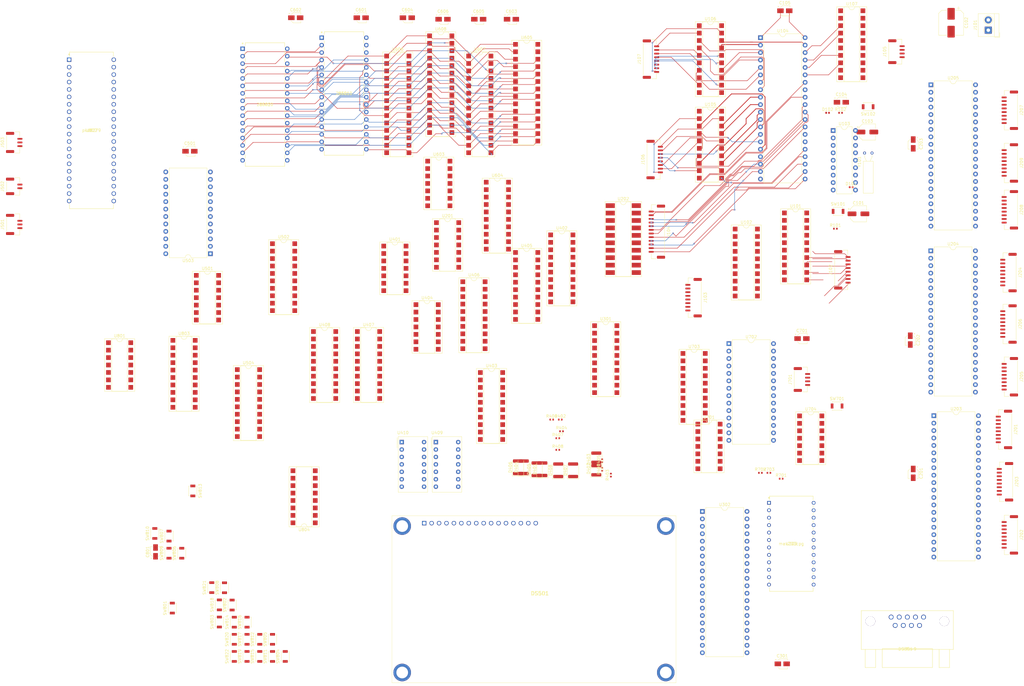
<source format=kicad_pcb>
(kicad_pcb (version 20171130) (host pcbnew "(5.1.9)-1")
  (layers (0 F.Cu signal) (31 B.Cu signal) (34 B.Paste user) (35 F.Paste user) (36 B.SilkS user) (37 F.SilkS user) (38 B.Mask user) (39 F.Mask user) (44 Edge.Cuts user))
  (net 0 "")
  (net 1 GND)
  (net 2 +5V)
  (net 3 /NMI)
  (net 4 "Net-(D401-Pad2)")
  (net 5 "Net-(D401-Pad1)")
  (net 6 "Net-(D402-Pad2)")
  (net 7 "Net-(D402-Pad1)")
  (net 8 "Net-(D403-Pad1)")
  (net 9 "Net-(D403-Pad2)")
  (net 10 "Net-(D404-Pad1)")
  (net 11 "Net-(D404-Pad2)")
  (net 12 "Net-(D405-Pad2)")
  (net 13 "Net-(D405-Pad1)")
  (net 14 "Net-(D406-Pad1)")
  (net 15 "Net-(D406-Pad2)")
  (net 16 "Net-(D407-Pad1)")
  (net 17 "Net-(D407-Pad2)")
  (net 18 "Net-(D408-Pad2)")
  (net 19 "Net-(D408-Pad1)")
  (net 20 A0)
  (net 21 /8254_and_LCD/E)
  (net 22 D0)
  (net 23 D1)
  (net 24 D2)
  (net 25 D3)
  (net 26 D4)
  (net 27 D5)
  (net 28 D6)
  (net 29 D7)
  (net 30 "Net-(DS501-PadMH1)")
  (net 31 "Net-(DS501-PadMH2)")
  (net 32 "Net-(DS501-PadMH3)")
  (net 33 "Net-(DS501-PadMH4)")
  (net 34 D15)
  (net 35 D14)
  (net 36 D13)
  (net 37 D12)
  (net 38 D11)
  (net 39 D10)
  (net 40 D9)
  (net 41 D8)
  (net 42 ~BHE)
  (net 43 ~RD)
  (net 44 ~WR)
  (net 45 ~INTA)
  (net 46 M_~IO)
  (net 47 HOLD)
  (net 48 HLDA)
  (net 49 TEST)
  (net 50 INTR)
  (net 51 RESET)
  (net 52 READY)
  (net 53 CLK)
  (net 54 A16)
  (net 55 A17)
  (net 56 A18)
  (net 57 A19)
  (net 58 A3)
  (net 59 A4)
  (net 60 A5)
  (net 61 A6)
  (net 62 A7)
  (net 63 A8)
  (net 64 A9)
  (net 65 A10)
  (net 66 A11)
  (net 67 A12)
  (net 68 A13)
  (net 69 A14)
  (net 70 A15)
  (net 71 /16550/DCDIN)
  (net 72 /16550/RXD)
  (net 73 /16550/TXD)
  (net 74 /16550/DTROUT)
  (net 75 /16550/DSRIN)
  (net 76 /16550/RTSOUT)
  (net 77 /16550/CTSIN)
  (net 78 /16550/RIIN)
  (net 79 "Net-(J501-Pad1)")
  (net 80 "Net-(J501-Pad2)")
  (net 81 "Net-(J501-Pad3)")
  (net 82 "Net-(J502-Pad1)")
  (net 83 "Net-(J502-Pad2)")
  (net 84 "Net-(J503-Pad3)")
  (net 85 "Net-(J503-Pad2)")
  (net 86 "Net-(J503-Pad1)")
  (net 87 /8259/IR4)
  (net 88 /8259/IR5)
  (net 89 /8259/IR6)
  (net 90 /8259/IR7)
  (net 91 "Net-(R701-Pad2)")
  (net 92 "Net-(R702-Pad2)")
  (net 93 "Net-(R703-Pad1)")
  (net 94 "Net-(SW801-Pad1)")
  (net 95 "Net-(SW802-Pad1)")
  (net 96 /8279/Col0)
  (net 97 /8279/Col4)
  (net 98 /8279/Col1)
  (net 99 /8279/Col2)
  (net 100 /8279/Col3)
  (net 101 PCLK)
  (net 102 /AD14)
  (net 103 /AD13)
  (net 104 /AD12)
  (net 105 /AD11)
  (net 106 /ALE)
  (net 107 /AD10)
  (net 108 /~DEN)
  (net 109 /AD9)
  (net 110 /DT_~R)
  (net 111 /AD8)
  (net 112 /AD7)
  (net 113 /AD6)
  (net 114 /AD5)
  (net 115 /AD4)
  (net 116 /AD3)
  (net 117 /AD2)
  (net 118 /AD1)
  (net 119 /AD19)
  (net 120 /AD0)
  (net 121 /AD18)
  (net 122 /AD17)
  (net 123 /AD16)
  (net 124 /AD15)
  (net 125 /8255/CS2)
  (net 126 "Net-(U201-Pad6)")
  (net 127 /8255/CS1)
  (net 128 /8255/CS0)
  (net 129 /16550/~RI)
  (net 130 /16550/~DCD)
  (net 131 /16550/~DSR)
  (net 132 /16550/~CTS)
  (net 133 /16550/~DTR)
  (net 134 /16550/~RTS)
  (net 135 /16550/TX)
  (net 136 IR3)
  (net 137 /16550/RX)
  (net 138 "Net-(U404-Pad6)")
  (net 139 "Net-(U405-Pad19)")
  (net 140 "Net-(U406-Pad19)")
  (net 141 "Net-(U408-Pad19)")
  (net 142 "Net-(U408-Pad9)")
  (net 143 "Net-(U408-Pad16)")
  (net 144 "Net-(U408-Pad6)")
  (net 145 "Net-(U408-Pad15)")
  (net 146 "Net-(U408-Pad5)")
  (net 147 "Net-(U408-Pad12)")
  (net 148 "Net-(U408-Pad2)")
  (net 149 "Net-(U409-Pad12)")
  (net 150 "Net-(U409-Pad5)")
  (net 151 "Net-(U409-Pad6)")
  (net 152 "Net-(U410-Pad12)")
  (net 153 "Net-(U410-Pad6)")
  (net 154 "Net-(U410-Pad5)")
  (net 155 "Net-(U410-Pad4)")
  (net 156 /8254_and_LCD/~CS)
  (net 157 IR1)
  (net 158 "Net-(U601-Pad1)")
  (net 159 CEA)
  (net 160 "Net-(U601-Pad30)")
  (net 161 "Net-(U601-Pad31)")
  (net 162 "Net-(U602-Pad30)")
  (net 163 CEB)
  (net 164 "Net-(U602-Pad1)")
  (net 165 "Net-(U604-Pad19)")
  (net 166 "Net-(U604-Pad9)")
  (net 167 "Net-(U604-Pad18)")
  (net 168 CE1)
  (net 169 CE2)
  (net 170 CE3)
  (net 171 CE4)
  (net 172 "Net-(U604-Pad2)")
  (net 173 "Net-(U604-Pad11)")
  (net 174 IR2)
  (net 175 "Net-(U701-Pad12)")
  (net 176 "Net-(U702-Pad18)")
  (net 177 "Net-(U704-Pad2)")
  (net 178 "Net-(U804-Pad9)")
  (net 179 "Net-(U804-Pad10)")
  (net 180 "Net-(U804-Pad4)")
  (net 181 "Net-(U804-Pad5)")
  (net 182 "Net-(U804-Pad6)")
  (net 183 "Net-(U804-Pad7)")
  (net 184 A1)
  (net 185 A2)
  (net 186 "Net-(C103-Pad1)")
  (net 187 "Net-(J201-Pad1)")
  (net 188 "Net-(J201-Pad2)")
  (net 189 "Net-(J201-Pad3)")
  (net 190 "Net-(J201-Pad4)")
  (net 191 "Net-(J201-Pad5)")
  (net 192 "Net-(J201-Pad6)")
  (net 193 "Net-(J201-Pad7)")
  (net 194 "Net-(J201-Pad8)")
  (net 195 "Net-(J202-Pad8)")
  (net 196 "Net-(J202-Pad7)")
  (net 197 "Net-(J202-Pad6)")
  (net 198 "Net-(J202-Pad5)")
  (net 199 "Net-(J202-Pad4)")
  (net 200 "Net-(J202-Pad3)")
  (net 201 "Net-(J202-Pad2)")
  (net 202 "Net-(J202-Pad1)")
  (net 203 "Net-(J203-Pad1)")
  (net 204 "Net-(J203-Pad2)")
  (net 205 "Net-(J203-Pad3)")
  (net 206 "Net-(J203-Pad4)")
  (net 207 "Net-(J203-Pad5)")
  (net 208 "Net-(J203-Pad6)")
  (net 209 "Net-(J203-Pad7)")
  (net 210 "Net-(J203-Pad8)")
  (net 211 "Net-(J204-Pad1)")
  (net 212 "Net-(J204-Pad2)")
  (net 213 "Net-(J204-Pad3)")
  (net 214 "Net-(J204-Pad4)")
  (net 215 "Net-(J204-Pad5)")
  (net 216 "Net-(J204-Pad6)")
  (net 217 "Net-(J204-Pad7)")
  (net 218 "Net-(J204-Pad8)")
  (net 219 "Net-(J205-Pad8)")
  (net 220 "Net-(J205-Pad7)")
  (net 221 "Net-(J205-Pad6)")
  (net 222 "Net-(J205-Pad5)")
  (net 223 "Net-(J205-Pad4)")
  (net 224 "Net-(J205-Pad3)")
  (net 225 "Net-(J205-Pad2)")
  (net 226 "Net-(J205-Pad1)")
  (net 227 "Net-(J206-Pad8)")
  (net 228 "Net-(J206-Pad7)")
  (net 229 "Net-(J206-Pad6)")
  (net 230 "Net-(J206-Pad5)")
  (net 231 "Net-(J206-Pad4)")
  (net 232 "Net-(J206-Pad3)")
  (net 233 "Net-(J206-Pad2)")
  (net 234 "Net-(J206-Pad1)")
  (net 235 "Net-(J207-Pad8)")
  (net 236 "Net-(J207-Pad7)")
  (net 237 "Net-(J207-Pad6)")
  (net 238 "Net-(J207-Pad5)")
  (net 239 "Net-(J207-Pad4)")
  (net 240 "Net-(J207-Pad3)")
  (net 241 "Net-(J207-Pad2)")
  (net 242 "Net-(J207-Pad1)")
  (net 243 "Net-(J208-Pad1)")
  (net 244 "Net-(J208-Pad2)")
  (net 245 "Net-(J208-Pad3)")
  (net 246 "Net-(J208-Pad4)")
  (net 247 "Net-(J208-Pad5)")
  (net 248 "Net-(J208-Pad6)")
  (net 249 "Net-(J208-Pad7)")
  (net 250 "Net-(J208-Pad8)")
  (net 251 "Net-(J209-Pad1)")
  (net 252 "Net-(J209-Pad2)")
  (net 253 "Net-(J209-Pad3)")
  (net 254 "Net-(J209-Pad4)")
  (net 255 "Net-(J209-Pad5)")
  (net 256 "Net-(J209-Pad6)")
  (net 257 "Net-(J209-Pad7)")
  (net 258 "Net-(J209-Pad8)")
  (net 259 "Net-(U103-Pad3)")
  (net 260 "Net-(U103-Pad12)")
  (net 261 "Net-(U103-Pad4)")
  (net 262 "Net-(U103-Pad5)")
  (net 263 "Net-(U103-Pad6)")
  (net 264 "Net-(U103-Pad15)")
  (net 265 "Net-(U103-Pad7)")
  (net 266 "Net-(U103-Pad16)")
  (net 267 "Net-(U103-Pad17)")
  (net 268 "Net-(U107-Pad19)")
  (net 269 "Net-(U107-Pad18)")
  (net 270 "Net-(U107-Pad17)")
  (net 271 "Net-(U107-Pad16)")
  (net 272 "Net-(U107-Pad15)")
  (net 273 "Net-(U107-Pad14)")
  (net 274 "Net-(U107-Pad13)")
  (net 275 "Net-(U107-Pad12)")
  (net 276 "Net-(U301-Pad19)")
  (net 277 "Net-(U302-Pad23)")
  (net 278 "Net-(U302-Pad24)")
  (net 279 "Net-(U302-Pad25)")
  (net 280 "Net-(U302-Pad15)")
  (net 281 "Net-(U302-Pad29)")
  (net 282 "Net-(U302-Pad31)")
  (net 283 "Net-(U302-Pad34)")
  (net 284 "Net-(U302-Pad17)")
  (net 285 "Net-(U303-Pad13)")
  (net 286 "Net-(U303-Pad14)")
  (net 287 "Net-(U303-Pad19)")
  (net 288 "Net-(U303-Pad22)")
  (net 289 "Net-(U401-Pad6)")
  (net 290 "Net-(U402-Pad19)")
  (net 291 "Net-(U404-Pad8)")
  (net 292 "Net-(U407-Pad2)")
  (net 293 "Net-(U407-Pad12)")
  (net 294 "Net-(U407-Pad5)")
  (net 295 "Net-(U407-Pad15)")
  (net 296 "Net-(U407-Pad6)")
  (net 297 "Net-(U407-Pad16)")
  (net 298 "Net-(U407-Pad9)")
  (net 299 "Net-(U407-Pad19)")
  (net 300 "Net-(U409-Pad4)")
  (net 301 "Net-(U501-Pad3)")
  (net 302 "Net-(U501-Pad6)")
  (net 303 "Net-(U603-Pad6)")
  (net 304 "Net-(U603-Pad4)")
  (net 305 "Net-(U702-Pad1)")
  (net 306 "Net-(U702-Pad15)")
  (net 307 "Net-(U702-Pad12)")
  (net 308 "Net-(U702-Pad13)")
  (net 309 "Net-(U801-Pad12)")
  (net 310 "Net-(U802-Pad5)")
  (net 311 "Net-(U802-Pad6)")
  (net 312 "Net-(U802-Pad7)")
  (net 313 "Net-(U802-Pad8)")
  (net 314 "Net-(U802-Pad22)")
  (net 315 "Net-(U802-Pad23)")
  (net 316 "Net-(U802-Pad24)")
  (net 317 "Net-(U802-Pad25)")
  (net 318 "Net-(U802-Pad26)")
  (net 319 "Net-(U802-Pad27)")
  (net 320 "Net-(U802-Pad28)")
  (net 321 "Net-(U802-Pad29)")
  (net 322 "Net-(U802-Pad30)")
  (net 323 "Net-(U802-Pad31)")
  (net 324 "Net-(U802-Pad32)")
  (net 325 "Net-(U802-Pad33)")
  (net 326 "Net-(U802-Pad34)")
  (net 327 "Net-(U802-Pad35)")
  (module Package_DIP:DIP-40_W15.24mm (layer F.Cu) (at 270.845001 -18.774999)
    (fp_text reference U104 (at 7.62 -2.33) (layer F.SilkS))
    (fp_text value 8086_Min_Mode)
    (pad 1 thru_hole rect (at 0 0) (size 1.6 1.6) (drill 0.8) (layers *.Cu *.Mask) (net 1 GND))
    (pad 21 thru_hole oval (at 15.24 48.26) (size 1.6 1.6) (drill 0.8) (layers *.Cu *.Mask) (net 51 RESET))
    (pad 2 thru_hole oval (at 0 2.54) (size 1.6 1.6) (drill 0.8) (layers *.Cu *.Mask) (net 102 /AD14))
    (pad 22 thru_hole oval (at 15.24 45.72) (size 1.6 1.6) (drill 0.8) (layers *.Cu *.Mask) (net 52 READY))
    (pad 3 thru_hole oval (at 0 5.08) (size 1.6 1.6) (drill 0.8) (layers *.Cu *.Mask) (net 103 /AD13))
    (pad 23 thru_hole oval (at 15.24 43.18) (size 1.6 1.6) (drill 0.8) (layers *.Cu *.Mask) (net 49 TEST))
    (pad 4 thru_hole oval (at 0 7.62) (size 1.6 1.6) (drill 0.8) (layers *.Cu *.Mask) (net 104 /AD12))
    (pad 24 thru_hole oval (at 15.24 40.64) (size 1.6 1.6) (drill 0.8) (layers *.Cu *.Mask) (net 45 ~INTA))
    (pad 5 thru_hole oval (at 0 10.16) (size 1.6 1.6) (drill 0.8) (layers *.Cu *.Mask) (net 105 /AD11))
    (pad 25 thru_hole oval (at 15.24 38.1) (size 1.6 1.6) (drill 0.8) (layers *.Cu *.Mask) (net 106 /ALE))
    (pad 6 thru_hole oval (at 0 12.7) (size 1.6 1.6) (drill 0.8) (layers *.Cu *.Mask) (net 107 /AD10))
    (pad 26 thru_hole oval (at 15.24 35.56) (size 1.6 1.6) (drill 0.8) (layers *.Cu *.Mask) (net 108 /~DEN))
    (pad 7 thru_hole oval (at 0 15.24) (size 1.6 1.6) (drill 0.8) (layers *.Cu *.Mask) (net 109 /AD9))
    (pad 27 thru_hole oval (at 15.24 33.02) (size 1.6 1.6) (drill 0.8) (layers *.Cu *.Mask) (net 110 /DT_~R))
    (pad 8 thru_hole oval (at 0 17.78) (size 1.6 1.6) (drill 0.8) (layers *.Cu *.Mask) (net 111 /AD8))
    (pad 28 thru_hole oval (at 15.24 30.48) (size 1.6 1.6) (drill 0.8) (layers *.Cu *.Mask) (net 46 M_~IO))
    (pad 9 thru_hole oval (at 0 20.32) (size 1.6 1.6) (drill 0.8) (layers *.Cu *.Mask) (net 112 /AD7))
    (pad 29 thru_hole oval (at 15.24 27.94) (size 1.6 1.6) (drill 0.8) (layers *.Cu *.Mask) (net 44 ~WR))
    (pad 10 thru_hole oval (at 0 22.86) (size 1.6 1.6) (drill 0.8) (layers *.Cu *.Mask) (net 113 /AD6))
    (pad 30 thru_hole oval (at 15.24 25.4) (size 1.6 1.6) (drill 0.8) (layers *.Cu *.Mask) (net 48 HLDA))
    (pad 11 thru_hole oval (at 0 25.4) (size 1.6 1.6) (drill 0.8) (layers *.Cu *.Mask) (net 114 /AD5))
    (pad 31 thru_hole oval (at 15.24 22.86) (size 1.6 1.6) (drill 0.8) (layers *.Cu *.Mask) (net 47 HOLD))
    (pad 12 thru_hole oval (at 0 27.94) (size 1.6 1.6) (drill 0.8) (layers *.Cu *.Mask) (net 115 /AD4))
    (pad 32 thru_hole oval (at 15.24 20.32) (size 1.6 1.6) (drill 0.8) (layers *.Cu *.Mask) (net 43 ~RD))
    (pad 13 thru_hole oval (at 0 30.48) (size 1.6 1.6) (drill 0.8) (layers *.Cu *.Mask) (net 116 /AD3))
    (pad 33 thru_hole oval (at 15.24 17.78) (size 1.6 1.6) (drill 0.8) (layers *.Cu *.Mask) (net 2 +5V))
    (pad 14 thru_hole oval (at 0 33.02) (size 1.6 1.6) (drill 0.8) (layers *.Cu *.Mask) (net 117 /AD2))
    (pad 34 thru_hole oval (at 15.24 15.24) (size 1.6 1.6) (drill 0.8) (layers *.Cu *.Mask) (net 42 ~BHE))
    (pad 15 thru_hole oval (at 0 35.56) (size 1.6 1.6) (drill 0.8) (layers *.Cu *.Mask) (net 118 /AD1))
    (pad 35 thru_hole oval (at 15.24 12.7) (size 1.6 1.6) (drill 0.8) (layers *.Cu *.Mask) (net 119 /AD19))
    (pad 16 thru_hole oval (at 0 38.1) (size 1.6 1.6) (drill 0.8) (layers *.Cu *.Mask) (net 120 /AD0))
    (pad 36 thru_hole oval (at 15.24 10.16) (size 1.6 1.6) (drill 0.8) (layers *.Cu *.Mask) (net 121 /AD18))
    (pad 17 thru_hole oval (at 0 40.64) (size 1.6 1.6) (drill 0.8) (layers *.Cu *.Mask) (net 3 /NMI))
    (pad 37 thru_hole oval (at 15.24 7.62) (size 1.6 1.6) (drill 0.8) (layers *.Cu *.Mask) (net 122 /AD17))
    (pad 18 thru_hole oval (at 0 43.18) (size 1.6 1.6) (drill 0.8) (layers *.Cu *.Mask) (net 50 INTR))
    (pad 38 thru_hole oval (at 15.24 5.08) (size 1.6 1.6) (drill 0.8) (layers *.Cu *.Mask) (net 123 /AD16))
    (pad 19 thru_hole oval (at 0 45.72) (size 1.6 1.6) (drill 0.8) (layers *.Cu *.Mask) (net 53 CLK))
    (pad 39 thru_hole oval (at 15.24 2.54) (size 1.6 1.6) (drill 0.8) (layers *.Cu *.Mask) (net 124 /AD15))
    (pad 20 thru_hole oval (at 0 48.26) (size 1.6 1.6) (drill 0.8) (layers *.Cu *.Mask) (net 1 GND))
    (pad 40 thru_hole oval (at 15.24 0) (size 1.6 1.6) (drill 0.8) (layers *.Cu *.Mask) (net 2 +5V))
  )
  (module LED_SMD:LED_1812_4532Metric (layer F.Cu) (at 201.78 128.94 90)
    (fp_text reference D408 (at 0 -2.65 90) (layer F.SilkS))
    (fp_text value LED)
    (pad 2 smd roundrect (at 2.1375 0 90) (size 1.125 3.4) (layers F.Cu F.Paste F.Mask) (roundrect_rratio 0.222222) (net 18 "Net-(D408-Pad2)"))
    (pad 1 smd roundrect (at -2.1375 0 90) (size 1.125 3.4) (layers F.Cu F.Paste F.Mask) (roundrect_rratio 0.222222) (net 19 "Net-(D408-Pad1)"))
  )
  (module LED_SMD:LED_1812_4532Metric (layer F.Cu) (at 206.86 128.94 90)
    (fp_text reference D407 (at 0 -2.65 90) (layer F.SilkS))
    (fp_text value LED)
    (pad 2 smd roundrect (at 2.1375 0 90) (size 1.125 3.4) (layers F.Cu F.Paste F.Mask) (roundrect_rratio 0.222222) (net 17 "Net-(D407-Pad2)"))
    (pad 1 smd roundrect (at -2.1375 0 90) (size 1.125 3.4) (layers F.Cu F.Paste F.Mask) (roundrect_rratio 0.222222) (net 16 "Net-(D407-Pad1)"))
  )
  (module LED_SMD:LED_1812_4532Metric (layer F.Cu) (at 188.025001 127.919999 90)
    (fp_text reference D406 (at 0 -2.65 90) (layer F.SilkS))
    (fp_text value LED)
    (pad 2 smd roundrect (at 2.1375 0 90) (size 1.125 3.4) (layers F.Cu F.Paste F.Mask) (roundrect_rratio 0.222222) (net 15 "Net-(D406-Pad2)"))
    (pad 1 smd roundrect (at -2.1375 0 90) (size 1.125 3.4) (layers F.Cu F.Paste F.Mask) (roundrect_rratio 0.222222) (net 14 "Net-(D406-Pad1)"))
  )
  (module LED_SMD:LED_1812_4532Metric (layer F.Cu) (at 194.375001 128.589999 90)
    (fp_text reference D405 (at 0 -2.65 90) (layer F.SilkS))
    (fp_text value LED)
    (pad 2 smd roundrect (at 2.1375 0 90) (size 1.125 3.4) (layers F.Cu F.Paste F.Mask) (roundrect_rratio 0.222222) (net 12 "Net-(D405-Pad2)"))
    (pad 1 smd roundrect (at -2.1375 0 90) (size 1.125 3.4) (layers F.Cu F.Paste F.Mask) (roundrect_rratio 0.222222) (net 13 "Net-(D405-Pad1)"))
  )
  (module LED_SMD:LED_1812_4532Metric (layer F.Cu) (at 190.015001 127.919999 90)
    (fp_text reference D404 (at 0 -2.65 90) (layer F.SilkS))
    (fp_text value LED)
    (pad 2 smd roundrect (at 2.1375 0 90) (size 1.125 3.4) (layers F.Cu F.Paste F.Mask) (roundrect_rratio 0.222222) (net 11 "Net-(D404-Pad2)"))
    (pad 1 smd roundrect (at -2.1375 0 90) (size 1.125 3.4) (layers F.Cu F.Paste F.Mask) (roundrect_rratio 0.222222) (net 10 "Net-(D404-Pad1)"))
  )
  (module LED_SMD:LED_1812_4532Metric (layer F.Cu) (at 214.775001 125.219999 90)
    (fp_text reference D403 (at 0 -2.65 90) (layer F.SilkS))
    (fp_text value LED)
    (pad 2 smd roundrect (at 2.1375 0 90) (size 1.125 3.4) (layers F.Cu F.Paste F.Mask) (roundrect_rratio 0.222222) (net 9 "Net-(D403-Pad2)"))
    (pad 1 smd roundrect (at -2.1375 0 90) (size 1.125 3.4) (layers F.Cu F.Paste F.Mask) (roundrect_rratio 0.222222) (net 8 "Net-(D403-Pad1)"))
  )
  (module LED_SMD:LED_1812_4532Metric (layer F.Cu) (at 214.775001 128.359999 90)
    (fp_text reference D402 (at 0 -2.65 90) (layer F.SilkS))
    (fp_text value LED)
    (pad 2 smd roundrect (at 2.1375 0 90) (size 1.125 3.4) (layers F.Cu F.Paste F.Mask) (roundrect_rratio 0.222222) (net 6 "Net-(D402-Pad2)"))
    (pad 1 smd roundrect (at -2.1375 0 90) (size 1.125 3.4) (layers F.Cu F.Paste F.Mask) (roundrect_rratio 0.222222) (net 7 "Net-(D402-Pad1)"))
  )
  (module LED_SMD:LED_1812_4532Metric (layer F.Cu) (at 196.365001 128.589999 90)
    (fp_text reference D401 (at 0 -2.65 90) (layer F.SilkS))
    (fp_text value LED)
    (pad 2 smd roundrect (at 2.1375 0 90) (size 1.125 3.4) (layers F.Cu F.Paste F.Mask) (roundrect_rratio 0.222222) (net 4 "Net-(D401-Pad2)"))
    (pad 1 smd roundrect (at -2.1375 0 90) (size 1.125 3.4) (layers F.Cu F.Paste F.Mask) (roundrect_rratio 0.222222) (net 5 "Net-(D401-Pad1)"))
  )
  (module Resistor_SMD:R_0402_1005Metric (layer F.Cu) (at 201.63 121.97)
    (fp_text reference R408 (at 0 -1.17) (layer F.SilkS))
    (fp_text value R)
    (pad 1 smd roundrect (at -0.51 0) (size 0.54 0.64) (layers F.Cu F.Paste F.Mask) (net 18 "Net-(D408-Pad2)"))
    (pad 2 smd roundrect (at 0.51 0) (size 0.54 0.64) (layers F.Cu F.Paste F.Mask) (net 2 +5V))
  )
  (module Resistor_SMD:R_0402_1005Metric (layer F.Cu) (at 201.63 117.995001)
    (fp_text reference R407 (at 0 -1.17) (layer F.SilkS))
    (fp_text value R)
    (pad 1 smd roundrect (at -0.51 0) (size 0.54 0.64) (layers F.Cu F.Paste F.Mask) (net 17 "Net-(D407-Pad2)"))
    (pad 2 smd roundrect (at 0.51 0) (size 0.54 0.64) (layers F.Cu F.Paste F.Mask) (net 2 +5V))
  )
  (module Capacitor_SMD:CP_Elec_5x3 (layer F.Cu) (at 304.306 41.372)
    (fp_text reference C101 (at 0 -3.7) (layer F.SilkS))
    (fp_text value 10uF)
    (pad 2 smd roundrect (at 2.2 0) (size 3 1.6) (layers F.Cu F.Paste F.Mask) (roundrect_rratio 0.15625) (net 3 /NMI))
    (pad 1 smd roundrect (at -2.2 0) (size 3 1.6) (layers F.Cu F.Paste F.Mask) (roundrect_rratio 0.15625) (net 2 +5V))
  )
  (module Capacitor_SMD:CP_Elec_8x5.4 (layer F.Cu) (at 335.938 -23.884 270)
    (fp_text reference C102 (at 0 -5.2 90) (layer F.SilkS))
    (fp_text value 100uF)
    (pad 1 smd roundrect (at -3.05 0 270) (size 4 2.5) (layers F.Cu F.Paste F.Mask) (roundrect_rratio 0.1) (net 2 +5V))
    (pad 2 smd roundrect (at 3.05 0 270) (size 4 2.5) (layers F.Cu F.Paste F.Mask) (roundrect_rratio 0.1) (net 1 GND))
  )
  (module Capacitor_SMD:CP_Elec_5x3 (layer F.Cu) (at 307.354 13.432)
    (fp_text reference C103 (at 0 -3.7) (layer F.SilkS))
    (fp_text value 10uF)
    (pad 1 smd roundrect (at -2.2 0) (size 3 1.6) (layers F.Cu F.Paste F.Mask) (roundrect_rratio 0.15625) (net 186 "Net-(C103-Pad1)"))
    (pad 2 smd roundrect (at 2.2 0) (size 3 1.6) (layers F.Cu F.Paste F.Mask) (roundrect_rratio 0.15625) (net 1 GND))
  )
  (module Capacitor_SMD:CP_Elec_3x5.3 (layer F.Cu) (at 298.464 3.272)
    (fp_text reference C104 (at 0 -2.7) (layer F.SilkS))
    (fp_text value 0.1uF)
    (pad 2 smd rect (at 1.5 0) (size 2.2 1.6) (layers F.Cu F.Paste F.Mask) (net 2 +5V))
    (pad 1 smd rect (at -1.5 0) (size 2.2 1.6) (layers F.Cu F.Paste F.Mask) (net 1 GND))
  )
  (module Capacitor_SMD:CP_Elec_3x5.3 (layer F.Cu) (at 279.16 -27.97)
    (fp_text reference C105 (at 0 -2.7) (layer F.SilkS))
    (fp_text value 0.1uF)
    (pad 1 smd rect (at -1.5 0) (size 2.2 1.6) (layers F.Cu F.Paste F.Mask) (net 1 GND))
    (pad 2 smd rect (at 1.5 0) (size 2.2 1.6) (layers F.Cu F.Paste F.Mask) (net 2 +5V))
  )
  (module Capacitor_SMD:CP_Elec_3x5.3 (layer F.Cu) (at 323 130 270)
    (fp_text reference C201 (at 0 -2.7 90) (layer F.SilkS))
    (fp_text value 0.1uF)
    (pad 1 smd rect (at -1.5 0 270) (size 2.2 1.6) (layers F.Cu F.Paste F.Mask) (net 1 GND))
    (pad 2 smd rect (at 1.5 0 270) (size 2.2 1.6) (layers F.Cu F.Paste F.Mask) (net 2 +5V))
  )
  (module Capacitor_SMD:CP_Elec_3x5.3 (layer F.Cu) (at 322 84.5 270)
    (fp_text reference C202 (at 0 -2.7 90) (layer F.SilkS))
    (fp_text value 0.1uF)
    (pad 2 smd rect (at 1.5 0 270) (size 2.2 1.6) (layers F.Cu F.Paste F.Mask) (net 2 +5V))
    (pad 1 smd rect (at -1.5 0 270) (size 2.2 1.6) (layers F.Cu F.Paste F.Mask) (net 1 GND))
  )
  (module Capacitor_SMD:CP_Elec_3x5.3 (layer F.Cu) (at 323 17.5 270)
    (fp_text reference C203 (at 0 -2.7 90) (layer F.SilkS))
    (fp_text value 0.1uF)
    (pad 1 smd rect (at -1.5 0 270) (size 2.2 1.6) (layers F.Cu F.Paste F.Mask) (net 1 GND))
    (pad 2 smd rect (at 1.5 0 270) (size 2.2 1.6) (layers F.Cu F.Paste F.Mask) (net 2 +5V))
  )
  (module Capacitor_SMD:CP_Elec_3x5.3 (layer F.Cu) (at 278.275001 195.045001)
    (fp_text reference C301 (at 0 -2.7) (layer F.SilkS))
    (fp_text value 0.1uF)
    (pad 2 smd rect (at 1.5 0) (size 2.2 1.6) (layers F.Cu F.Paste F.Mask) (net 2 +5V))
    (pad 1 smd rect (at -1.5 0) (size 2.2 1.6) (layers F.Cu F.Paste F.Mask) (net 1 GND))
  )
  (module Capacitor_SMD:CP_Elec_3x5.3 (layer F.Cu) (at 76 20)
    (fp_text reference C501 (at 0 -2.7) (layer F.SilkS))
    (fp_text value 0.1uF)
    (pad 2 smd rect (at 1.5 0) (size 2.2 1.6) (layers F.Cu F.Paste F.Mask) (net 2 +5V))
    (pad 1 smd rect (at -1.5 0) (size 2.2 1.6) (layers F.Cu F.Paste F.Mask) (net 1 GND))
  )
  (module Capacitor_SMD:CP_Elec_3x5.3 (layer F.Cu) (at 134.492 -25.588)
    (fp_text reference C601 (at 0 -2.7) (layer F.SilkS))
    (fp_text value 0.1uF)
    (pad 1 smd rect (at -1.5 0) (size 2.2 1.6) (layers F.Cu F.Paste F.Mask) (net 1 GND))
    (pad 2 smd rect (at 1.5 0) (size 2.2 1.6) (layers F.Cu F.Paste F.Mask) (net 2 +5V))
  )
  (module Capacitor_SMD:CP_Elec_3x5.3 (layer F.Cu) (at 112.14 -25.588)
    (fp_text reference C602 (at 0 -2.7) (layer F.SilkS))
    (fp_text value 0.1uF)
    (pad 1 smd rect (at -1.5 0) (size 2.2 1.6) (layers F.Cu F.Paste F.Mask) (net 1 GND))
    (pad 2 smd rect (at 1.5 0) (size 2.2 1.6) (layers F.Cu F.Paste F.Mask) (net 2 +5V))
  )
  (module Capacitor_SMD:CP_Elec_3x5.3 (layer F.Cu) (at 185.8 -25.08)
    (fp_text reference C603 (at 0 -2.7) (layer F.SilkS))
    (fp_text value 0.1uF)
    (pad 2 smd rect (at 1.5 0) (size 2.2 1.6) (layers F.Cu F.Paste F.Mask) (net 2 +5V))
    (pad 1 smd rect (at -1.5 0) (size 2.2 1.6) (layers F.Cu F.Paste F.Mask) (net 1 GND))
  )
  (module Capacitor_SMD:CP_Elec_3x5.3 (layer F.Cu) (at 150.24 -25.588)
    (fp_text reference C604 (at 0 -2.7) (layer F.SilkS))
    (fp_text value 0.1uF)
    (pad 1 smd rect (at -1.5 0) (size 2.2 1.6) (layers F.Cu F.Paste F.Mask) (net 1 GND))
    (pad 2 smd rect (at 1.5 0) (size 2.2 1.6) (layers F.Cu F.Paste F.Mask) (net 2 +5V))
  )
  (module Capacitor_SMD:CP_Elec_3x5.3 (layer F.Cu) (at 174.624 -25.08)
    (fp_text reference C605 (at 0 -2.7) (layer F.SilkS))
    (fp_text value 0.1uF)
    (pad 1 smd rect (at -1.5 0) (size 2.2 1.6) (layers F.Cu F.Paste F.Mask) (net 1 GND))
    (pad 2 smd rect (at 1.5 0) (size 2.2 1.6) (layers F.Cu F.Paste F.Mask) (net 2 +5V))
  )
  (module Capacitor_SMD:CP_Elec_3x5.3 (layer F.Cu) (at 162.432 -25.08)
    (fp_text reference C606 (at 0 -2.7) (layer F.SilkS))
    (fp_text value 0.1uF)
    (pad 2 smd rect (at 1.5 0) (size 2.2 1.6) (layers F.Cu F.Paste F.Mask) (net 2 +5V))
    (pad 1 smd rect (at -1.5 0) (size 2.2 1.6) (layers F.Cu F.Paste F.Mask) (net 1 GND))
  )
  (module Capacitor_SMD:CP_Elec_3x5.3 (layer F.Cu) (at 285.01 83.97)
    (fp_text reference C701 (at 0 -2.7) (layer F.SilkS))
    (fp_text value 0.1uF)
    (pad 2 smd rect (at 1.5 0) (size 2.2 1.6) (layers F.Cu F.Paste F.Mask) (net 2 +5V))
    (pad 1 smd rect (at -1.5 0) (size 2.2 1.6) (layers F.Cu F.Paste F.Mask) (net 1 GND))
  )
  (module Capacitor_SMD:CP_Elec_3x5.3 (layer F.Cu) (at 64.265001 156.814999 90)
    (fp_text reference C801 (at 0 -2.7 90) (layer F.SilkS))
    (fp_text value 0.1uF)
    (pad 1 smd rect (at -1.5 0 90) (size 2.2 1.6) (layers F.Cu F.Paste F.Mask) (net 1 GND))
    (pad 2 smd rect (at 1.5 0 90) (size 2.2 1.6) (layers F.Cu F.Paste F.Mask) (net 2 +5V))
  )
  (module Diode_SMD:D_0402_1005Metric (layer F.Cu) (at 301.796001 32.277001)
    (fp_text reference D101 (at 0 -1.17) (layer F.SilkS))
    (fp_text value DIODE)
    (pad 2 smd roundrect (at 0.485 0) (size 0.59 0.64) (layers F.Cu F.Paste F.Mask) (net 3 /NMI))
    (pad 1 smd roundrect (at -0.485 0) (size 0.59 0.64) (layers F.Cu F.Paste F.Mask) (net 1 GND))
  )
  (module Diode_SMD:D_0402_1005Metric (layer F.Cu) (at 293.760001 6.877001)
    (fp_text reference D102 (at 0 -1.17) (layer F.SilkS))
    (fp_text value DIODE)
    (pad 1 smd roundrect (at -0.485 0) (size 0.59 0.64) (layers F.Cu F.Paste F.Mask) (net 186 "Net-(C103-Pad1)"))
    (pad 2 smd roundrect (at 0.485 0) (size 0.59 0.64) (layers F.Cu F.Paste F.Mask) (net 2 +5V))
  )
  (module parts:LCD4x20 (layer F.Cu) (at 155 147)
    (fp_text reference DS501 (at 40.5 24) (layer F.SilkS) (effects (font (size 1.27 1.27) (thickness 0.254))))
    (fp_text value LCD4x20 hide)
    (pad 1 thru_hole rect (at 1 0) (size 1.5 1.5) (drill 1) (layers *.Cu *.Mask) (net 1 GND))
    (pad 2 thru_hole circle (at 3.54 0) (size 1.5 1.5) (drill 1) (layers *.Cu *.Mask) (net 2 +5V))
    (pad 3 thru_hole circle (at 6.08 0) (size 1.5 1.5) (drill 1) (layers *.Cu *.Mask) (net 2 +5V))
    (pad 4 thru_hole circle (at 8.62 0) (size 1.5 1.5) (drill 1) (layers *.Cu *.Mask) (net 184 A1))
    (pad 5 thru_hole circle (at 11.16 0) (size 1.5 1.5) (drill 1) (layers *.Cu *.Mask) (net 185 A2))
    (pad 6 thru_hole circle (at 13.7 0) (size 1.5 1.5) (drill 1) (layers *.Cu *.Mask) (net 21 /8254_and_LCD/E))
    (pad 7 thru_hole circle (at 16.24 0) (size 1.5 1.5) (drill 1) (layers *.Cu *.Mask) (net 22 D0))
    (pad 8 thru_hole circle (at 18.78 0) (size 1.5 1.5) (drill 1) (layers *.Cu *.Mask) (net 23 D1))
    (pad 9 thru_hole circle (at 21.32 0) (size 1.5 1.5) (drill 1) (layers *.Cu *.Mask) (net 24 D2))
    (pad 10 thru_hole circle (at 23.86 0) (size 1.5 1.5) (drill 1) (layers *.Cu *.Mask) (net 25 D3))
    (pad 11 thru_hole circle (at 26.4 0) (size 1.5 1.5) (drill 1) (layers *.Cu *.Mask) (net 26 D4))
    (pad 12 thru_hole circle (at 28.94 0) (size 1.5 1.5) (drill 1) (layers *.Cu *.Mask) (net 27 D5))
    (pad 13 thru_hole circle (at 31.48 0) (size 1.5 1.5) (drill 1) (layers *.Cu *.Mask) (net 28 D6))
    (pad 14 thru_hole circle (at 34.02 0) (size 1.5 1.5) (drill 1) (layers *.Cu *.Mask) (net 29 D7))
    (pad 15 thru_hole circle (at 36.56 0) (size 1.5 1.5) (drill 1) (layers *.Cu *.Mask) (net 2 +5V))
    (pad 16 thru_hole circle (at 39.1 0) (size 1.5 1.5) (drill 1) (layers *.Cu *.Mask) (net 1 GND))
    (pad MH1 thru_hole circle (at -6.5 1) (size 6 6) (drill 4) (layers *.Cu *.Mask) (net 30 "Net-(DS501-PadMH1)"))
    (pad MH2 thru_hole circle (at -6.5 51) (size 6 6) (drill 4) (layers *.Cu *.Mask) (net 31 "Net-(DS501-PadMH2)"))
    (pad MH3 thru_hole circle (at 83.5 51) (size 6 6) (drill 4) (layers *.Cu *.Mask) (net 32 "Net-(DS501-PadMH3)"))
    (pad MH4 thru_hole circle (at 83.5 1) (size 6 6) (drill 4) (layers *.Cu *.Mask) (net 33 "Net-(DS501-PadMH4)"))
  )
  (module TerminalBlock_4Ucon:TerminalBlock_4Ucon_1x02_P3.50mm_Horizontal (layer F.Cu) (at 348.638 -21.344 90)
    (fp_text reference J101 (at 1.75 -4.46 90) (layer F.SilkS))
    (fp_text value Screw_Terminal_01x02)
    (pad 1 thru_hole rect (at 0 0 90) (size 2.4 2.4) (drill 1.2) (layers *.Cu *.Mask) (net 1 GND))
    (pad 2 thru_hole circle (at 3.5 0 90) (size 2.4 2.4) (drill 1.2) (layers *.Cu *.Mask) (net 2 +5V))
  )
  (module Connector_JST:JST_GH_BM08B-GHS-TBT_1x08-1MP_P1.25mm_Vertical (layer F.Cu) (at 298.796 60.498 90)
    (fp_text reference J102 (at 0 -4 90) (layer F.SilkS))
    (fp_text value Conn_01x08_Male)
    (pad MP smd roundrect (at 6.225 -1.4 90) (size 1 2.8) (layers F.Cu F.Paste F.Mask))
    (pad MP smd roundrect (at -6.225 -1.4 90) (size 1 2.8) (layers F.Cu F.Paste F.Mask))
    (pad 8 smd roundrect (at 4.375 1.95 90) (size 0.6 1.7) (layers F.Cu F.Paste F.Mask) (net 41 D8))
    (pad 7 smd roundrect (at 3.125 1.95 90) (size 0.6 1.7) (layers F.Cu F.Paste F.Mask) (net 40 D9))
    (pad 6 smd roundrect (at 1.875 1.95 90) (size 0.6 1.7) (layers F.Cu F.Paste F.Mask) (net 39 D10))
    (pad 5 smd roundrect (at 0.625 1.95 90) (size 0.6 1.7) (layers F.Cu F.Paste F.Mask) (net 38 D11))
    (pad 4 smd roundrect (at -0.625 1.95 90) (size 0.6 1.7) (layers F.Cu F.Paste F.Mask) (net 37 D12))
    (pad 3 smd roundrect (at -1.875 1.95 90) (size 0.6 1.7) (layers F.Cu F.Paste F.Mask) (net 36 D13))
    (pad 2 smd roundrect (at -3.125 1.95 90) (size 0.6 1.7) (layers F.Cu F.Paste F.Mask) (net 35 D14))
    (pad 1 smd roundrect (at -4.375 1.95 90) (size 0.6 1.7) (layers F.Cu F.Paste F.Mask) (net 34 D15))
  )
  (module Connector_JST:JST_GH_BM08B-GHS-TBT_1x08-1MP_P1.25mm_Vertical (layer F.Cu) (at 248 70 270)
    (fp_text reference J103 (at 0 -4 90) (layer F.SilkS))
    (fp_text value Conn_01x08_Male)
    (pad 1 smd roundrect (at -4.375 1.95 270) (size 0.6 1.7) (layers F.Cu F.Paste F.Mask) (net 22 D0))
    (pad 2 smd roundrect (at -3.125 1.95 270) (size 0.6 1.7) (layers F.Cu F.Paste F.Mask) (net 23 D1))
    (pad 3 smd roundrect (at -1.875 1.95 270) (size 0.6 1.7) (layers F.Cu F.Paste F.Mask) (net 24 D2))
    (pad 4 smd roundrect (at -0.625 1.95 270) (size 0.6 1.7) (layers F.Cu F.Paste F.Mask) (net 25 D3))
    (pad 5 smd roundrect (at 0.625 1.95 270) (size 0.6 1.7) (layers F.Cu F.Paste F.Mask) (net 26 D4))
    (pad 6 smd roundrect (at 1.875 1.95 270) (size 0.6 1.7) (layers F.Cu F.Paste F.Mask) (net 27 D5))
    (pad 7 smd roundrect (at 3.125 1.95 270) (size 0.6 1.7) (layers F.Cu F.Paste F.Mask) (net 28 D6))
    (pad 8 smd roundrect (at 4.375 1.95 270) (size 0.6 1.7) (layers F.Cu F.Paste F.Mask) (net 29 D7))
    (pad MP smd roundrect (at -6.225 -1.4 270) (size 1 2.8) (layers F.Cu F.Paste F.Mask))
    (pad MP smd roundrect (at 6.225 -1.4 270) (size 1 2.8) (layers F.Cu F.Paste F.Mask))
  )
  (module Connector_JST:JST_GH_BM12B-GHS-TBT_1x12-1MP_P1.25mm_Vertical (layer F.Cu) (at 235.472 47.468 270)
    (fp_text reference J104 (at 0 -4 90) (layer F.SilkS))
    (fp_text value Conn_01x12_Male)
    (pad 1 smd roundrect (at -6.875 1.95 270) (size 0.6 1.7) (layers F.Cu F.Paste F.Mask) (net 42 ~BHE))
    (pad 2 smd roundrect (at -5.625 1.95 270) (size 0.6 1.7) (layers F.Cu F.Paste F.Mask) (net 43 ~RD))
    (pad 3 smd roundrect (at -4.375 1.95 270) (size 0.6 1.7) (layers F.Cu F.Paste F.Mask) (net 44 ~WR))
    (pad 4 smd roundrect (at -3.125 1.95 270) (size 0.6 1.7) (layers F.Cu F.Paste F.Mask) (net 45 ~INTA))
    (pad 5 smd roundrect (at -1.875 1.95 270) (size 0.6 1.7) (layers F.Cu F.Paste F.Mask) (net 46 M_~IO))
    (pad 6 smd roundrect (at -0.625 1.95 270) (size 0.6 1.7) (layers F.Cu F.Paste F.Mask) (net 47 HOLD))
    (pad 7 smd roundrect (at 0.625 1.95 270) (size 0.6 1.7) (layers F.Cu F.Paste F.Mask) (net 48 HLDA))
    (pad 8 smd roundrect (at 1.875 1.95 270) (size 0.6 1.7) (layers F.Cu F.Paste F.Mask) (net 49 TEST))
    (pad 9 smd roundrect (at 3.125 1.95 270) (size 0.6 1.7) (layers F.Cu F.Paste F.Mask) (net 50 INTR))
    (pad 10 smd roundrect (at 4.375 1.95 270) (size 0.6 1.7) (layers F.Cu F.Paste F.Mask) (net 51 RESET))
    (pad 11 smd roundrect (at 5.625 1.95 270) (size 0.6 1.7) (layers F.Cu F.Paste F.Mask) (net 52 READY))
    (pad 12 smd roundrect (at 6.875 1.95 270) (size 0.6 1.7) (layers F.Cu F.Paste F.Mask) (net 53 CLK))
    (pad MP smd roundrect (at -8.725 -1.4 270) (size 1 2.8) (layers F.Cu F.Paste F.Mask))
    (pad MP smd roundrect (at 8.725 -1.4 270) (size 1 2.8) (layers F.Cu F.Paste F.Mask))
  )
  (module Connector_JST:JST_GH_BM04B-GHS-TBT_1x04-1MP_P1.25mm_Vertical (layer F.Cu) (at 317.26 -14 90)
    (fp_text reference J105 (at 0 -4 90) (layer F.SilkS))
    (fp_text value Conn_01x04_Male)
    (pad MP smd roundrect (at 3.725 -1.4 90) (size 1 2.8) (layers F.Cu F.Paste F.Mask))
    (pad MP smd roundrect (at -3.725 -1.4 90) (size 1 2.8) (layers F.Cu F.Paste F.Mask))
    (pad 4 smd roundrect (at 1.875 1.95 90) (size 0.6 1.7) (layers F.Cu F.Paste F.Mask) (net 54 A16))
    (pad 3 smd roundrect (at 0.625 1.95 90) (size 0.6 1.7) (layers F.Cu F.Paste F.Mask) (net 55 A17))
    (pad 2 smd roundrect (at -0.625 1.95 90) (size 0.6 1.7) (layers F.Cu F.Paste F.Mask) (net 56 A18))
    (pad 1 smd roundrect (at -1.875 1.95 90) (size 0.6 1.7) (layers F.Cu F.Paste F.Mask) (net 57 A19))
  )
  (module Connector_JST:JST_GH_BM08B-GHS-TBT_1x08-1MP_P1.25mm_Vertical (layer F.Cu) (at 234.71 22.83 90)
    (fp_text reference J106 (at 0 -4 90) (layer F.SilkS))
    (fp_text value Conn_01x08_Male)
    (pad 1 smd roundrect (at -4.375 1.95 90) (size 0.6 1.7) (layers F.Cu F.Paste F.Mask) (net 20 A0))
    (pad 2 smd roundrect (at -3.125 1.95 90) (size 0.6 1.7) (layers F.Cu F.Paste F.Mask) (net 184 A1))
    (pad 3 smd roundrect (at -1.875 1.95 90) (size 0.6 1.7) (layers F.Cu F.Paste F.Mask) (net 185 A2))
    (pad 4 smd roundrect (at -0.625 1.95 90) (size 0.6 1.7) (layers F.Cu F.Paste F.Mask) (net 58 A3))
    (pad 5 smd roundrect (at 0.625 1.95 90) (size 0.6 1.7) (layers F.Cu F.Paste F.Mask) (net 59 A4))
    (pad 6 smd roundrect (at 1.875 1.95 90) (size 0.6 1.7) (layers F.Cu F.Paste F.Mask) (net 60 A5))
    (pad 7 smd roundrect (at 3.125 1.95 90) (size 0.6 1.7) (layers F.Cu F.Paste F.Mask) (net 61 A6))
    (pad 8 smd roundrect (at 4.375 1.95 90) (size 0.6 1.7) (layers F.Cu F.Paste F.Mask) (net 62 A7))
    (pad MP smd roundrect (at -6.225 -1.4 90) (size 1 2.8) (layers F.Cu F.Paste F.Mask))
    (pad MP smd roundrect (at 6.225 -1.4 90) (size 1 2.8) (layers F.Cu F.Paste F.Mask))
  )
  (module Connector_JST:JST_GH_BM08B-GHS-TBT_1x08-1MP_P1.25mm_Vertical (layer F.Cu) (at 233.44 -11.46 90)
    (fp_text reference J107 (at 0 -4 90) (layer F.SilkS))
    (fp_text value Conn_01x08_Male)
    (pad MP smd roundrect (at 6.225 -1.4 90) (size 1 2.8) (layers F.Cu F.Paste F.Mask))
    (pad MP smd roundrect (at -6.225 -1.4 90) (size 1 2.8) (layers F.Cu F.Paste F.Mask))
    (pad 8 smd roundrect (at 4.375 1.95 90) (size 0.6 1.7) (layers F.Cu F.Paste F.Mask) (net 63 A8))
    (pad 7 smd roundrect (at 3.125 1.95 90) (size 0.6 1.7) (layers F.Cu F.Paste F.Mask) (net 64 A9))
    (pad 6 smd roundrect (at 1.875 1.95 90) (size 0.6 1.7) (layers F.Cu F.Paste F.Mask) (net 65 A10))
    (pad 5 smd roundrect (at 0.625 1.95 90) (size 0.6 1.7) (layers F.Cu F.Paste F.Mask) (net 66 A11))
    (pad 4 smd roundrect (at -0.625 1.95 90) (size 0.6 1.7) (layers F.Cu F.Paste F.Mask) (net 67 A12))
    (pad 3 smd roundrect (at -1.875 1.95 90) (size 0.6 1.7) (layers F.Cu F.Paste F.Mask) (net 68 A13))
    (pad 2 smd roundrect (at -3.125 1.95 90) (size 0.6 1.7) (layers F.Cu F.Paste F.Mask) (net 69 A14))
    (pad 1 smd roundrect (at -4.375 1.95 90) (size 0.6 1.7) (layers F.Cu F.Paste F.Mask) (net 70 A15))
  )
  (module Connector_JST:JST_GH_BM08B-GHS-TBT_1x08-1MP_P1.25mm_Vertical (layer F.Cu) (at 354 115 270)
    (fp_text reference J201 (at 0 -4 90) (layer F.SilkS))
    (fp_text value Conn_01x08_Male)
    (pad 1 smd roundrect (at -4.375 1.95 270) (size 0.6 1.7) (layers F.Cu F.Paste F.Mask) (net 187 "Net-(J201-Pad1)"))
    (pad 2 smd roundrect (at -3.125 1.95 270) (size 0.6 1.7) (layers F.Cu F.Paste F.Mask) (net 188 "Net-(J201-Pad2)"))
    (pad 3 smd roundrect (at -1.875 1.95 270) (size 0.6 1.7) (layers F.Cu F.Paste F.Mask) (net 189 "Net-(J201-Pad3)"))
    (pad 4 smd roundrect (at -0.625 1.95 270) (size 0.6 1.7) (layers F.Cu F.Paste F.Mask) (net 190 "Net-(J201-Pad4)"))
    (pad 5 smd roundrect (at 0.625 1.95 270) (size 0.6 1.7) (layers F.Cu F.Paste F.Mask) (net 191 "Net-(J201-Pad5)"))
    (pad 6 smd roundrect (at 1.875 1.95 270) (size 0.6 1.7) (layers F.Cu F.Paste F.Mask) (net 192 "Net-(J201-Pad6)"))
    (pad 7 smd roundrect (at 3.125 1.95 270) (size 0.6 1.7) (layers F.Cu F.Paste F.Mask) (net 193 "Net-(J201-Pad7)"))
    (pad 8 smd roundrect (at 4.375 1.95 270) (size 0.6 1.7) (layers F.Cu F.Paste F.Mask) (net 194 "Net-(J201-Pad8)"))
    (pad MP smd roundrect (at -6.225 -1.4 270) (size 1 2.8) (layers F.Cu F.Paste F.Mask))
    (pad MP smd roundrect (at 6.225 -1.4 270) (size 1 2.8) (layers F.Cu F.Paste F.Mask))
  )
  (module Connector_JST:JST_GH_BM08B-GHS-TBT_1x08-1MP_P1.25mm_Vertical (layer F.Cu) (at 356 151 270)
    (fp_text reference J202 (at 0 -4 90) (layer F.SilkS))
    (fp_text value Conn_01x08_Male)
    (pad MP smd roundrect (at 6.225 -1.4 270) (size 1 2.8) (layers F.Cu F.Paste F.Mask))
    (pad MP smd roundrect (at -6.225 -1.4 270) (size 1 2.8) (layers F.Cu F.Paste F.Mask))
    (pad 8 smd roundrect (at 4.375 1.95 270) (size 0.6 1.7) (layers F.Cu F.Paste F.Mask) (net 195 "Net-(J202-Pad8)"))
    (pad 7 smd roundrect (at 3.125 1.95 270) (size 0.6 1.7) (layers F.Cu F.Paste F.Mask) (net 196 "Net-(J202-Pad7)"))
    (pad 6 smd roundrect (at 1.875 1.95 270) (size 0.6 1.7) (layers F.Cu F.Paste F.Mask) (net 197 "Net-(J202-Pad6)"))
    (pad 5 smd roundrect (at 0.625 1.95 270) (size 0.6 1.7) (layers F.Cu F.Paste F.Mask) (net 198 "Net-(J202-Pad5)"))
    (pad 4 smd roundrect (at -0.625 1.95 270) (size 0.6 1.7) (layers F.Cu F.Paste F.Mask) (net 199 "Net-(J202-Pad4)"))
    (pad 3 smd roundrect (at -1.875 1.95 270) (size 0.6 1.7) (layers F.Cu F.Paste F.Mask) (net 200 "Net-(J202-Pad3)"))
    (pad 2 smd roundrect (at -3.125 1.95 270) (size 0.6 1.7) (layers F.Cu F.Paste F.Mask) (net 201 "Net-(J202-Pad2)"))
    (pad 1 smd roundrect (at -4.375 1.95 270) (size 0.6 1.7) (layers F.Cu F.Paste F.Mask) (net 202 "Net-(J202-Pad1)"))
  )
  (module Connector_JST:JST_GH_BM08B-GHS-TBT_1x08-1MP_P1.25mm_Vertical (layer F.Cu) (at 354.34 132.87 270)
    (fp_text reference J203 (at 0 -4 90) (layer F.SilkS))
    (fp_text value Conn_01x08_Male)
    (pad 1 smd roundrect (at -4.375 1.95 270) (size 0.6 1.7) (layers F.Cu F.Paste F.Mask) (net 203 "Net-(J203-Pad1)"))
    (pad 2 smd roundrect (at -3.125 1.95 270) (size 0.6 1.7) (layers F.Cu F.Paste F.Mask) (net 204 "Net-(J203-Pad2)"))
    (pad 3 smd roundrect (at -1.875 1.95 270) (size 0.6 1.7) (layers F.Cu F.Paste F.Mask) (net 205 "Net-(J203-Pad3)"))
    (pad 4 smd roundrect (at -0.625 1.95 270) (size 0.6 1.7) (layers F.Cu F.Paste F.Mask) (net 206 "Net-(J203-Pad4)"))
    (pad 5 smd roundrect (at 0.625 1.95 270) (size 0.6 1.7) (layers F.Cu F.Paste F.Mask) (net 207 "Net-(J203-Pad5)"))
    (pad 6 smd roundrect (at 1.875 1.95 270) (size 0.6 1.7) (layers F.Cu F.Paste F.Mask) (net 208 "Net-(J203-Pad6)"))
    (pad 7 smd roundrect (at 3.125 1.95 270) (size 0.6 1.7) (layers F.Cu F.Paste F.Mask) (net 209 "Net-(J203-Pad7)"))
    (pad 8 smd roundrect (at 4.375 1.95 270) (size 0.6 1.7) (layers F.Cu F.Paste F.Mask) (net 210 "Net-(J203-Pad8)"))
    (pad MP smd roundrect (at -6.225 -1.4 270) (size 1 2.8) (layers F.Cu F.Paste F.Mask))
    (pad MP smd roundrect (at 6.225 -1.4 270) (size 1 2.8) (layers F.Cu F.Paste F.Mask))
  )
  (module Connector_JST:JST_GH_BM08B-GHS-TBT_1x08-1MP_P1.25mm_Vertical (layer F.Cu) (at 355.53 61.43 270)
    (fp_text reference J204 (at 0 -4 90) (layer F.SilkS))
    (fp_text value Conn_01x08_Male)
    (pad 1 smd roundrect (at -4.375 1.95 270) (size 0.6 1.7) (layers F.Cu F.Paste F.Mask) (net 211 "Net-(J204-Pad1)"))
    (pad 2 smd roundrect (at -3.125 1.95 270) (size 0.6 1.7) (layers F.Cu F.Paste F.Mask) (net 212 "Net-(J204-Pad2)"))
    (pad 3 smd roundrect (at -1.875 1.95 270) (size 0.6 1.7) (layers F.Cu F.Paste F.Mask) (net 213 "Net-(J204-Pad3)"))
    (pad 4 smd roundrect (at -0.625 1.95 270) (size 0.6 1.7) (layers F.Cu F.Paste F.Mask) (net 214 "Net-(J204-Pad4)"))
    (pad 5 smd roundrect (at 0.625 1.95 270) (size 0.6 1.7) (layers F.Cu F.Paste F.Mask) (net 215 "Net-(J204-Pad5)"))
    (pad 6 smd roundrect (at 1.875 1.95 270) (size 0.6 1.7) (layers F.Cu F.Paste F.Mask) (net 216 "Net-(J204-Pad6)"))
    (pad 7 smd roundrect (at 3.125 1.95 270) (size 0.6 1.7) (layers F.Cu F.Paste F.Mask) (net 217 "Net-(J204-Pad7)"))
    (pad 8 smd roundrect (at 4.375 1.95 270) (size 0.6 1.7) (layers F.Cu F.Paste F.Mask) (net 218 "Net-(J204-Pad8)"))
    (pad MP smd roundrect (at -6.225 -1.4 270) (size 1 2.8) (layers F.Cu F.Paste F.Mask))
    (pad MP smd roundrect (at 6.225 -1.4 270) (size 1 2.8) (layers F.Cu F.Paste F.Mask))
  )
  (module Connector_JST:JST_GH_BM08B-GHS-TBT_1x08-1MP_P1.25mm_Vertical (layer F.Cu) (at 356 97 270)
    (fp_text reference J205 (at 0 -4 90) (layer F.SilkS))
    (fp_text value Conn_01x08_Male)
    (pad MP smd roundrect (at 6.225 -1.4 270) (size 1 2.8) (layers F.Cu F.Paste F.Mask))
    (pad MP smd roundrect (at -6.225 -1.4 270) (size 1 2.8) (layers F.Cu F.Paste F.Mask))
    (pad 8 smd roundrect (at 4.375 1.95 270) (size 0.6 1.7) (layers F.Cu F.Paste F.Mask) (net 219 "Net-(J205-Pad8)"))
    (pad 7 smd roundrect (at 3.125 1.95 270) (size 0.6 1.7) (layers F.Cu F.Paste F.Mask) (net 220 "Net-(J205-Pad7)"))
    (pad 6 smd roundrect (at 1.875 1.95 270) (size 0.6 1.7) (layers F.Cu F.Paste F.Mask) (net 221 "Net-(J205-Pad6)"))
    (pad 5 smd roundrect (at 0.625 1.95 270) (size 0.6 1.7) (layers F.Cu F.Paste F.Mask) (net 222 "Net-(J205-Pad5)"))
    (pad 4 smd roundrect (at -0.625 1.95 270) (size 0.6 1.7) (layers F.Cu F.Paste F.Mask) (net 223 "Net-(J205-Pad4)"))
    (pad 3 smd roundrect (at -1.875 1.95 270) (size 0.6 1.7) (layers F.Cu F.Paste F.Mask) (net 224 "Net-(J205-Pad3)"))
    (pad 2 smd roundrect (at -3.125 1.95 270) (size 0.6 1.7) (layers F.Cu F.Paste F.Mask) (net 225 "Net-(J205-Pad2)"))
    (pad 1 smd roundrect (at -4.375 1.95 270) (size 0.6 1.7) (layers F.Cu F.Paste F.Mask) (net 226 "Net-(J205-Pad1)"))
  )
  (module Connector_JST:JST_GH_BM08B-GHS-TBT_1x08-1MP_P1.25mm_Vertical (layer F.Cu) (at 355.53 79 270)
    (fp_text reference J206 (at 0 -4 90) (layer F.SilkS))
    (fp_text value Conn_01x08_Male)
    (pad MP smd roundrect (at 6.225 -1.4 270) (size 1 2.8) (layers F.Cu F.Paste F.Mask))
    (pad MP smd roundrect (at -6.225 -1.4 270) (size 1 2.8) (layers F.Cu F.Paste F.Mask))
    (pad 8 smd roundrect (at 4.375 1.95 270) (size 0.6 1.7) (layers F.Cu F.Paste F.Mask) (net 227 "Net-(J206-Pad8)"))
    (pad 7 smd roundrect (at 3.125 1.95 270) (size 0.6 1.7) (layers F.Cu F.Paste F.Mask) (net 228 "Net-(J206-Pad7)"))
    (pad 6 smd roundrect (at 1.875 1.95 270) (size 0.6 1.7) (layers F.Cu F.Paste F.Mask) (net 229 "Net-(J206-Pad6)"))
    (pad 5 smd roundrect (at 0.625 1.95 270) (size 0.6 1.7) (layers F.Cu F.Paste F.Mask) (net 230 "Net-(J206-Pad5)"))
    (pad 4 smd roundrect (at -0.625 1.95 270) (size 0.6 1.7) (layers F.Cu F.Paste F.Mask) (net 231 "Net-(J206-Pad4)"))
    (pad 3 smd roundrect (at -1.875 1.95 270) (size 0.6 1.7) (layers F.Cu F.Paste F.Mask) (net 232 "Net-(J206-Pad3)"))
    (pad 2 smd roundrect (at -3.125 1.95 270) (size 0.6 1.7) (layers F.Cu F.Paste F.Mask) (net 233 "Net-(J206-Pad2)"))
    (pad 1 smd roundrect (at -4.375 1.95 270) (size 0.6 1.7) (layers F.Cu F.Paste F.Mask) (net 234 "Net-(J206-Pad1)"))
  )
  (module Connector_JST:JST_GH_BM08B-GHS-TBT_1x08-1MP_P1.25mm_Vertical (layer F.Cu) (at 356 6 270)
    (fp_text reference J207 (at 0 -4 90) (layer F.SilkS))
    (fp_text value Conn_01x08_Male)
    (pad MP smd roundrect (at 6.225 -1.4 270) (size 1 2.8) (layers F.Cu F.Paste F.Mask))
    (pad MP smd roundrect (at -6.225 -1.4 270) (size 1 2.8) (layers F.Cu F.Paste F.Mask))
    (pad 8 smd roundrect (at 4.375 1.95 270) (size 0.6 1.7) (layers F.Cu F.Paste F.Mask) (net 235 "Net-(J207-Pad8)"))
    (pad 7 smd roundrect (at 3.125 1.95 270) (size 0.6 1.7) (layers F.Cu F.Paste F.Mask) (net 236 "Net-(J207-Pad7)"))
    (pad 6 smd roundrect (at 1.875 1.95 270) (size 0.6 1.7) (layers F.Cu F.Paste F.Mask) (net 237 "Net-(J207-Pad6)"))
    (pad 5 smd roundrect (at 0.625 1.95 270) (size 0.6 1.7) (layers F.Cu F.Paste F.Mask) (net 238 "Net-(J207-Pad5)"))
    (pad 4 smd roundrect (at -0.625 1.95 270) (size 0.6 1.7) (layers F.Cu F.Paste F.Mask) (net 239 "Net-(J207-Pad4)"))
    (pad 3 smd roundrect (at -1.875 1.95 270) (size 0.6 1.7) (layers F.Cu F.Paste F.Mask) (net 240 "Net-(J207-Pad3)"))
    (pad 2 smd roundrect (at -3.125 1.95 270) (size 0.6 1.7) (layers F.Cu F.Paste F.Mask) (net 241 "Net-(J207-Pad2)"))
    (pad 1 smd roundrect (at -4.375 1.95 270) (size 0.6 1.7) (layers F.Cu F.Paste F.Mask) (net 242 "Net-(J207-Pad1)"))
  )
  (module Connector_JST:JST_GH_BM08B-GHS-TBT_1x08-1MP_P1.25mm_Vertical (layer F.Cu) (at 356 40 270)
    (fp_text reference J208 (at 0 -4 90) (layer F.SilkS))
    (fp_text value Conn_01x08_Male)
    (pad 1 smd roundrect (at -4.375 1.95 270) (size 0.6 1.7) (layers F.Cu F.Paste F.Mask) (net 243 "Net-(J208-Pad1)"))
    (pad 2 smd roundrect (at -3.125 1.95 270) (size 0.6 1.7) (layers F.Cu F.Paste F.Mask) (net 244 "Net-(J208-Pad2)"))
    (pad 3 smd roundrect (at -1.875 1.95 270) (size 0.6 1.7) (layers F.Cu F.Paste F.Mask) (net 245 "Net-(J208-Pad3)"))
    (pad 4 smd roundrect (at -0.625 1.95 270) (size 0.6 1.7) (layers F.Cu F.Paste F.Mask) (net 246 "Net-(J208-Pad4)"))
    (pad 5 smd roundrect (at 0.625 1.95 270) (size 0.6 1.7) (layers F.Cu F.Paste F.Mask) (net 247 "Net-(J208-Pad5)"))
    (pad 6 smd roundrect (at 1.875 1.95 270) (size 0.6 1.7) (layers F.Cu F.Paste F.Mask) (net 248 "Net-(J208-Pad6)"))
    (pad 7 smd roundrect (at 3.125 1.95 270) (size 0.6 1.7) (layers F.Cu F.Paste F.Mask) (net 249 "Net-(J208-Pad7)"))
    (pad 8 smd roundrect (at 4.375 1.95 270) (size 0.6 1.7) (layers F.Cu F.Paste F.Mask) (net 250 "Net-(J208-Pad8)"))
    (pad MP smd roundrect (at -6.225 -1.4 270) (size 1 2.8) (layers F.Cu F.Paste F.Mask))
    (pad MP smd roundrect (at 6.225 -1.4 270) (size 1 2.8) (layers F.Cu F.Paste F.Mask))
  )
  (module Connector_JST:JST_GH_BM08B-GHS-TBT_1x08-1MP_P1.25mm_Vertical (layer F.Cu) (at 356 24 270)
    (fp_text reference J209 (at 0 -4 90) (layer F.SilkS))
    (fp_text value Conn_01x08_Male)
    (pad 1 smd roundrect (at -4.375 1.95 270) (size 0.6 1.7) (layers F.Cu F.Paste F.Mask) (net 251 "Net-(J209-Pad1)"))
    (pad 2 smd roundrect (at -3.125 1.95 270) (size 0.6 1.7) (layers F.Cu F.Paste F.Mask) (net 252 "Net-(J209-Pad2)"))
    (pad 3 smd roundrect (at -1.875 1.95 270) (size 0.6 1.7) (layers F.Cu F.Paste F.Mask) (net 253 "Net-(J209-Pad3)"))
    (pad 4 smd roundrect (at -0.625 1.95 270) (size 0.6 1.7) (layers F.Cu F.Paste F.Mask) (net 254 "Net-(J209-Pad4)"))
    (pad 5 smd roundrect (at 0.625 1.95 270) (size 0.6 1.7) (layers F.Cu F.Paste F.Mask) (net 255 "Net-(J209-Pad5)"))
    (pad 6 smd roundrect (at 1.875 1.95 270) (size 0.6 1.7) (layers F.Cu F.Paste F.Mask) (net 256 "Net-(J209-Pad6)"))
    (pad 7 smd roundrect (at 3.125 1.95 270) (size 0.6 1.7) (layers F.Cu F.Paste F.Mask) (net 257 "Net-(J209-Pad7)"))
    (pad 8 smd roundrect (at 4.375 1.95 270) (size 0.6 1.7) (layers F.Cu F.Paste F.Mask) (net 258 "Net-(J209-Pad8)"))
    (pad MP smd roundrect (at -6.225 -1.4 270) (size 1 2.8) (layers F.Cu F.Paste F.Mask))
    (pad MP smd roundrect (at 6.225 -1.4 270) (size 1 2.8) (layers F.Cu F.Paste F.Mask))
  )
  (module parts:DSUB-9 (layer F.Cu) (at 321 190 180)
    (fp_text reference J301 (at 0 0) (layer F.SilkS))
    (fp_text value DSUB-9 (at 0 0) (layer F.SilkS))
    (fp_text user * (at 0 0) (layer F.SilkS))
    (pad 1 thru_hole circle (at 5.5372 10.922 180) (size 1.651 1.651) (drill 1.143) (layers *.Cu *.Mask) (net 71 /16550/DCDIN))
    (pad 2 thru_hole circle (at 2.7686 10.922 180) (size 1.651 1.651) (drill 1.143) (layers *.Cu *.Mask) (net 72 /16550/RXD))
    (pad 3 thru_hole circle (at 0 10.922 180) (size 1.651 1.651) (drill 1.143) (layers *.Cu *.Mask) (net 73 /16550/TXD))
    (pad 4 thru_hole circle (at -2.7686 10.922 180) (size 1.651 1.651) (drill 1.143) (layers *.Cu *.Mask) (net 74 /16550/DTROUT))
    (pad 5 thru_hole circle (at -5.5372 10.922 180) (size 1.651 1.651) (drill 1.143) (layers *.Cu *.Mask) (net 1 GND))
    (pad 6 thru_hole circle (at 4.1529 8.0772 180) (size 1.651 1.651) (drill 1.143) (layers *.Cu *.Mask) (net 75 /16550/DSRIN))
    (pad 7 thru_hole circle (at 1.3843 8.0772 180) (size 1.651 1.651) (drill 1.143) (layers *.Cu *.Mask) (net 76 /16550/RTSOUT))
    (pad 8 thru_hole circle (at -1.3843 8.0772 180) (size 1.651 1.651) (drill 1.143) (layers *.Cu *.Mask) (net 77 /16550/CTSIN))
    (pad 9 thru_hole circle (at -4.1529 8.0772 180) (size 1.651 1.651) (drill 1.143) (layers *.Cu *.Mask) (net 78 /16550/RIIN))
    (pad MH1 thru_hole circle (at -12.6238 9.4996 180) (size 3.302 3.302) (drill 3.302) (layers *.Cu *.Mask))
    (pad MH2 thru_hole circle (at 12.6238 9.4996 180) (size 3.302 3.302) (drill 3.302) (layers *.Cu *.Mask))
  )
  (module Connector_JST:JST_GH_BM03B-GHS-TBT_1x03-1MP_P1.25mm_Vertical (layer F.Cu) (at 16 45 90)
    (fp_text reference J501 (at 0 -4 90) (layer F.SilkS))
    (fp_text value Conn_01x03_Male)
    (pad 1 smd roundrect (at -1.25 1.95 90) (size 0.6 1.7) (layers F.Cu F.Paste F.Mask) (net 79 "Net-(J501-Pad1)"))
    (pad 2 smd roundrect (at 0 1.95 90) (size 0.6 1.7) (layers F.Cu F.Paste F.Mask) (net 80 "Net-(J501-Pad2)"))
    (pad 3 smd roundrect (at 1.25 1.95 90) (size 0.6 1.7) (layers F.Cu F.Paste F.Mask) (net 81 "Net-(J501-Pad3)"))
    (pad MP smd roundrect (at -3.1 -1.4 90) (size 1 2.8) (layers F.Cu F.Paste F.Mask))
    (pad MP smd roundrect (at 3.1 -1.4 90) (size 1 2.8) (layers F.Cu F.Paste F.Mask))
  )
  (module Connector_JST:JST_GH_BM02B-GHS-TBT_1x02-1MP_P1.25mm_Vertical (layer F.Cu) (at 16 32 90)
    (fp_text reference J502 (at 0 -4 90) (layer F.SilkS))
    (fp_text value Conn_01x02_Male)
    (pad 1 smd roundrect (at -0.625 1.95 90) (size 0.6 1.7) (layers F.Cu F.Paste F.Mask) (net 82 "Net-(J502-Pad1)"))
    (pad 2 smd roundrect (at 0.625 1.95 90) (size 0.6 1.7) (layers F.Cu F.Paste F.Mask) (net 83 "Net-(J502-Pad2)"))
    (pad MP smd roundrect (at -2.475 -1.4 90) (size 1 2.8) (layers F.Cu F.Paste F.Mask))
    (pad MP smd roundrect (at 2.475 -1.4 90) (size 1 2.8) (layers F.Cu F.Paste F.Mask))
  )
  (module Connector_JST:JST_GH_BM03B-GHS-TBT_1x03-1MP_P1.25mm_Vertical (layer F.Cu) (at 16 17 90)
    (fp_text reference J503 (at 0 -4 90) (layer F.SilkS))
    (fp_text value Conn_01x03_Male)
    (pad MP smd roundrect (at 3.1 -1.4 90) (size 1 2.8) (layers F.Cu F.Paste F.Mask))
    (pad MP smd roundrect (at -3.1 -1.4 90) (size 1 2.8) (layers F.Cu F.Paste F.Mask))
    (pad 3 smd roundrect (at 1.25 1.95 90) (size 0.6 1.7) (layers F.Cu F.Paste F.Mask) (net 84 "Net-(J503-Pad3)"))
    (pad 2 smd roundrect (at 0 1.95 90) (size 0.6 1.7) (layers F.Cu F.Paste F.Mask) (net 85 "Net-(J503-Pad2)"))
    (pad 1 smd roundrect (at -1.25 1.95 90) (size 0.6 1.7) (layers F.Cu F.Paste F.Mask) (net 86 "Net-(J503-Pad1)"))
  )
  (module Connector_JST:JST_GH_BM04B-GHS-TBT_1x04-1MP_P1.25mm_Vertical (layer F.Cu) (at 285 97.94 90)
    (fp_text reference J701 (at 0 -4 90) (layer F.SilkS))
    (fp_text value Conn_01x04_Male)
    (pad 1 smd roundrect (at -1.875 1.95 90) (size 0.6 1.7) (layers F.Cu F.Paste F.Mask) (net 87 /8259/IR4))
    (pad 2 smd roundrect (at -0.625 1.95 90) (size 0.6 1.7) (layers F.Cu F.Paste F.Mask) (net 88 /8259/IR5))
    (pad 3 smd roundrect (at 0.625 1.95 90) (size 0.6 1.7) (layers F.Cu F.Paste F.Mask) (net 89 /8259/IR6))
    (pad 4 smd roundrect (at 1.875 1.95 90) (size 0.6 1.7) (layers F.Cu F.Paste F.Mask) (net 90 /8259/IR7))
    (pad MP smd roundrect (at -3.725 -1.4 90) (size 1 2.8) (layers F.Cu F.Paste F.Mask))
    (pad MP smd roundrect (at 3.725 -1.4 90) (size 1 2.8) (layers F.Cu F.Paste F.Mask))
  )
  (module Resistor_SMD:R_0402_1005Metric (layer F.Cu) (at 296.43 46.452)
    (fp_text reference R101 (at 0 -1.17) (layer F.SilkS))
    (fp_text value 10k)
    (pad 1 smd roundrect (at -0.51 0) (size 0.54 0.64) (layers F.Cu F.Paste F.Mask) (net 1 GND))
    (pad 2 smd roundrect (at 0.51 0) (size 0.54 0.64) (layers F.Cu F.Paste F.Mask) (net 3 /NMI))
  )
  (module Resistor_SMD:R_0402_1005Metric (layer F.Cu) (at 298.189001 6.877001)
    (fp_text reference R102 (at 0 -1.17) (layer F.SilkS))
    (fp_text value 10k)
    (pad 2 smd roundrect (at 0.51 0) (size 0.54 0.64) (layers F.Cu F.Paste F.Mask) (net 186 "Net-(C103-Pad1)"))
    (pad 1 smd roundrect (at -0.51 0) (size 0.54 0.64) (layers F.Cu F.Paste F.Mask) (net 2 +5V))
  )
  (module Resistor_SMD:R_0402_1005Metric (layer F.Cu) (at 216.765001 128.594999 90)
    (fp_text reference R401 (at 0 -1.17 90) (layer F.SilkS))
    (fp_text value R)
    (pad 2 smd roundrect (at 0.51 0 90) (size 0.54 0.64) (layers F.Cu F.Paste F.Mask) (net 2 +5V))
    (pad 1 smd roundrect (at -0.51 0 90) (size 0.54 0.64) (layers F.Cu F.Paste F.Mask) (net 4 "Net-(D401-Pad2)"))
  )
  (module Resistor_SMD:R_0402_1005Metric (layer F.Cu) (at 202.465001 111.635001)
    (fp_text reference R402 (at 0 -1.17) (layer F.SilkS))
    (fp_text value R)
    (pad 2 smd roundrect (at 0.51 0) (size 0.54 0.64) (layers F.Cu F.Paste F.Mask) (net 2 +5V))
    (pad 1 smd roundrect (at -0.51 0) (size 0.54 0.64) (layers F.Cu F.Paste F.Mask) (net 6 "Net-(D402-Pad2)"))
  )
  (module Resistor_SMD:R_0402_1005Metric (layer F.Cu) (at 219.755001 130.594999 90)
    (fp_text reference R403 (at 0 -1.17 90) (layer F.SilkS))
    (fp_text value R)
    (pad 1 smd roundrect (at -0.51 0 90) (size 0.54 0.64) (layers F.Cu F.Paste F.Mask) (net 9 "Net-(D403-Pad2)"))
    (pad 2 smd roundrect (at 0.51 0 90) (size 0.54 0.64) (layers F.Cu F.Paste F.Mask) (net 2 +5V))
  )
  (module Resistor_SMD:R_0402_1005Metric (layer F.Cu) (at 202.9 115.62)
    (fp_text reference R404 (at 0 -1.17) (layer F.SilkS))
    (fp_text value R)
    (pad 1 smd roundrect (at -0.51 0) (size 0.54 0.64) (layers F.Cu F.Paste F.Mask) (net 11 "Net-(D404-Pad2)"))
    (pad 2 smd roundrect (at 0.51 0) (size 0.54 0.64) (layers F.Cu F.Paste F.Mask) (net 2 +5V))
  )
  (module Resistor_SMD:R_0402_1005Metric (layer F.Cu) (at 216.765001 125.684999 90)
    (fp_text reference R405 (at 0 -1.17 90) (layer F.SilkS))
    (fp_text value R)
    (pad 1 smd roundrect (at -0.51 0 90) (size 0.54 0.64) (layers F.Cu F.Paste F.Mask) (net 12 "Net-(D405-Pad2)"))
    (pad 2 smd roundrect (at 0.51 0 90) (size 0.54 0.64) (layers F.Cu F.Paste F.Mask) (net 2 +5V))
  )
  (module Resistor_SMD:R_0402_1005Metric (layer F.Cu) (at 199.555001 111.635001)
    (fp_text reference R406 (at 0 -1.17) (layer F.SilkS))
    (fp_text value R)
    (pad 2 smd roundrect (at 0.51 0) (size 0.54 0.64) (layers F.Cu F.Paste F.Mask) (net 2 +5V))
    (pad 1 smd roundrect (at -0.51 0) (size 0.54 0.64) (layers F.Cu F.Paste F.Mask) (net 15 "Net-(D406-Pad2)"))
  )
  (module Resistor_SMD:R_0402_1005Metric (layer F.Cu) (at 277.905001 131.825001)
    (fp_text reference R701 (at 0 -1.17) (layer F.SilkS))
    (fp_text value R_US)
    (pad 2 smd roundrect (at 0.51 0) (size 0.54 0.64) (layers F.Cu F.Paste F.Mask) (net 91 "Net-(R701-Pad2)"))
    (pad 1 smd roundrect (at -0.51 0) (size 0.54 0.64) (layers F.Cu F.Paste F.Mask) (net 2 +5V))
  )
  (module Resistor_SMD:R_0402_1005Metric (layer F.Cu) (at 270.815001 129.825001)
    (fp_text reference R702 (at 0 -1.17) (layer F.SilkS))
    (fp_text value R_US)
    (pad 2 smd roundrect (at 0.51 0) (size 0.54 0.64) (layers F.Cu F.Paste F.Mask) (net 92 "Net-(R702-Pad2)"))
    (pad 1 smd roundrect (at -0.51 0) (size 0.54 0.64) (layers F.Cu F.Paste F.Mask) (net 2 +5V))
  )
  (module Resistor_SMD:R_0402_1005Metric (layer F.Cu) (at 273.725001 129.825001)
    (fp_text reference R703 (at 0 -1.17) (layer F.SilkS))
    (fp_text value R_US)
    (pad 1 smd roundrect (at -0.51 0) (size 0.54 0.64) (layers F.Cu F.Paste F.Mask) (net 93 "Net-(R703-Pad1)"))
    (pad 2 smd roundrect (at 0.51 0) (size 0.54 0.64) (layers F.Cu F.Paste F.Mask) (net 2 +5V))
  )
  (module Button_Switch_SMD:SW_SPST_B3U-1000P (layer F.Cu) (at 297.351001 40.537001)
    (fp_text reference SW101 (at 0 -2.5) (layer F.SilkS))
    (fp_text value SW_Push)
    (pad 1 smd rect (at -1.7 0) (size 0.9 1.7) (layers F.Cu F.Paste F.Mask) (net 2 +5V))
    (pad 2 smd rect (at 1.7 0) (size 0.9 1.7) (layers F.Cu F.Paste F.Mask) (net 3 /NMI))
  )
  (module Button_Switch_SMD:SW_SPST_B3U-1000P (layer F.Cu) (at 307.608 4.796 180)
    (fp_text reference SW102 (at 0 -2.5) (layer F.SilkS))
    (fp_text value SW_Push)
    (pad 1 smd rect (at -1.7 0 180) (size 0.9 1.7) (layers F.Cu F.Paste F.Mask) (net 1 GND))
    (pad 2 smd rect (at 1.7 0 180) (size 0.9 1.7) (layers F.Cu F.Paste F.Mask) (net 186 "Net-(C103-Pad1)"))
  )
  (module Button_Switch_SMD:SW_SPST_B3U-1000P (layer F.Cu) (at 297 107)
    (fp_text reference SW701 (at 0 -2.5) (layer F.SilkS))
    (fp_text value SW_Push)
    (pad 1 smd rect (at -1.7 0) (size 0.9 1.7) (layers F.Cu F.Paste F.Mask) (net 1 GND))
    (pad 2 smd rect (at 1.7 0) (size 0.9 1.7) (layers F.Cu F.Paste F.Mask) (net 92 "Net-(R702-Pad2)"))
  )
  (module Button_Switch_SMD:SW_SPST_B3U-1000P (layer F.Cu) (at 70 176 90)
    (fp_text reference SW801 (at 0 -2.5 90) (layer F.SilkS))
    (fp_text value SW_Push)
    (pad 2 smd rect (at 1.7 0 90) (size 0.9 1.7) (layers F.Cu F.Paste F.Mask) (net 1 GND))
    (pad 1 smd rect (at -1.7 0 90) (size 0.9 1.7) (layers F.Cu F.Paste F.Mask) (net 94 "Net-(SW801-Pad1)"))
  )
  (module Button_Switch_SMD:SW_SPST_B3U-1000P (layer F.Cu) (at 90.415001 174.964999 90)
    (fp_text reference SW802 (at 0 -2.5 90) (layer F.SilkS))
    (fp_text value SW_Push)
    (pad 2 smd rect (at 1.7 0 90) (size 0.9 1.7) (layers F.Cu F.Paste F.Mask) (net 1 GND))
    (pad 1 smd rect (at -1.7 0 90) (size 0.9 1.7) (layers F.Cu F.Paste F.Mask) (net 95 "Net-(SW802-Pad1)"))
  )
  (module Button_Switch_SMD:SW_SPST_B3U-1000P (layer F.Cu) (at 86.065001 180.764999 90)
    (fp_text reference SW803 (at 0 -2.5 90) (layer F.SilkS))
    (fp_text value SW_Push)
    (pad 2 smd rect (at 1.7 0 90) (size 0.9 1.7) (layers F.Cu F.Paste F.Mask) (net 96 /8279/Col0))
    (pad 1 smd rect (at -1.7 0 90) (size 0.9 1.7) (layers F.Cu F.Paste F.Mask) (net 97 /8279/Col4))
  )
  (module Button_Switch_SMD:SW_SPST_B3U-1000P (layer F.Cu) (at 108.565001 192.514999 90)
    (fp_text reference SW804 (at 0 -2.5 90) (layer F.SilkS))
    (fp_text value SW_Push)
    (pad 1 smd rect (at -1.7 0 90) (size 0.9 1.7) (layers F.Cu F.Paste F.Mask) (net 97 /8279/Col4))
    (pad 2 smd rect (at 1.7 0 90) (size 0.9 1.7) (layers F.Cu F.Paste F.Mask) (net 96 /8279/Col0))
  )
  (module Button_Switch_SMD:SW_SPST_B3U-1000P (layer F.Cu) (at 104.215001 186.664999 90)
    (fp_text reference SW805 (at 0 -2.5 90) (layer F.SilkS))
    (fp_text value SW_Push)
    (pad 2 smd rect (at 1.7 0 90) (size 0.9 1.7) (layers F.Cu F.Paste F.Mask) (net 96 /8279/Col0))
    (pad 1 smd rect (at -1.7 0 90) (size 0.9 1.7) (layers F.Cu F.Paste F.Mask) (net 97 /8279/Col4))
  )
  (module Button_Switch_SMD:SW_SPST_B3U-1000P (layer F.Cu) (at 73.215001 157.264999 90)
    (fp_text reference SW806 (at 0 -2.5 90) (layer F.SilkS))
    (fp_text value SW_Push)
    (pad 1 smd rect (at -1.7 0 90) (size 0.9 1.7) (layers F.Cu F.Paste F.Mask) (net 97 /8279/Col4))
    (pad 2 smd rect (at 1.7 0 90) (size 0.9 1.7) (layers F.Cu F.Paste F.Mask) (net 96 /8279/Col0))
  )
  (module Button_Switch_SMD:SW_SPST_B3U-1000P (layer F.Cu) (at 68.865001 151.414999 90)
    (fp_text reference SW807 (at 0 -2.5 90) (layer F.SilkS))
    (fp_text value SW_Push)
    (pad 2 smd rect (at 1.7 0 90) (size 0.9 1.7) (layers F.Cu F.Paste F.Mask) (net 98 /8279/Col1))
    (pad 1 smd rect (at -1.7 0 90) (size 0.9 1.7) (layers F.Cu F.Paste F.Mask) (net 97 /8279/Col4))
  )
  (module Button_Switch_SMD:SW_SPST_B3U-1000P (layer F.Cu) (at 87.815001 169.064999 90)
    (fp_text reference SW808 (at 0 -2.5 90) (layer F.SilkS))
    (fp_text value SW_Push)
    (pad 1 smd rect (at -1.7 0 90) (size 0.9 1.7) (layers F.Cu F.Paste F.Mask) (net 97 /8279/Col4))
    (pad 2 smd rect (at 1.7 0 90) (size 0.9 1.7) (layers F.Cu F.Paste F.Mask) (net 98 /8279/Col1))
  )
  (module Button_Switch_SMD:SW_SPST_B3U-1000P (layer F.Cu) (at 68.865001 157.264999 90)
    (fp_text reference SW809 (at 0 -2.5 90) (layer F.SilkS))
    (fp_text value SW_Push)
    (pad 2 smd rect (at 1.7 0 90) (size 0.9 1.7) (layers F.Cu F.Paste F.Mask) (net 98 /8279/Col1))
    (pad 1 smd rect (at -1.7 0 90) (size 0.9 1.7) (layers F.Cu F.Paste F.Mask) (net 97 /8279/Col4))
  )
  (module Button_Switch_SMD:SW_SPST_B3U-1000P (layer F.Cu) (at 64.015001 150.514999 90)
    (fp_text reference SW810 (at 0 -2.5 90) (layer F.SilkS))
    (fp_text value SW_Push)
    (pad 1 smd rect (at -1.7 0 90) (size 0.9 1.7) (layers F.Cu F.Paste F.Mask) (net 97 /8279/Col4))
    (pad 2 smd rect (at 1.7 0 90) (size 0.9 1.7) (layers F.Cu F.Paste F.Mask) (net 98 /8279/Col1))
  )
  (module Button_Switch_SMD:SW_SPST_B3U-1000P (layer F.Cu) (at 104.215001 192.514999 90)
    (fp_text reference SW811 (at 0 -2.5 90) (layer F.SilkS))
    (fp_text value SW_Push)
    (pad 2 smd rect (at 1.7 0 90) (size 0.9 1.7) (layers F.Cu F.Paste F.Mask) (net 99 /8279/Col2))
    (pad 1 smd rect (at -1.7 0 90) (size 0.9 1.7) (layers F.Cu F.Paste F.Mask) (net 97 /8279/Col4))
  )
  (module Button_Switch_SMD:SW_SPST_B3U-1000P (layer F.Cu) (at 99.865001 186.664999 90)
    (fp_text reference SW812 (at 0 -2.5 90) (layer F.SilkS))
    (fp_text value SW_Push)
    (pad 1 smd rect (at -1.7 0 90) (size 0.9 1.7) (layers F.Cu F.Paste F.Mask) (net 97 /8279/Col4))
    (pad 2 smd rect (at 1.7 0 90) (size 0.9 1.7) (layers F.Cu F.Paste F.Mask) (net 99 /8279/Col2))
  )
  (module Button_Switch_SMD:SW_SPST_B3U-1000P (layer F.Cu) (at 77 136 270)
    (fp_text reference SW813 (at 0 -2.5 90) (layer F.SilkS))
    (fp_text value SW_Push)
    (pad 2 smd rect (at 1.7 0 270) (size 0.9 1.7) (layers F.Cu F.Paste F.Mask) (net 99 /8279/Col2))
    (pad 1 smd rect (at -1.7 0 270) (size 0.9 1.7) (layers F.Cu F.Paste F.Mask) (net 97 /8279/Col4))
  )
  (module Button_Switch_SMD:SW_SPST_B3U-1000P (layer F.Cu) (at 91.165001 180.814999 90)
    (fp_text reference SW814 (at 0 -2.5 90) (layer F.SilkS))
    (fp_text value SW_Push)
    (pad 1 smd rect (at -1.7 0 90) (size 0.9 1.7) (layers F.Cu F.Paste F.Mask) (net 97 /8279/Col4))
    (pad 2 smd rect (at 1.7 0 90) (size 0.9 1.7) (layers F.Cu F.Paste F.Mask) (net 99 /8279/Col2))
  )
  (module Button_Switch_SMD:SW_SPST_B3U-1000P (layer F.Cu) (at 99.865001 192.514999 90)
    (fp_text reference SW815 (at 0 -2.5 90) (layer F.SilkS))
    (fp_text value SW_Push)
    (pad 2 smd rect (at 1.7 0 90) (size 0.9 1.7) (layers F.Cu F.Paste F.Mask) (net 100 /8279/Col3))
    (pad 1 smd rect (at -1.7 0 90) (size 0.9 1.7) (layers F.Cu F.Paste F.Mask) (net 97 /8279/Col4))
  )
  (module Button_Switch_SMD:SW_SPST_B3U-1000P (layer F.Cu) (at 95.515001 180.814999 90)
    (fp_text reference SW816 (at 0 -2.5 90) (layer F.SilkS))
    (fp_text value SW_Push)
    (pad 1 smd rect (at -1.7 0 90) (size 0.9 1.7) (layers F.Cu F.Paste F.Mask) (net 97 /8279/Col4))
    (pad 2 smd rect (at 1.7 0 90) (size 0.9 1.7) (layers F.Cu F.Paste F.Mask) (net 100 /8279/Col3))
  )
  (module Button_Switch_SMD:SW_SPST_B3U-1000P (layer F.Cu) (at 95.515001 186.664999 90)
    (fp_text reference SW817 (at 0 -2.5 90) (layer F.SilkS))
    (fp_text value SW_Push)
    (pad 2 smd rect (at 1.7 0 90) (size 0.9 1.7) (layers F.Cu F.Paste F.Mask) (net 100 /8279/Col3))
    (pad 1 smd rect (at -1.7 0 90) (size 0.9 1.7) (layers F.Cu F.Paste F.Mask) (net 97 /8279/Col4))
  )
  (module Button_Switch_SMD:SW_SPST_B3U-1000P (layer F.Cu) (at 86.065001 174.914999 90)
    (fp_text reference SW818 (at 0 -2.5 90) (layer F.SilkS))
    (fp_text value SW_Push)
    (pad 1 smd rect (at -1.7 0 90) (size 0.9 1.7) (layers F.Cu F.Paste F.Mask) (net 97 /8279/Col4))
    (pad 2 smd rect (at 1.7 0 90) (size 0.9 1.7) (layers F.Cu F.Paste F.Mask) (net 100 /8279/Col3))
  )
  (module Button_Switch_SMD:SW_SPST_B3U-1000P (layer F.Cu) (at 95.515001 192.514999 90)
    (fp_text reference SW819 (at 0 -2.5 90) (layer F.SilkS))
    (fp_text value SW_Push)
    (pad 2 smd rect (at 1.7 0 90) (size 0.9 1.7) (layers F.Cu F.Paste F.Mask) (net 97 /8279/Col4))
    (pad 1 smd rect (at -1.7 0 90) (size 0.9 1.7) (layers F.Cu F.Paste F.Mask) (net 100 /8279/Col3))
  )
  (module Button_Switch_SMD:SW_SPST_B3U-1000P (layer F.Cu) (at 91.165001 186.664999 90)
    (fp_text reference SW820 (at 0 -2.5 90) (layer F.SilkS))
    (fp_text value SW_Push)
    (pad 1 smd rect (at -1.7 0 90) (size 0.9 1.7) (layers F.Cu F.Paste F.Mask) (net 100 /8279/Col3))
    (pad 2 smd rect (at 1.7 0 90) (size 0.9 1.7) (layers F.Cu F.Paste F.Mask) (net 97 /8279/Col4))
  )
  (module Button_Switch_SMD:SW_SPST_B3U-1000P (layer F.Cu) (at 83.465001 169.014999 90)
    (fp_text reference SW821 (at 0 -2.5 90) (layer F.SilkS))
    (fp_text value SW_Push)
    (pad 2 smd rect (at 1.7 0 90) (size 0.9 1.7) (layers F.Cu F.Paste F.Mask) (net 97 /8279/Col4))
    (pad 1 smd rect (at -1.7 0 90) (size 0.9 1.7) (layers F.Cu F.Paste F.Mask) (net 100 /8279/Col3))
  )
  (module Button_Switch_SMD:SW_SPST_B3U-1000P (layer F.Cu) (at 91.165001 192.514999 90)
    (fp_text reference SW822 (at 0 -2.5 90) (layer F.SilkS))
    (fp_text value SW_Push)
    (pad 1 smd rect (at -1.7 0 90) (size 0.9 1.7) (layers F.Cu F.Paste F.Mask) (net 100 /8279/Col3))
    (pad 2 smd rect (at 1.7 0 90) (size 0.9 1.7) (layers F.Cu F.Paste F.Mask) (net 97 /8279/Col4))
  )
  (module Package_DIP:DIP-20_W7.62mm_SMDSocket_SmallPads (layer F.Cu) (at 282.826 52.498)
    (fp_text reference U101 (at 0 -13.76) (layer F.SilkS))
    (fp_text value 74LS245)
    (pad 1 smd rect (at -3.81 -11.43) (size 1.6 1.6) (layers F.Cu F.Paste F.Mask) (net 110 /DT_~R))
    (pad 11 smd rect (at 3.81 11.43) (size 1.6 1.6) (layers F.Cu F.Paste F.Mask) (net 34 D15))
    (pad 2 smd rect (at -3.81 -8.89) (size 1.6 1.6) (layers F.Cu F.Paste F.Mask) (net 111 /AD8))
    (pad 12 smd rect (at 3.81 8.89) (size 1.6 1.6) (layers F.Cu F.Paste F.Mask) (net 35 D14))
    (pad 3 smd rect (at -3.81 -6.35) (size 1.6 1.6) (layers F.Cu F.Paste F.Mask) (net 109 /AD9))
    (pad 13 smd rect (at 3.81 6.35) (size 1.6 1.6) (layers F.Cu F.Paste F.Mask) (net 36 D13))
    (pad 4 smd rect (at -3.81 -3.81) (size 1.6 1.6) (layers F.Cu F.Paste F.Mask) (net 107 /AD10))
    (pad 14 smd rect (at 3.81 3.81) (size 1.6 1.6) (layers F.Cu F.Paste F.Mask) (net 37 D12))
    (pad 5 smd rect (at -3.81 -1.27) (size 1.6 1.6) (layers F.Cu F.Paste F.Mask) (net 105 /AD11))
    (pad 15 smd rect (at 3.81 1.27) (size 1.6 1.6) (layers F.Cu F.Paste F.Mask) (net 38 D11))
    (pad 6 smd rect (at -3.81 1.27) (size 1.6 1.6) (layers F.Cu F.Paste F.Mask) (net 104 /AD12))
    (pad 16 smd rect (at 3.81 -1.27) (size 1.6 1.6) (layers F.Cu F.Paste F.Mask) (net 39 D10))
    (pad 7 smd rect (at -3.81 3.81) (size 1.6 1.6) (layers F.Cu F.Paste F.Mask) (net 103 /AD13))
    (pad 17 smd rect (at 3.81 -3.81) (size 1.6 1.6) (layers F.Cu F.Paste F.Mask) (net 40 D9))
    (pad 8 smd rect (at -3.81 6.35) (size 1.6 1.6) (layers F.Cu F.Paste F.Mask) (net 102 /AD14))
    (pad 18 smd rect (at 3.81 -6.35) (size 1.6 1.6) (layers F.Cu F.Paste F.Mask) (net 41 D8))
    (pad 9 smd rect (at -3.81 8.89) (size 1.6 1.6) (layers F.Cu F.Paste F.Mask) (net 124 /AD15))
    (pad 19 smd rect (at 3.81 -8.89) (size 1.6 1.6) (layers F.Cu F.Paste F.Mask) (net 108 /~DEN))
    (pad 10 smd rect (at -3.81 11.43) (size 1.6 1.6) (layers F.Cu F.Paste F.Mask) (net 1 GND))
    (pad 20 smd rect (at 3.81 -11.43) (size 1.6 1.6) (layers F.Cu F.Paste F.Mask) (net 2 +5V))
  )
  (module Package_DIP:DIP-20_W7.62mm_SMDSocket_SmallPads (layer F.Cu) (at 266 58)
    (fp_text reference U102 (at 0 -13.76) (layer F.SilkS))
    (fp_text value 74LS245)
    (pad 1 smd rect (at -3.81 -11.43) (size 1.6 1.6) (layers F.Cu F.Paste F.Mask) (net 110 /DT_~R))
    (pad 11 smd rect (at 3.81 11.43) (size 1.6 1.6) (layers F.Cu F.Paste F.Mask) (net 29 D7))
    (pad 2 smd rect (at -3.81 -8.89) (size 1.6 1.6) (layers F.Cu F.Paste F.Mask) (net 120 /AD0))
    (pad 12 smd rect (at 3.81 8.89) (size 1.6 1.6) (layers F.Cu F.Paste F.Mask) (net 28 D6))
    (pad 3 smd rect (at -3.81 -6.35) (size 1.6 1.6) (layers F.Cu F.Paste F.Mask) (net 118 /AD1))
    (pad 13 smd rect (at 3.81 6.35) (size 1.6 1.6) (layers F.Cu F.Paste F.Mask) (net 27 D5))
    (pad 4 smd rect (at -3.81 -3.81) (size 1.6 1.6) (layers F.Cu F.Paste F.Mask) (net 117 /AD2))
    (pad 14 smd rect (at 3.81 3.81) (size 1.6 1.6) (layers F.Cu F.Paste F.Mask) (net 26 D4))
    (pad 5 smd rect (at -3.81 -1.27) (size 1.6 1.6) (layers F.Cu F.Paste F.Mask) (net 116 /AD3))
    (pad 15 smd rect (at 3.81 1.27) (size 1.6 1.6) (layers F.Cu F.Paste F.Mask) (net 25 D3))
    (pad 6 smd rect (at -3.81 1.27) (size 1.6 1.6) (layers F.Cu F.Paste F.Mask) (net 115 /AD4))
    (pad 16 smd rect (at 3.81 -1.27) (size 1.6 1.6) (layers F.Cu F.Paste F.Mask) (net 24 D2))
    (pad 7 smd rect (at -3.81 3.81) (size 1.6 1.6) (layers F.Cu F.Paste F.Mask) (net 114 /AD5))
    (pad 17 smd rect (at 3.81 -3.81) (size 1.6 1.6) (layers F.Cu F.Paste F.Mask) (net 23 D1))
    (pad 8 smd rect (at -3.81 6.35) (size 1.6 1.6) (layers F.Cu F.Paste F.Mask) (net 113 /AD6))
    (pad 18 smd rect (at 3.81 -6.35) (size 1.6 1.6) (layers F.Cu F.Paste F.Mask) (net 22 D0))
    (pad 9 smd rect (at -3.81 8.89) (size 1.6 1.6) (layers F.Cu F.Paste F.Mask) (net 112 /AD7))
    (pad 19 smd rect (at 3.81 -8.89) (size 1.6 1.6) (layers F.Cu F.Paste F.Mask) (net 108 /~DEN))
    (pad 10 smd rect (at -3.81 11.43) (size 1.6 1.6) (layers F.Cu F.Paste F.Mask) (net 1 GND))
    (pad 20 smd rect (at 3.81 -11.43) (size 1.6 1.6) (layers F.Cu F.Paste F.Mask) (net 2 +5V))
  )
  (module Package_DIP:DIP-18_W7.62mm (layer F.Cu) (at 295.67 12.924)
    (fp_text reference U103 (at 3.81 -2.33) (layer F.SilkS))
    (fp_text value 8284)
    (pad 1 thru_hole rect (at 0 0) (size 1.6 1.6) (drill 0.8) (layers *.Cu *.Mask) (net 1 GND))
    (pad 10 thru_hole oval (at 7.62 20.32) (size 1.6 1.6) (drill 0.8) (layers *.Cu *.Mask) (net 51 RESET))
    (pad 2 thru_hole oval (at 0 2.54) (size 1.6 1.6) (drill 0.8) (layers *.Cu *.Mask) (net 101 PCLK))
    (pad 11 thru_hole oval (at 7.62 17.78) (size 1.6 1.6) (drill 0.8) (layers *.Cu *.Mask) (net 186 "Net-(C103-Pad1)"))
    (pad 3 thru_hole oval (at 0 5.08) (size 1.6 1.6) (drill 0.8) (layers *.Cu *.Mask) (net 259 "Net-(U103-Pad3)"))
    (pad 12 thru_hole oval (at 7.62 15.24) (size 1.6 1.6) (drill 0.8) (layers *.Cu *.Mask) (net 260 "Net-(U103-Pad12)"))
    (pad 4 thru_hole oval (at 0 7.62) (size 1.6 1.6) (drill 0.8) (layers *.Cu *.Mask) (net 261 "Net-(U103-Pad4)"))
    (pad 13 thru_hole oval (at 7.62 12.7) (size 1.6 1.6) (drill 0.8) (layers *.Cu *.Mask) (net 1 GND))
    (pad 5 thru_hole oval (at 0 10.16) (size 1.6 1.6) (drill 0.8) (layers *.Cu *.Mask) (net 262 "Net-(U103-Pad5)"))
    (pad 14 thru_hole oval (at 7.62 10.16) (size 1.6 1.6) (drill 0.8) (layers *.Cu *.Mask) (net 1 GND))
    (pad 6 thru_hole oval (at 0 12.7) (size 1.6 1.6) (drill 0.8) (layers *.Cu *.Mask) (net 263 "Net-(U103-Pad6)"))
    (pad 15 thru_hole oval (at 7.62 7.62) (size 1.6 1.6) (drill 0.8) (layers *.Cu *.Mask) (net 264 "Net-(U103-Pad15)"))
    (pad 7 thru_hole oval (at 0 15.24) (size 1.6 1.6) (drill 0.8) (layers *.Cu *.Mask) (net 265 "Net-(U103-Pad7)"))
    (pad 16 thru_hole oval (at 7.62 5.08) (size 1.6 1.6) (drill 0.8) (layers *.Cu *.Mask) (net 266 "Net-(U103-Pad16)"))
    (pad 8 thru_hole oval (at 0 17.78) (size 1.6 1.6) (drill 0.8) (layers *.Cu *.Mask) (net 53 CLK))
    (pad 17 thru_hole oval (at 7.62 2.54) (size 1.6 1.6) (drill 0.8) (layers *.Cu *.Mask) (net 267 "Net-(U103-Pad17)"))
    (pad 9 thru_hole oval (at 0 20.32) (size 1.6 1.6) (drill 0.8) (layers *.Cu *.Mask) (net 1 GND))
    (pad 18 thru_hole oval (at 7.62 0) (size 1.6 1.6) (drill 0.8) (layers *.Cu *.Mask) (net 2 +5V))
  )
  (module Package_DIP:DIP-20_W7.62mm_SMDSocket_SmallPads (layer F.Cu) (at 253.76 17.75)
    (fp_text reference U105 (at 0 -13.76) (layer F.SilkS))
    (fp_text value 74LS373)
    (pad 20 smd rect (at 3.81 -11.43) (size 1.6 1.6) (layers F.Cu F.Paste F.Mask) (net 2 +5V))
    (pad 10 smd rect (at -3.81 11.43) (size 1.6 1.6) (layers F.Cu F.Paste F.Mask) (net 1 GND))
    (pad 19 smd rect (at 3.81 -8.89) (size 1.6 1.6) (layers F.Cu F.Paste F.Mask) (net 62 A7))
    (pad 9 smd rect (at -3.81 8.89) (size 1.6 1.6) (layers F.Cu F.Paste F.Mask) (net 58 A3))
    (pad 18 smd rect (at 3.81 -6.35) (size 1.6 1.6) (layers F.Cu F.Paste F.Mask) (net 112 /AD7))
    (pad 8 smd rect (at -3.81 6.35) (size 1.6 1.6) (layers F.Cu F.Paste F.Mask) (net 116 /AD3))
    (pad 17 smd rect (at 3.81 -3.81) (size 1.6 1.6) (layers F.Cu F.Paste F.Mask) (net 113 /AD6))
    (pad 7 smd rect (at -3.81 3.81) (size 1.6 1.6) (layers F.Cu F.Paste F.Mask) (net 117 /AD2))
    (pad 16 smd rect (at 3.81 -1.27) (size 1.6 1.6) (layers F.Cu F.Paste F.Mask) (net 61 A6))
    (pad 6 smd rect (at -3.81 1.27) (size 1.6 1.6) (layers F.Cu F.Paste F.Mask) (net 185 A2))
    (pad 15 smd rect (at 3.81 1.27) (size 1.6 1.6) (layers F.Cu F.Paste F.Mask) (net 60 A5))
    (pad 5 smd rect (at -3.81 -1.27) (size 1.6 1.6) (layers F.Cu F.Paste F.Mask) (net 184 A1))
    (pad 14 smd rect (at 3.81 3.81) (size 1.6 1.6) (layers F.Cu F.Paste F.Mask) (net 114 /AD5))
    (pad 4 smd rect (at -3.81 -3.81) (size 1.6 1.6) (layers F.Cu F.Paste F.Mask) (net 118 /AD1))
    (pad 13 smd rect (at 3.81 6.35) (size 1.6 1.6) (layers F.Cu F.Paste F.Mask) (net 115 /AD4))
    (pad 3 smd rect (at -3.81 -6.35) (size 1.6 1.6) (layers F.Cu F.Paste F.Mask) (net 120 /AD0))
    (pad 12 smd rect (at 3.81 8.89) (size 1.6 1.6) (layers F.Cu F.Paste F.Mask) (net 59 A4))
    (pad 2 smd rect (at -3.81 -8.89) (size 1.6 1.6) (layers F.Cu F.Paste F.Mask) (net 20 A0))
    (pad 11 smd rect (at 3.81 11.43) (size 1.6 1.6) (layers F.Cu F.Paste F.Mask) (net 106 /ALE))
    (pad 1 smd rect (at -3.81 -11.43) (size 1.6 1.6) (layers F.Cu F.Paste F.Mask) (net 1 GND))
  )
  (module Package_DIP:DIP-20_W7.62mm_SMDSocket_SmallPads (layer F.Cu) (at 253.76 -11.46)
    (fp_text reference U106 (at 0 -13.76) (layer F.SilkS))
    (fp_text value 74AHC373)
    (pad 20 smd rect (at 3.81 -11.43) (size 1.6 1.6) (layers F.Cu F.Paste F.Mask) (net 2 +5V))
    (pad 10 smd rect (at -3.81 11.43) (size 1.6 1.6) (layers F.Cu F.Paste F.Mask) (net 1 GND))
    (pad 19 smd rect (at 3.81 -8.89) (size 1.6 1.6) (layers F.Cu F.Paste F.Mask) (net 70 A15))
    (pad 9 smd rect (at -3.81 8.89) (size 1.6 1.6) (layers F.Cu F.Paste F.Mask) (net 66 A11))
    (pad 18 smd rect (at 3.81 -6.35) (size 1.6 1.6) (layers F.Cu F.Paste F.Mask) (net 124 /AD15))
    (pad 8 smd rect (at -3.81 6.35) (size 1.6 1.6) (layers F.Cu F.Paste F.Mask) (net 105 /AD11))
    (pad 17 smd rect (at 3.81 -3.81) (size 1.6 1.6) (layers F.Cu F.Paste F.Mask) (net 102 /AD14))
    (pad 7 smd rect (at -3.81 3.81) (size 1.6 1.6) (layers F.Cu F.Paste F.Mask) (net 107 /AD10))
    (pad 16 smd rect (at 3.81 -1.27) (size 1.6 1.6) (layers F.Cu F.Paste F.Mask) (net 69 A14))
    (pad 6 smd rect (at -3.81 1.27) (size 1.6 1.6) (layers F.Cu F.Paste F.Mask) (net 65 A10))
    (pad 15 smd rect (at 3.81 1.27) (size 1.6 1.6) (layers F.Cu F.Paste F.Mask) (net 68 A13))
    (pad 5 smd rect (at -3.81 -1.27) (size 1.6 1.6) (layers F.Cu F.Paste F.Mask) (net 64 A9))
    (pad 14 smd rect (at 3.81 3.81) (size 1.6 1.6) (layers F.Cu F.Paste F.Mask) (net 103 /AD13))
    (pad 4 smd rect (at -3.81 -3.81) (size 1.6 1.6) (layers F.Cu F.Paste F.Mask) (net 109 /AD9))
    (pad 13 smd rect (at 3.81 6.35) (size 1.6 1.6) (layers F.Cu F.Paste F.Mask) (net 104 /AD12))
    (pad 3 smd rect (at -3.81 -6.35) (size 1.6 1.6) (layers F.Cu F.Paste F.Mask) (net 111 /AD8))
    (pad 12 smd rect (at 3.81 8.89) (size 1.6 1.6) (layers F.Cu F.Paste F.Mask) (net 67 A12))
    (pad 2 smd rect (at -3.81 -8.89) (size 1.6 1.6) (layers F.Cu F.Paste F.Mask) (net 63 A8))
    (pad 11 smd rect (at 3.81 11.43) (size 1.6 1.6) (layers F.Cu F.Paste F.Mask) (net 106 /ALE))
    (pad 1 smd rect (at -3.81 -11.43) (size 1.6 1.6) (layers F.Cu F.Paste F.Mask) (net 1 GND))
  )
  (module Package_DIP:DIP-20_W7.62mm_SMDSocket_SmallPads (layer F.Cu) (at 302.02 -16.54)
    (fp_text reference U107 (at 0 -13.76) (layer F.SilkS))
    (fp_text value 74AHC373)
    (pad 20 smd rect (at 3.81 -11.43) (size 1.6 1.6) (layers F.Cu F.Paste F.Mask) (net 2 +5V))
    (pad 10 smd rect (at -3.81 11.43) (size 1.6 1.6) (layers F.Cu F.Paste F.Mask) (net 1 GND))
    (pad 19 smd rect (at 3.81 -8.89) (size 1.6 1.6) (layers F.Cu F.Paste F.Mask) (net 268 "Net-(U107-Pad19)"))
    (pad 9 smd rect (at -3.81 8.89) (size 1.6 1.6) (layers F.Cu F.Paste F.Mask) (net 57 A19))
    (pad 18 smd rect (at 3.81 -6.35) (size 1.6 1.6) (layers F.Cu F.Paste F.Mask) (net 269 "Net-(U107-Pad18)"))
    (pad 8 smd rect (at -3.81 6.35) (size 1.6 1.6) (layers F.Cu F.Paste F.Mask) (net 119 /AD19))
    (pad 17 smd rect (at 3.81 -3.81) (size 1.6 1.6) (layers F.Cu F.Paste F.Mask) (net 270 "Net-(U107-Pad17)"))
    (pad 7 smd rect (at -3.81 3.81) (size 1.6 1.6) (layers F.Cu F.Paste F.Mask) (net 121 /AD18))
    (pad 16 smd rect (at 3.81 -1.27) (size 1.6 1.6) (layers F.Cu F.Paste F.Mask) (net 271 "Net-(U107-Pad16)"))
    (pad 6 smd rect (at -3.81 1.27) (size 1.6 1.6) (layers F.Cu F.Paste F.Mask) (net 56 A18))
    (pad 15 smd rect (at 3.81 1.27) (size 1.6 1.6) (layers F.Cu F.Paste F.Mask) (net 272 "Net-(U107-Pad15)"))
    (pad 5 smd rect (at -3.81 -1.27) (size 1.6 1.6) (layers F.Cu F.Paste F.Mask) (net 55 A17))
    (pad 14 smd rect (at 3.81 3.81) (size 1.6 1.6) (layers F.Cu F.Paste F.Mask) (net 273 "Net-(U107-Pad14)"))
    (pad 4 smd rect (at -3.81 -3.81) (size 1.6 1.6) (layers F.Cu F.Paste F.Mask) (net 122 /AD17))
    (pad 13 smd rect (at 3.81 6.35) (size 1.6 1.6) (layers F.Cu F.Paste F.Mask) (net 274 "Net-(U107-Pad13)"))
    (pad 3 smd rect (at -3.81 -6.35) (size 1.6 1.6) (layers F.Cu F.Paste F.Mask) (net 123 /AD16))
    (pad 12 smd rect (at 3.81 8.89) (size 1.6 1.6) (layers F.Cu F.Paste F.Mask) (net 275 "Net-(U107-Pad12)"))
    (pad 2 smd rect (at -3.81 -8.89) (size 1.6 1.6) (layers F.Cu F.Paste F.Mask) (net 54 A16))
    (pad 11 smd rect (at 3.81 11.43) (size 1.6 1.6) (layers F.Cu F.Paste F.Mask) (net 106 /ALE))
    (pad 1 smd rect (at -3.81 -11.43) (size 1.6 1.6) (layers F.Cu F.Paste F.Mask) (net 1 GND))
  )
  (module Package_DIP:DIP-14_W7.62mm_SMDSocket_SmallPads (layer F.Cu) (at 164 52)
    (fp_text reference U201 (at 0 -9.95) (layer F.SilkS))
    (fp_text value 74LS21)
    (pad 1 smd rect (at -3.81 -7.62) (size 1.6 1.6) (layers F.Cu F.Paste F.Mask) (net 54 A16))
    (pad 8 smd rect (at 3.81 7.62) (size 1.6 1.6) (layers F.Cu F.Paste F.Mask))
    (pad 2 smd rect (at -3.81 -5.08) (size 1.6 1.6) (layers F.Cu F.Paste F.Mask) (net 55 A17))
    (pad 9 smd rect (at 3.81 5.08) (size 1.6 1.6) (layers F.Cu F.Paste F.Mask))
    (pad 3 smd rect (at -3.81 -2.54) (size 1.6 1.6) (layers F.Cu F.Paste F.Mask))
    (pad 10 smd rect (at 3.81 2.54) (size 1.6 1.6) (layers F.Cu F.Paste F.Mask))
    (pad 4 smd rect (at -3.81 0) (size 1.6 1.6) (layers F.Cu F.Paste F.Mask) (net 56 A18))
    (pad 11 smd rect (at 3.81 0) (size 1.6 1.6) (layers F.Cu F.Paste F.Mask))
    (pad 5 smd rect (at -3.81 2.54) (size 1.6 1.6) (layers F.Cu F.Paste F.Mask) (net 57 A19))
    (pad 12 smd rect (at 3.81 -2.54) (size 1.6 1.6) (layers F.Cu F.Paste F.Mask))
    (pad 6 smd rect (at -3.81 5.08) (size 1.6 1.6) (layers F.Cu F.Paste F.Mask) (net 126 "Net-(U201-Pad6)"))
    (pad 13 smd rect (at 3.81 -5.08) (size 1.6 1.6) (layers F.Cu F.Paste F.Mask))
    (pad 7 smd rect (at -3.81 7.62) (size 1.6 1.6) (layers F.Cu F.Paste F.Mask) (net 1 GND))
    (pad 14 smd rect (at 3.81 -7.62) (size 1.6 1.6) (layers F.Cu F.Paste F.Mask) (net 2 +5V))
  )
  (module Package_DIP:DIP-20_W8.89mm_SMDSocket_LongPads (layer F.Cu) (at 224 50)
    (fp_text reference U202 (at 0 -13.76) (layer F.SilkS))
    (fp_text value PAL16L8)
    (pad 1 smd rect (at -4.445 -11.43) (size 3.1 1.6) (layers F.Cu F.Paste F.Mask) (net 20 A0))
    (pad 11 smd rect (at 4.445 11.43) (size 3.1 1.6) (layers F.Cu F.Paste F.Mask) (net 66 A11))
    (pad 2 smd rect (at -4.445 -8.89) (size 3.1 1.6) (layers F.Cu F.Paste F.Mask) (net 58 A3))
    (pad 12 smd rect (at 4.445 8.89) (size 3.1 1.6) (layers F.Cu F.Paste F.Mask) (net 125 /8255/CS2))
    (pad 3 smd rect (at -4.445 -6.35) (size 3.1 1.6) (layers F.Cu F.Paste F.Mask) (net 59 A4))
    (pad 13 smd rect (at 4.445 6.35) (size 3.1 1.6) (layers F.Cu F.Paste F.Mask) (net 126 "Net-(U201-Pad6)"))
    (pad 4 smd rect (at -4.445 -3.81) (size 3.1 1.6) (layers F.Cu F.Paste F.Mask) (net 60 A5))
    (pad 14 smd rect (at 4.445 3.81) (size 3.1 1.6) (layers F.Cu F.Paste F.Mask) (net 67 A12))
    (pad 5 smd rect (at -4.445 -1.27) (size 3.1 1.6) (layers F.Cu F.Paste F.Mask) (net 61 A6))
    (pad 15 smd rect (at 4.445 1.27) (size 3.1 1.6) (layers F.Cu F.Paste F.Mask) (net 68 A13))
    (pad 6 smd rect (at -4.445 1.27) (size 3.1 1.6) (layers F.Cu F.Paste F.Mask) (net 62 A7))
    (pad 16 smd rect (at 4.445 -1.27) (size 3.1 1.6) (layers F.Cu F.Paste F.Mask) (net 69 A14))
    (pad 7 smd rect (at -4.445 3.81) (size 3.1 1.6) (layers F.Cu F.Paste F.Mask) (net 63 A8))
    (pad 17 smd rect (at 4.445 -3.81) (size 3.1 1.6) (layers F.Cu F.Paste F.Mask) (net 70 A15))
    (pad 8 smd rect (at -4.445 6.35) (size 3.1 1.6) (layers F.Cu F.Paste F.Mask) (net 64 A9))
    (pad 18 smd rect (at 4.445 -6.35) (size 3.1 1.6) (layers F.Cu F.Paste F.Mask) (net 127 /8255/CS1))
    (pad 9 smd rect (at -4.445 8.89) (size 3.1 1.6) (layers F.Cu F.Paste F.Mask) (net 65 A10))
    (pad 19 smd rect (at 4.445 -8.89) (size 3.1 1.6) (layers F.Cu F.Paste F.Mask) (net 128 /8255/CS0))
    (pad 10 smd rect (at -4.445 11.43) (size 3.1 1.6) (layers F.Cu F.Paste F.Mask) (net 1 GND))
    (pad 20 smd rect (at 4.445 -11.43) (size 3.1 1.6) (layers F.Cu F.Paste F.Mask) (net 2 +5V))
  )
  (module Package_DIP:DIP-40_W15.24mm (layer F.Cu) (at 330.04 110.31)
    (fp_text reference U203 (at 7.62 -2.33) (layer F.SilkS))
    (fp_text value 8255)
    (pad 40 thru_hole oval (at 15.24 0) (size 1.6 1.6) (drill 0.8) (layers *.Cu *.Mask) (net 190 "Net-(J201-Pad4)"))
    (pad 20 thru_hole oval (at 0 48.26) (size 1.6 1.6) (drill 0.8) (layers *.Cu *.Mask) (net 197 "Net-(J202-Pad6)"))
    (pad 39 thru_hole oval (at 15.24 2.54) (size 1.6 1.6) (drill 0.8) (layers *.Cu *.Mask) (net 189 "Net-(J201-Pad3)"))
    (pad 19 thru_hole oval (at 0 45.72) (size 1.6 1.6) (drill 0.8) (layers *.Cu *.Mask) (net 196 "Net-(J202-Pad7)"))
    (pad 38 thru_hole oval (at 15.24 5.08) (size 1.6 1.6) (drill 0.8) (layers *.Cu *.Mask) (net 188 "Net-(J201-Pad2)"))
    (pad 18 thru_hole oval (at 0 43.18) (size 1.6 1.6) (drill 0.8) (layers *.Cu *.Mask) (net 195 "Net-(J202-Pad8)"))
    (pad 37 thru_hole oval (at 15.24 7.62) (size 1.6 1.6) (drill 0.8) (layers *.Cu *.Mask) (net 187 "Net-(J201-Pad1)"))
    (pad 17 thru_hole oval (at 0 40.64) (size 1.6 1.6) (drill 0.8) (layers *.Cu *.Mask) (net 207 "Net-(J203-Pad5)"))
    (pad 36 thru_hole oval (at 15.24 10.16) (size 1.6 1.6) (drill 0.8) (layers *.Cu *.Mask) (net 44 ~WR))
    (pad 16 thru_hole oval (at 0 38.1) (size 1.6 1.6) (drill 0.8) (layers *.Cu *.Mask) (net 208 "Net-(J203-Pad6)"))
    (pad 35 thru_hole oval (at 15.24 12.7) (size 1.6 1.6) (drill 0.8) (layers *.Cu *.Mask) (net 51 RESET))
    (pad 15 thru_hole oval (at 0 35.56) (size 1.6 1.6) (drill 0.8) (layers *.Cu *.Mask) (net 209 "Net-(J203-Pad7)"))
    (pad 34 thru_hole oval (at 15.24 15.24) (size 1.6 1.6) (drill 0.8) (layers *.Cu *.Mask) (net 22 D0))
    (pad 14 thru_hole oval (at 0 33.02) (size 1.6 1.6) (drill 0.8) (layers *.Cu *.Mask) (net 210 "Net-(J203-Pad8)"))
    (pad 33 thru_hole oval (at 15.24 17.78) (size 1.6 1.6) (drill 0.8) (layers *.Cu *.Mask) (net 23 D1))
    (pad 13 thru_hole oval (at 0 30.48) (size 1.6 1.6) (drill 0.8) (layers *.Cu *.Mask) (net 206 "Net-(J203-Pad4)"))
    (pad 32 thru_hole oval (at 15.24 20.32) (size 1.6 1.6) (drill 0.8) (layers *.Cu *.Mask) (net 24 D2))
    (pad 12 thru_hole oval (at 0 27.94) (size 1.6 1.6) (drill 0.8) (layers *.Cu *.Mask) (net 205 "Net-(J203-Pad3)"))
    (pad 31 thru_hole oval (at 15.24 22.86) (size 1.6 1.6) (drill 0.8) (layers *.Cu *.Mask) (net 25 D3))
    (pad 11 thru_hole oval (at 0 25.4) (size 1.6 1.6) (drill 0.8) (layers *.Cu *.Mask) (net 204 "Net-(J203-Pad2)"))
    (pad 30 thru_hole oval (at 15.24 25.4) (size 1.6 1.6) (drill 0.8) (layers *.Cu *.Mask) (net 26 D4))
    (pad 10 thru_hole oval (at 0 22.86) (size 1.6 1.6) (drill 0.8) (layers *.Cu *.Mask) (net 203 "Net-(J203-Pad1)"))
    (pad 29 thru_hole oval (at 15.24 27.94) (size 1.6 1.6) (drill 0.8) (layers *.Cu *.Mask) (net 27 D5))
    (pad 9 thru_hole oval (at 0 20.32) (size 1.6 1.6) (drill 0.8) (layers *.Cu *.Mask) (net 184 A1))
    (pad 28 thru_hole oval (at 15.24 30.48) (size 1.6 1.6) (drill 0.8) (layers *.Cu *.Mask) (net 28 D6))
    (pad 8 thru_hole oval (at 0 17.78) (size 1.6 1.6) (drill 0.8) (layers *.Cu *.Mask) (net 185 A2))
    (pad 27 thru_hole oval (at 15.24 33.02) (size 1.6 1.6) (drill 0.8) (layers *.Cu *.Mask) (net 29 D7))
    (pad 7 thru_hole oval (at 0 15.24) (size 1.6 1.6) (drill 0.8) (layers *.Cu *.Mask) (net 1 GND))
    (pad 26 thru_hole oval (at 15.24 35.56) (size 1.6 1.6) (drill 0.8) (layers *.Cu *.Mask) (net 2 +5V))
    (pad 6 thru_hole oval (at 0 12.7) (size 1.6 1.6) (drill 0.8) (layers *.Cu *.Mask) (net 128 /8255/CS0))
    (pad 25 thru_hole oval (at 15.24 38.1) (size 1.6 1.6) (drill 0.8) (layers *.Cu *.Mask) (net 202 "Net-(J202-Pad1)"))
    (pad 5 thru_hole oval (at 0 10.16) (size 1.6 1.6) (drill 0.8) (layers *.Cu *.Mask) (net 43 ~RD))
    (pad 24 thru_hole oval (at 15.24 40.64) (size 1.6 1.6) (drill 0.8) (layers *.Cu *.Mask) (net 201 "Net-(J202-Pad2)"))
    (pad 4 thru_hole oval (at 0 7.62) (size 1.6 1.6) (drill 0.8) (layers *.Cu *.Mask) (net 194 "Net-(J201-Pad8)"))
    (pad 23 thru_hole oval (at 15.24 43.18) (size 1.6 1.6) (drill 0.8) (layers *.Cu *.Mask) (net 200 "Net-(J202-Pad3)"))
    (pad 3 thru_hole oval (at 0 5.08) (size 1.6 1.6) (drill 0.8) (layers *.Cu *.Mask) (net 193 "Net-(J201-Pad7)"))
    (pad 22 thru_hole oval (at 15.24 45.72) (size 1.6 1.6) (drill 0.8) (layers *.Cu *.Mask) (net 199 "Net-(J202-Pad4)"))
    (pad 2 thru_hole oval (at 0 2.54) (size 1.6 1.6) (drill 0.8) (layers *.Cu *.Mask) (net 192 "Net-(J201-Pad6)"))
    (pad 21 thru_hole oval (at 15.24 48.26) (size 1.6 1.6) (drill 0.8) (layers *.Cu *.Mask) (net 198 "Net-(J202-Pad5)"))
    (pad 1 thru_hole rect (at 0 0) (size 1.6 1.6) (drill 0.8) (layers *.Cu *.Mask) (net 191 "Net-(J201-Pad5)"))
  )
  (module Package_DIP:DIP-40_W15.24mm (layer F.Cu) (at 329 54)
    (fp_text reference U204 (at 7.62 -2.33) (layer F.SilkS))
    (fp_text value 8255)
    (pad 1 thru_hole rect (at 0 0) (size 1.6 1.6) (drill 0.8) (layers *.Cu *.Mask) (net 215 "Net-(J204-Pad5)"))
    (pad 21 thru_hole oval (at 15.24 48.26) (size 1.6 1.6) (drill 0.8) (layers *.Cu *.Mask) (net 222 "Net-(J205-Pad5)"))
    (pad 2 thru_hole oval (at 0 2.54) (size 1.6 1.6) (drill 0.8) (layers *.Cu *.Mask) (net 216 "Net-(J204-Pad6)"))
    (pad 22 thru_hole oval (at 15.24 45.72) (size 1.6 1.6) (drill 0.8) (layers *.Cu *.Mask) (net 223 "Net-(J205-Pad4)"))
    (pad 3 thru_hole oval (at 0 5.08) (size 1.6 1.6) (drill 0.8) (layers *.Cu *.Mask) (net 217 "Net-(J204-Pad7)"))
    (pad 23 thru_hole oval (at 15.24 43.18) (size 1.6 1.6) (drill 0.8) (layers *.Cu *.Mask) (net 224 "Net-(J205-Pad3)"))
    (pad 4 thru_hole oval (at 0 7.62) (size 1.6 1.6) (drill 0.8) (layers *.Cu *.Mask) (net 218 "Net-(J204-Pad8)"))
    (pad 24 thru_hole oval (at 15.24 40.64) (size 1.6 1.6) (drill 0.8) (layers *.Cu *.Mask) (net 225 "Net-(J205-Pad2)"))
    (pad 5 thru_hole oval (at 0 10.16) (size 1.6 1.6) (drill 0.8) (layers *.Cu *.Mask) (net 43 ~RD))
    (pad 25 thru_hole oval (at 15.24 38.1) (size 1.6 1.6) (drill 0.8) (layers *.Cu *.Mask) (net 226 "Net-(J205-Pad1)"))
    (pad 6 thru_hole oval (at 0 12.7) (size 1.6 1.6) (drill 0.8) (layers *.Cu *.Mask) (net 125 /8255/CS2))
    (pad 26 thru_hole oval (at 15.24 35.56) (size 1.6 1.6) (drill 0.8) (layers *.Cu *.Mask) (net 2 +5V))
    (pad 7 thru_hole oval (at 0 15.24) (size 1.6 1.6) (drill 0.8) (layers *.Cu *.Mask) (net 1 GND))
    (pad 27 thru_hole oval (at 15.24 33.02) (size 1.6 1.6) (drill 0.8) (layers *.Cu *.Mask) (net 29 D7))
    (pad 8 thru_hole oval (at 0 17.78) (size 1.6 1.6) (drill 0.8) (layers *.Cu *.Mask) (net 185 A2))
    (pad 28 thru_hole oval (at 15.24 30.48) (size 1.6 1.6) (drill 0.8) (layers *.Cu *.Mask) (net 28 D6))
    (pad 9 thru_hole oval (at 0 20.32) (size 1.6 1.6) (drill 0.8) (layers *.Cu *.Mask) (net 184 A1))
    (pad 29 thru_hole oval (at 15.24 27.94) (size 1.6 1.6) (drill 0.8) (layers *.Cu *.Mask) (net 27 D5))
    (pad 10 thru_hole oval (at 0 22.86) (size 1.6 1.6) (drill 0.8) (layers *.Cu *.Mask) (net 234 "Net-(J206-Pad1)"))
    (pad 30 thru_hole oval (at 15.24 25.4) (size 1.6 1.6) (drill 0.8) (layers *.Cu *.Mask) (net 26 D4))
    (pad 11 thru_hole oval (at 0 25.4) (size 1.6 1.6) (drill 0.8) (layers *.Cu *.Mask) (net 233 "Net-(J206-Pad2)"))
    (pad 31 thru_hole oval (at 15.24 22.86) (size 1.6 1.6) (drill 0.8) (layers *.Cu *.Mask) (net 25 D3))
    (pad 12 thru_hole oval (at 0 27.94) (size 1.6 1.6) (drill 0.8) (layers *.Cu *.Mask) (net 232 "Net-(J206-Pad3)"))
    (pad 32 thru_hole oval (at 15.24 20.32) (size 1.6 1.6) (drill 0.8) (layers *.Cu *.Mask) (net 24 D2))
    (pad 13 thru_hole oval (at 0 30.48) (size 1.6 1.6) (drill 0.8) (layers *.Cu *.Mask) (net 231 "Net-(J206-Pad4)"))
    (pad 33 thru_hole oval (at 15.24 17.78) (size 1.6 1.6) (drill 0.8) (layers *.Cu *.Mask) (net 23 D1))
    (pad 14 thru_hole oval (at 0 33.02) (size 1.6 1.6) (drill 0.8) (layers *.Cu *.Mask) (net 227 "Net-(J206-Pad8)"))
    (pad 34 thru_hole oval (at 15.24 15.24) (size 1.6 1.6) (drill 0.8) (layers *.Cu *.Mask) (net 22 D0))
    (pad 15 thru_hole oval (at 0 35.56) (size 1.6 1.6) (drill 0.8) (layers *.Cu *.Mask) (net 228 "Net-(J206-Pad7)"))
    (pad 35 thru_hole oval (at 15.24 12.7) (size 1.6 1.6) (drill 0.8) (layers *.Cu *.Mask) (net 51 RESET))
    (pad 16 thru_hole oval (at 0 38.1) (size 1.6 1.6) (drill 0.8) (layers *.Cu *.Mask) (net 229 "Net-(J206-Pad6)"))
    (pad 36 thru_hole oval (at 15.24 10.16) (size 1.6 1.6) (drill 0.8) (layers *.Cu *.Mask) (net 44 ~WR))
    (pad 17 thru_hole oval (at 0 40.64) (size 1.6 1.6) (drill 0.8) (layers *.Cu *.Mask) (net 230 "Net-(J206-Pad5)"))
    (pad 37 thru_hole oval (at 15.24 7.62) (size 1.6 1.6) (drill 0.8) (layers *.Cu *.Mask) (net 211 "Net-(J204-Pad1)"))
    (pad 18 thru_hole oval (at 0 43.18) (size 1.6 1.6) (drill 0.8) (layers *.Cu *.Mask) (net 219 "Net-(J205-Pad8)"))
    (pad 38 thru_hole oval (at 15.24 5.08) (size 1.6 1.6) (drill 0.8) (layers *.Cu *.Mask) (net 212 "Net-(J204-Pad2)"))
    (pad 19 thru_hole oval (at 0 45.72) (size 1.6 1.6) (drill 0.8) (layers *.Cu *.Mask) (net 220 "Net-(J205-Pad7)"))
    (pad 39 thru_hole oval (at 15.24 2.54) (size 1.6 1.6) (drill 0.8) (layers *.Cu *.Mask) (net 213 "Net-(J204-Pad3)"))
    (pad 20 thru_hole oval (at 0 48.26) (size 1.6 1.6) (drill 0.8) (layers *.Cu *.Mask) (net 221 "Net-(J205-Pad6)"))
    (pad 40 thru_hole oval (at 15.24 0) (size 1.6 1.6) (drill 0.8) (layers *.Cu *.Mask) (net 214 "Net-(J204-Pad4)"))
  )
  (module Package_DIP:DIP-40_W15.24mm (layer F.Cu) (at 329.04 -2.69)
    (fp_text reference U205 (at 7.62 -2.33) (layer F.SilkS))
    (fp_text value 8255)
    (pad 40 thru_hole oval (at 15.24 0) (size 1.6 1.6) (drill 0.8) (layers *.Cu *.Mask) (net 239 "Net-(J207-Pad4)"))
    (pad 20 thru_hole oval (at 0 48.26) (size 1.6 1.6) (drill 0.8) (layers *.Cu *.Mask) (net 248 "Net-(J208-Pad6)"))
    (pad 39 thru_hole oval (at 15.24 2.54) (size 1.6 1.6) (drill 0.8) (layers *.Cu *.Mask) (net 240 "Net-(J207-Pad3)"))
    (pad 19 thru_hole oval (at 0 45.72) (size 1.6 1.6) (drill 0.8) (layers *.Cu *.Mask) (net 249 "Net-(J208-Pad7)"))
    (pad 38 thru_hole oval (at 15.24 5.08) (size 1.6 1.6) (drill 0.8) (layers *.Cu *.Mask) (net 241 "Net-(J207-Pad2)"))
    (pad 18 thru_hole oval (at 0 43.18) (size 1.6 1.6) (drill 0.8) (layers *.Cu *.Mask) (net 250 "Net-(J208-Pad8)"))
    (pad 37 thru_hole oval (at 15.24 7.62) (size 1.6 1.6) (drill 0.8) (layers *.Cu *.Mask) (net 242 "Net-(J207-Pad1)"))
    (pad 17 thru_hole oval (at 0 40.64) (size 1.6 1.6) (drill 0.8) (layers *.Cu *.Mask) (net 255 "Net-(J209-Pad5)"))
    (pad 36 thru_hole oval (at 15.24 10.16) (size 1.6 1.6) (drill 0.8) (layers *.Cu *.Mask) (net 44 ~WR))
    (pad 16 thru_hole oval (at 0 38.1) (size 1.6 1.6) (drill 0.8) (layers *.Cu *.Mask) (net 256 "Net-(J209-Pad6)"))
    (pad 35 thru_hole oval (at 15.24 12.7) (size 1.6 1.6) (drill 0.8) (layers *.Cu *.Mask) (net 51 RESET))
    (pad 15 thru_hole oval (at 0 35.56) (size 1.6 1.6) (drill 0.8) (layers *.Cu *.Mask) (net 257 "Net-(J209-Pad7)"))
    (pad 34 thru_hole oval (at 15.24 15.24) (size 1.6 1.6) (drill 0.8) (layers *.Cu *.Mask) (net 22 D0))
    (pad 14 thru_hole oval (at 0 33.02) (size 1.6 1.6) (drill 0.8) (layers *.Cu *.Mask) (net 258 "Net-(J209-Pad8)"))
    (pad 33 thru_hole oval (at 15.24 17.78) (size 1.6 1.6) (drill 0.8) (layers *.Cu *.Mask) (net 23 D1))
    (pad 13 thru_hole oval (at 0 30.48) (size 1.6 1.6) (drill 0.8) (layers *.Cu *.Mask) (net 254 "Net-(J209-Pad4)"))
    (pad 32 thru_hole oval (at 15.24 20.32) (size 1.6 1.6) (drill 0.8) (layers *.Cu *.Mask) (net 24 D2))
    (pad 12 thru_hole oval (at 0 27.94) (size 1.6 1.6) (drill 0.8) (layers *.Cu *.Mask) (net 253 "Net-(J209-Pad3)"))
    (pad 31 thru_hole oval (at 15.24 22.86) (size 1.6 1.6) (drill 0.8) (layers *.Cu *.Mask) (net 25 D3))
    (pad 11 thru_hole oval (at 0 25.4) (size 1.6 1.6) (drill 0.8) (layers *.Cu *.Mask) (net 252 "Net-(J209-Pad2)"))
    (pad 30 thru_hole oval (at 15.24 25.4) (size 1.6 1.6) (drill 0.8) (layers *.Cu *.Mask) (net 26 D4))
    (pad 10 thru_hole oval (at 0 22.86) (size 1.6 1.6) (drill 0.8) (layers *.Cu *.Mask) (net 251 "Net-(J209-Pad1)"))
    (pad 29 thru_hole oval (at 15.24 27.94) (size 1.6 1.6) (drill 0.8) (layers *.Cu *.Mask) (net 27 D5))
    (pad 9 thru_hole oval (at 0 20.32) (size 1.6 1.6) (drill 0.8) (layers *.Cu *.Mask) (net 184 A1))
    (pad 28 thru_hole oval (at 15.24 30.48) (size 1.6 1.6) (drill 0.8) (layers *.Cu *.Mask) (net 28 D6))
    (pad 8 thru_hole oval (at 0 17.78) (size 1.6 1.6) (drill 0.8) (layers *.Cu *.Mask) (net 185 A2))
    (pad 27 thru_hole oval (at 15.24 33.02) (size 1.6 1.6) (drill 0.8) (layers *.Cu *.Mask) (net 29 D7))
    (pad 7 thru_hole oval (at 0 15.24) (size 1.6 1.6) (drill 0.8) (layers *.Cu *.Mask) (net 1 GND))
    (pad 26 thru_hole oval (at 15.24 35.56) (size 1.6 1.6) (drill 0.8) (layers *.Cu *.Mask) (net 2 +5V))
    (pad 6 thru_hole oval (at 0 12.7) (size 1.6 1.6) (drill 0.8) (layers *.Cu *.Mask) (net 127 /8255/CS1))
    (pad 25 thru_hole oval (at 15.24 38.1) (size 1.6 1.6) (drill 0.8) (layers *.Cu *.Mask) (net 243 "Net-(J208-Pad1)"))
    (pad 5 thru_hole oval (at 0 10.16) (size 1.6 1.6) (drill 0.8) (layers *.Cu *.Mask) (net 43 ~RD))
    (pad 24 thru_hole oval (at 15.24 40.64) (size 1.6 1.6) (drill 0.8) (layers *.Cu *.Mask) (net 244 "Net-(J208-Pad2)"))
    (pad 4 thru_hole oval (at 0 7.62) (size 1.6 1.6) (drill 0.8) (layers *.Cu *.Mask) (net 235 "Net-(J207-Pad8)"))
    (pad 23 thru_hole oval (at 15.24 43.18) (size 1.6 1.6) (drill 0.8) (layers *.Cu *.Mask) (net 245 "Net-(J208-Pad3)"))
    (pad 3 thru_hole oval (at 0 5.08) (size 1.6 1.6) (drill 0.8) (layers *.Cu *.Mask) (net 236 "Net-(J207-Pad7)"))
    (pad 22 thru_hole oval (at 15.24 45.72) (size 1.6 1.6) (drill 0.8) (layers *.Cu *.Mask) (net 246 "Net-(J208-Pad4)"))
    (pad 2 thru_hole oval (at 0 2.54) (size 1.6 1.6) (drill 0.8) (layers *.Cu *.Mask) (net 237 "Net-(J207-Pad6)"))
    (pad 21 thru_hole oval (at 15.24 48.26) (size 1.6 1.6) (drill 0.8) (layers *.Cu *.Mask) (net 247 "Net-(J208-Pad5)"))
    (pad 1 thru_hole rect (at 0 0) (size 1.6 1.6) (drill 0.8) (layers *.Cu *.Mask) (net 238 "Net-(J207-Pad5)"))
  )
  (module Package_DIP:DIP-20_W7.62mm_SMDSocket_SmallPads (layer F.Cu) (at 218 91)
    (fp_text reference U301 (at 0 -13.76) (layer F.SilkS))
    (fp_text value PAL16L8)
    (pad 1 smd rect (at -3.81 -11.43) (size 1.6 1.6) (layers F.Cu F.Paste F.Mask) (net 20 A0))
    (pad 11 smd rect (at 3.81 11.43) (size 1.6 1.6) (layers F.Cu F.Paste F.Mask) (net 67 A12))
    (pad 2 smd rect (at -3.81 -8.89) (size 1.6 1.6) (layers F.Cu F.Paste F.Mask) (net 59 A4))
    (pad 12 smd rect (at 3.81 8.89) (size 1.6 1.6) (layers F.Cu F.Paste F.Mask) (net 68 A13))
    (pad 3 smd rect (at -3.81 -6.35) (size 1.6 1.6) (layers F.Cu F.Paste F.Mask) (net 60 A5))
    (pad 13 smd rect (at 3.81 6.35) (size 1.6 1.6) (layers F.Cu F.Paste F.Mask) (net 69 A14))
    (pad 4 smd rect (at -3.81 -3.81) (size 1.6 1.6) (layers F.Cu F.Paste F.Mask) (net 61 A6))
    (pad 14 smd rect (at 3.81 3.81) (size 1.6 1.6) (layers F.Cu F.Paste F.Mask) (net 70 A15))
    (pad 5 smd rect (at -3.81 -1.27) (size 1.6 1.6) (layers F.Cu F.Paste F.Mask) (net 62 A7))
    (pad 15 smd rect (at 3.81 1.27) (size 1.6 1.6) (layers F.Cu F.Paste F.Mask) (net 54 A16))
    (pad 6 smd rect (at -3.81 1.27) (size 1.6 1.6) (layers F.Cu F.Paste F.Mask) (net 63 A8))
    (pad 16 smd rect (at 3.81 -1.27) (size 1.6 1.6) (layers F.Cu F.Paste F.Mask) (net 55 A17))
    (pad 7 smd rect (at -3.81 3.81) (size 1.6 1.6) (layers F.Cu F.Paste F.Mask) (net 64 A9))
    (pad 17 smd rect (at 3.81 -3.81) (size 1.6 1.6) (layers F.Cu F.Paste F.Mask) (net 56 A18))
    (pad 8 smd rect (at -3.81 6.35) (size 1.6 1.6) (layers F.Cu F.Paste F.Mask) (net 65 A10))
    (pad 18 smd rect (at 3.81 -6.35) (size 1.6 1.6) (layers F.Cu F.Paste F.Mask) (net 57 A19))
    (pad 9 smd rect (at -3.81 8.89) (size 1.6 1.6) (layers F.Cu F.Paste F.Mask) (net 66 A11))
    (pad 19 smd rect (at 3.81 -8.89) (size 1.6 1.6) (layers F.Cu F.Paste F.Mask) (net 276 "Net-(U301-Pad19)"))
    (pad 10 smd rect (at -3.81 11.43) (size 1.6 1.6) (layers F.Cu F.Paste F.Mask) (net 1 GND))
    (pad 20 smd rect (at 3.81 -11.43) (size 1.6 1.6) (layers F.Cu F.Paste F.Mask) (net 2 +5V))
  )
  (module Package_DIP:DIP-40_W15.24mm (layer F.Cu) (at 251 143)
    (fp_text reference U302 (at 7.62 -2.33) (layer F.SilkS))
    (fp_text value 16550)
    (pad 1 thru_hole rect (at 0 0) (size 1.6 1.6) (drill 0.8) (layers *.Cu *.Mask) (net 22 D0))
    (pad 21 thru_hole oval (at 15.24 48.26) (size 1.6 1.6) (drill 0.8) (layers *.Cu *.Mask) (net 43 ~RD))
    (pad 2 thru_hole oval (at 0 2.54) (size 1.6 1.6) (drill 0.8) (layers *.Cu *.Mask) (net 23 D1))
    (pad 22 thru_hole oval (at 15.24 45.72) (size 1.6 1.6) (drill 0.8) (layers *.Cu *.Mask) (net 1 GND))
    (pad 3 thru_hole oval (at 0 5.08) (size 1.6 1.6) (drill 0.8) (layers *.Cu *.Mask) (net 24 D2))
    (pad 23 thru_hole oval (at 15.24 43.18) (size 1.6 1.6) (drill 0.8) (layers *.Cu *.Mask) (net 277 "Net-(U302-Pad23)"))
    (pad 4 thru_hole oval (at 0 7.62) (size 1.6 1.6) (drill 0.8) (layers *.Cu *.Mask) (net 25 D3))
    (pad 24 thru_hole oval (at 15.24 40.64) (size 1.6 1.6) (drill 0.8) (layers *.Cu *.Mask) (net 278 "Net-(U302-Pad24)"))
    (pad 5 thru_hole oval (at 0 10.16) (size 1.6 1.6) (drill 0.8) (layers *.Cu *.Mask) (net 26 D4))
    (pad 25 thru_hole oval (at 15.24 38.1) (size 1.6 1.6) (drill 0.8) (layers *.Cu *.Mask) (net 279 "Net-(U302-Pad25)"))
    (pad 6 thru_hole oval (at 0 12.7) (size 1.6 1.6) (drill 0.8) (layers *.Cu *.Mask) (net 27 D5))
    (pad 26 thru_hole oval (at 15.24 35.56) (size 1.6 1.6) (drill 0.8) (layers *.Cu *.Mask) (net 58 A3))
    (pad 7 thru_hole oval (at 0 15.24) (size 1.6 1.6) (drill 0.8) (layers *.Cu *.Mask) (net 28 D6))
    (pad 27 thru_hole oval (at 15.24 33.02) (size 1.6 1.6) (drill 0.8) (layers *.Cu *.Mask) (net 185 A2))
    (pad 8 thru_hole oval (at 0 17.78) (size 1.6 1.6) (drill 0.8) (layers *.Cu *.Mask) (net 29 D7))
    (pad 28 thru_hole oval (at 15.24 30.48) (size 1.6 1.6) (drill 0.8) (layers *.Cu *.Mask) (net 184 A1))
    (pad 9 thru_hole oval (at 0 20.32) (size 1.6 1.6) (drill 0.8) (layers *.Cu *.Mask) (net 280 "Net-(U302-Pad15)"))
    (pad 29 thru_hole oval (at 15.24 27.94) (size 1.6 1.6) (drill 0.8) (layers *.Cu *.Mask) (net 281 "Net-(U302-Pad29)"))
    (pad 10 thru_hole oval (at 0 22.86) (size 1.6 1.6) (drill 0.8) (layers *.Cu *.Mask) (net 137 /16550/RX))
    (pad 30 thru_hole oval (at 15.24 25.4) (size 1.6 1.6) (drill 0.8) (layers *.Cu *.Mask) (net 136 IR3))
    (pad 11 thru_hole oval (at 0 25.4) (size 1.6 1.6) (drill 0.8) (layers *.Cu *.Mask) (net 135 /16550/TX))
    (pad 31 thru_hole oval (at 15.24 22.86) (size 1.6 1.6) (drill 0.8) (layers *.Cu *.Mask) (net 282 "Net-(U302-Pad31)"))
    (pad 12 thru_hole oval (at 0 27.94) (size 1.6 1.6) (drill 0.8) (layers *.Cu *.Mask) (net 276 "Net-(U301-Pad19)"))
    (pad 32 thru_hole oval (at 15.24 20.32) (size 1.6 1.6) (drill 0.8) (layers *.Cu *.Mask) (net 134 /16550/~RTS))
    (pad 13 thru_hole oval (at 0 30.48) (size 1.6 1.6) (drill 0.8) (layers *.Cu *.Mask) (net 276 "Net-(U301-Pad19)"))
    (pad 33 thru_hole oval (at 15.24 17.78) (size 1.6 1.6) (drill 0.8) (layers *.Cu *.Mask) (net 133 /16550/~DTR))
    (pad 14 thru_hole oval (at 0 33.02) (size 1.6 1.6) (drill 0.8) (layers *.Cu *.Mask) (net 1 GND))
    (pad 34 thru_hole oval (at 15.24 15.24) (size 1.6 1.6) (drill 0.8) (layers *.Cu *.Mask) (net 283 "Net-(U302-Pad34)"))
    (pad 15 thru_hole oval (at 0 35.56) (size 1.6 1.6) (drill 0.8) (layers *.Cu *.Mask) (net 280 "Net-(U302-Pad15)"))
    (pad 35 thru_hole oval (at 15.24 12.7) (size 1.6 1.6) (drill 0.8) (layers *.Cu *.Mask) (net 51 RESET))
    (pad 16 thru_hole oval (at 0 38.1) (size 1.6 1.6) (drill 0.8) (layers *.Cu *.Mask) (net 101 PCLK))
    (pad 36 thru_hole oval (at 15.24 10.16) (size 1.6 1.6) (drill 0.8) (layers *.Cu *.Mask) (net 132 /16550/~CTS))
    (pad 17 thru_hole oval (at 0 40.64) (size 1.6 1.6) (drill 0.8) (layers *.Cu *.Mask) (net 284 "Net-(U302-Pad17)"))
    (pad 37 thru_hole oval (at 15.24 7.62) (size 1.6 1.6) (drill 0.8) (layers *.Cu *.Mask) (net 131 /16550/~DSR))
    (pad 18 thru_hole oval (at 0 43.18) (size 1.6 1.6) (drill 0.8) (layers *.Cu *.Mask) (net 44 ~WR))
    (pad 38 thru_hole oval (at 15.24 5.08) (size 1.6 1.6) (drill 0.8) (layers *.Cu *.Mask) (net 130 /16550/~DCD))
    (pad 19 thru_hole oval (at 0 45.72) (size 1.6 1.6) (drill 0.8) (layers *.Cu *.Mask) (net 1 GND))
    (pad 39 thru_hole oval (at 15.24 2.54) (size 1.6 1.6) (drill 0.8) (layers *.Cu *.Mask) (net 129 /16550/~RI))
    (pad 20 thru_hole oval (at 0 48.26) (size 1.6 1.6) (drill 0.8) (layers *.Cu *.Mask) (net 1 GND))
    (pad 40 thru_hole oval (at 15.24 0) (size 1.6 1.6) (drill 0.8) (layers *.Cu *.Mask) (net 2 +5V))
  )
  (module parts:max235cpg (layer F.Cu) (at 289 168)
    (fp_text reference U303 (at -7.62 -13.97) (layer F.SilkS))
    (fp_text value max235cpg (at -7.62 -13.97) (layer F.SilkS))
    (fp_text user * (at -15.24 -29.337) (layer F.SilkS))
    (fp_text user * (at -15.24 -29.337) (layer F.SilkS))
    (pad 1 thru_hole rect (at -15.24 -27.94) (size 1.27 1.27) (drill 0.762) (layers *.Cu *.Mask) (net 129 /16550/~RI))
    (pad 2 thru_hole circle (at -15.24 -25.4) (size 1.27 1.27) (drill 0.762) (layers *.Cu *.Mask) (net 130 /16550/~DCD))
    (pad 3 thru_hole circle (at -15.24 -22.86) (size 1.27 1.27) (drill 0.762) (layers *.Cu *.Mask) (net 131 /16550/~DSR))
    (pad 4 thru_hole circle (at -15.24 -20.32) (size 1.27 1.27) (drill 0.762) (layers *.Cu *.Mask) (net 132 /16550/~CTS))
    (pad 5 thru_hole circle (at -15.24 -17.78) (size 1.27 1.27) (drill 0.762) (layers *.Cu *.Mask) (net 133 /16550/~DTR))
    (pad 6 thru_hole circle (at -15.24 -15.24) (size 1.27 1.27) (drill 0.762) (layers *.Cu *.Mask) (net 74 /16550/DTROUT))
    (pad 7 thru_hole circle (at -15.24 -12.7) (size 1.27 1.27) (drill 0.762) (layers *.Cu *.Mask) (net 77 /16550/CTSIN))
    (pad 8 thru_hole circle (at -15.24 -10.16) (size 1.27 1.27) (drill 0.762) (layers *.Cu *.Mask) (net 75 /16550/DSRIN))
    (pad 9 thru_hole circle (at -15.24 -7.62) (size 1.27 1.27) (drill 0.762) (layers *.Cu *.Mask) (net 76 /16550/RTSOUT))
    (pad 10 thru_hole circle (at -15.24 -5.08) (size 1.27 1.27) (drill 0.762) (layers *.Cu *.Mask) (net 134 /16550/~RTS))
    (pad 11 thru_hole circle (at -15.24 -2.54) (size 1.27 1.27) (drill 0.762) (layers *.Cu *.Mask) (net 1 GND))
    (pad 12 thru_hole circle (at -15.24 0) (size 1.27 1.27) (drill 0.762) (layers *.Cu *.Mask) (net 2 +5V))
    (pad 13 thru_hole circle (at 0 0) (size 1.27 1.27) (drill 0.762) (layers *.Cu *.Mask) (net 285 "Net-(U303-Pad13)"))
    (pad 14 thru_hole circle (at 0 -2.54) (size 1.27 1.27) (drill 0.762) (layers *.Cu *.Mask) (net 286 "Net-(U303-Pad14)"))
    (pad 15 thru_hole circle (at 0 -5.08) (size 1.27 1.27) (drill 0.762) (layers *.Cu *.Mask) (net 71 /16550/DCDIN))
    (pad 16 thru_hole circle (at 0 -7.62) (size 1.27 1.27) (drill 0.762) (layers *.Cu *.Mask) (net 78 /16550/RIIN))
    (pad 17 thru_hole circle (at 0 -10.16) (size 1.27 1.27) (drill 0.762) (layers *.Cu *.Mask) (net 73 /16550/TXD))
    (pad 18 thru_hole circle (at 0 -12.7) (size 1.27 1.27) (drill 0.762) (layers *.Cu *.Mask) (net 135 /16550/TX))
    (pad 19 thru_hole circle (at 0 -15.24) (size 1.27 1.27) (drill 0.762) (layers *.Cu *.Mask) (net 287 "Net-(U303-Pad19)"))
    (pad 20 thru_hole circle (at 0 -17.78) (size 1.27 1.27) (drill 0.762) (layers *.Cu *.Mask) (net 1 GND))
    (pad 21 thru_hole circle (at 0 -20.32) (size 1.27 1.27) (drill 0.762) (layers *.Cu *.Mask) (net 1 GND))
    (pad 22 thru_hole circle (at 0 -22.86) (size 1.27 1.27) (drill 0.762) (layers *.Cu *.Mask) (net 288 "Net-(U303-Pad22)"))
    (pad 23 thru_hole circle (at 0 -25.4) (size 1.27 1.27) (drill 0.762) (layers *.Cu *.Mask) (net 137 /16550/RX))
    (pad 24 thru_hole circle (at 0 -27.94) (size 1.27 1.27) (drill 0.762) (layers *.Cu *.Mask) (net 72 /16550/RXD))
  )
  (module Package_DIP:DIP-14_W7.62mm_SMDSocket_SmallPads (layer F.Cu) (at 146 60)
    (fp_text reference U401 (at 0 -9.95) (layer F.SilkS))
    (fp_text value 74LS21)
    (pad 14 smd rect (at 3.81 -7.62) (size 1.6 1.6) (layers F.Cu F.Paste F.Mask) (net 2 +5V))
    (pad 7 smd rect (at -3.81 7.62) (size 1.6 1.6) (layers F.Cu F.Paste F.Mask) (net 1 GND))
    (pad 13 smd rect (at 3.81 -5.08) (size 1.6 1.6) (layers F.Cu F.Paste F.Mask))
    (pad 6 smd rect (at -3.81 5.08) (size 1.6 1.6) (layers F.Cu F.Paste F.Mask) (net 289 "Net-(U401-Pad6)"))
    (pad 12 smd rect (at 3.81 -2.54) (size 1.6 1.6) (layers F.Cu F.Paste F.Mask))
    (pad 5 smd rect (at -3.81 2.54) (size 1.6 1.6) (layers F.Cu F.Paste F.Mask) (net 57 A19))
    (pad 11 smd rect (at 3.81 0) (size 1.6 1.6) (layers F.Cu F.Paste F.Mask))
    (pad 4 smd rect (at -3.81 0) (size 1.6 1.6) (layers F.Cu F.Paste F.Mask) (net 56 A18))
    (pad 10 smd rect (at 3.81 2.54) (size 1.6 1.6) (layers F.Cu F.Paste F.Mask))
    (pad 3 smd rect (at -3.81 -2.54) (size 1.6 1.6) (layers F.Cu F.Paste F.Mask))
    (pad 9 smd rect (at 3.81 5.08) (size 1.6 1.6) (layers F.Cu F.Paste F.Mask))
    (pad 2 smd rect (at -3.81 -5.08) (size 1.6 1.6) (layers F.Cu F.Paste F.Mask) (net 55 A17))
    (pad 8 smd rect (at 3.81 7.62) (size 1.6 1.6) (layers F.Cu F.Paste F.Mask))
    (pad 1 smd rect (at -3.81 -7.62) (size 1.6 1.6) (layers F.Cu F.Paste F.Mask) (net 54 A16))
  )
  (module Package_DIP:DIP-20_W7.62mm_SMDSocket_SmallPads (layer F.Cu) (at 203 60)
    (fp_text reference U402 (at 0 -13.76) (layer F.SilkS))
    (fp_text value PAL16L8)
    (pad 1 smd rect (at -3.81 -11.43) (size 1.6 1.6) (layers F.Cu F.Paste F.Mask) (net 20 A0))
    (pad 11 smd rect (at 3.81 11.43) (size 1.6 1.6) (layers F.Cu F.Paste F.Mask) (net 64 A9))
    (pad 2 smd rect (at -3.81 -8.89) (size 1.6 1.6) (layers F.Cu F.Paste F.Mask) (net 184 A1))
    (pad 12 smd rect (at 3.81 8.89) (size 1.6 1.6) (layers F.Cu F.Paste F.Mask) (net 65 A10))
    (pad 3 smd rect (at -3.81 -6.35) (size 1.6 1.6) (layers F.Cu F.Paste F.Mask) (net 185 A2))
    (pad 13 smd rect (at 3.81 6.35) (size 1.6 1.6) (layers F.Cu F.Paste F.Mask) (net 66 A11))
    (pad 4 smd rect (at -3.81 -3.81) (size 1.6 1.6) (layers F.Cu F.Paste F.Mask) (net 58 A3))
    (pad 14 smd rect (at 3.81 3.81) (size 1.6 1.6) (layers F.Cu F.Paste F.Mask) (net 67 A12))
    (pad 5 smd rect (at -3.81 -1.27) (size 1.6 1.6) (layers F.Cu F.Paste F.Mask) (net 59 A4))
    (pad 15 smd rect (at 3.81 1.27) (size 1.6 1.6) (layers F.Cu F.Paste F.Mask) (net 68 A13))
    (pad 6 smd rect (at -3.81 1.27) (size 1.6 1.6) (layers F.Cu F.Paste F.Mask) (net 60 A5))
    (pad 16 smd rect (at 3.81 -1.27) (size 1.6 1.6) (layers F.Cu F.Paste F.Mask) (net 69 A14))
    (pad 7 smd rect (at -3.81 3.81) (size 1.6 1.6) (layers F.Cu F.Paste F.Mask) (net 61 A6))
    (pad 17 smd rect (at 3.81 -3.81) (size 1.6 1.6) (layers F.Cu F.Paste F.Mask) (net 70 A15))
    (pad 8 smd rect (at -3.81 6.35) (size 1.6 1.6) (layers F.Cu F.Paste F.Mask) (net 62 A7))
    (pad 18 smd rect (at 3.81 -6.35) (size 1.6 1.6) (layers F.Cu F.Paste F.Mask) (net 289 "Net-(U401-Pad6)"))
    (pad 9 smd rect (at -3.81 8.89) (size 1.6 1.6) (layers F.Cu F.Paste F.Mask) (net 63 A8))
    (pad 19 smd rect (at 3.81 -8.89) (size 1.6 1.6) (layers F.Cu F.Paste F.Mask) (net 290 "Net-(U402-Pad19)"))
    (pad 10 smd rect (at -3.81 11.43) (size 1.6 1.6) (layers F.Cu F.Paste F.Mask) (net 1 GND))
    (pad 20 smd rect (at 3.81 -11.43) (size 1.6 1.6) (layers F.Cu F.Paste F.Mask) (net 2 +5V))
  )
  (module Package_DIP:DIP-20_W7.62mm_SMDSocket_SmallPads (layer F.Cu) (at 179 107)
    (fp_text reference U403 (at 0 -13.76) (layer F.SilkS))
    (fp_text value 74AHC373)
    (pad 1 smd rect (at -3.81 -11.43) (size 1.6 1.6) (layers F.Cu F.Paste F.Mask) (net 1 GND))
    (pad 11 smd rect (at 3.81 11.43) (size 1.6 1.6) (layers F.Cu F.Paste F.Mask) (net 290 "Net-(U402-Pad19)"))
    (pad 2 smd rect (at -3.81 -8.89) (size 1.6 1.6) (layers F.Cu F.Paste F.Mask) (net 5 "Net-(D401-Pad1)"))
    (pad 12 smd rect (at 3.81 8.89) (size 1.6 1.6) (layers F.Cu F.Paste F.Mask) (net 13 "Net-(D405-Pad1)"))
    (pad 3 smd rect (at -3.81 -6.35) (size 1.6 1.6) (layers F.Cu F.Paste F.Mask) (net 22 D0))
    (pad 13 smd rect (at 3.81 6.35) (size 1.6 1.6) (layers F.Cu F.Paste F.Mask) (net 26 D4))
    (pad 4 smd rect (at -3.81 -3.81) (size 1.6 1.6) (layers F.Cu F.Paste F.Mask) (net 23 D1))
    (pad 14 smd rect (at 3.81 3.81) (size 1.6 1.6) (layers F.Cu F.Paste F.Mask) (net 27 D5))
    (pad 5 smd rect (at -3.81 -1.27) (size 1.6 1.6) (layers F.Cu F.Paste F.Mask) (net 7 "Net-(D402-Pad1)"))
    (pad 15 smd rect (at 3.81 1.27) (size 1.6 1.6) (layers F.Cu F.Paste F.Mask) (net 14 "Net-(D406-Pad1)"))
    (pad 6 smd rect (at -3.81 1.27) (size 1.6 1.6) (layers F.Cu F.Paste F.Mask) (net 8 "Net-(D403-Pad1)"))
    (pad 16 smd rect (at 3.81 -1.27) (size 1.6 1.6) (layers F.Cu F.Paste F.Mask) (net 16 "Net-(D407-Pad1)"))
    (pad 7 smd rect (at -3.81 3.81) (size 1.6 1.6) (layers F.Cu F.Paste F.Mask) (net 24 D2))
    (pad 17 smd rect (at 3.81 -3.81) (size 1.6 1.6) (layers F.Cu F.Paste F.Mask) (net 28 D6))
    (pad 8 smd rect (at -3.81 6.35) (size 1.6 1.6) (layers F.Cu F.Paste F.Mask) (net 25 D3))
    (pad 18 smd rect (at 3.81 -6.35) (size 1.6 1.6) (layers F.Cu F.Paste F.Mask) (net 29 D7))
    (pad 9 smd rect (at -3.81 8.89) (size 1.6 1.6) (layers F.Cu F.Paste F.Mask) (net 10 "Net-(D404-Pad1)"))
    (pad 19 smd rect (at 3.81 -8.89) (size 1.6 1.6) (layers F.Cu F.Paste F.Mask) (net 19 "Net-(D408-Pad1)"))
    (pad 10 smd rect (at -3.81 11.43) (size 1.6 1.6) (layers F.Cu F.Paste F.Mask) (net 1 GND))
    (pad 20 smd rect (at 3.81 -11.43) (size 1.6 1.6) (layers F.Cu F.Paste F.Mask) (net 2 +5V))
  )
  (module Package_DIP:DIP-14_W7.62mm_SMDSocket_SmallPads (layer F.Cu) (at 157 80)
    (fp_text reference U404 (at 0 -9.95) (layer F.SilkS))
    (fp_text value 74LS21)
    (pad 1 smd rect (at -3.81 -7.62) (size 1.6 1.6) (layers F.Cu F.Paste F.Mask) (net 54 A16))
    (pad 8 smd rect (at 3.81 7.62) (size 1.6 1.6) (layers F.Cu F.Paste F.Mask) (net 291 "Net-(U404-Pad8)"))
    (pad 2 smd rect (at -3.81 -5.08) (size 1.6 1.6) (layers F.Cu F.Paste F.Mask) (net 55 A17))
    (pad 9 smd rect (at 3.81 5.08) (size 1.6 1.6) (layers F.Cu F.Paste F.Mask) (net 54 A16))
    (pad 3 smd rect (at -3.81 -2.54) (size 1.6 1.6) (layers F.Cu F.Paste F.Mask))
    (pad 10 smd rect (at 3.81 2.54) (size 1.6 1.6) (layers F.Cu F.Paste F.Mask) (net 55 A17))
    (pad 4 smd rect (at -3.81 0) (size 1.6 1.6) (layers F.Cu F.Paste F.Mask) (net 56 A18))
    (pad 11 smd rect (at 3.81 0) (size 1.6 1.6) (layers F.Cu F.Paste F.Mask))
    (pad 5 smd rect (at -3.81 2.54) (size 1.6 1.6) (layers F.Cu F.Paste F.Mask) (net 57 A19))
    (pad 12 smd rect (at 3.81 -2.54) (size 1.6 1.6) (layers F.Cu F.Paste F.Mask) (net 56 A18))
    (pad 6 smd rect (at -3.81 5.08) (size 1.6 1.6) (layers F.Cu F.Paste F.Mask) (net 138 "Net-(U404-Pad6)"))
    (pad 13 smd rect (at 3.81 -5.08) (size 1.6 1.6) (layers F.Cu F.Paste F.Mask) (net 57 A19))
    (pad 7 smd rect (at -3.81 7.62) (size 1.6 1.6) (layers F.Cu F.Paste F.Mask) (net 1 GND))
    (pad 14 smd rect (at 3.81 -7.62) (size 1.6 1.6) (layers F.Cu F.Paste F.Mask) (net 2 +5V))
  )
  (module Package_DIP:DIP-20_W7.62mm_SMDSocket_SmallPads (layer F.Cu) (at 191 66)
    (fp_text reference U405 (at 0 -13.76) (layer F.SilkS))
    (fp_text value PAL16L8)
    (pad 20 smd rect (at 3.81 -11.43) (size 1.6 1.6) (layers F.Cu F.Paste F.Mask) (net 2 +5V))
    (pad 10 smd rect (at -3.81 11.43) (size 1.6 1.6) (layers F.Cu F.Paste F.Mask) (net 1 GND))
    (pad 19 smd rect (at 3.81 -8.89) (size 1.6 1.6) (layers F.Cu F.Paste F.Mask) (net 139 "Net-(U405-Pad19)"))
    (pad 9 smd rect (at -3.81 8.89) (size 1.6 1.6) (layers F.Cu F.Paste F.Mask) (net 63 A8))
    (pad 18 smd rect (at 3.81 -6.35) (size 1.6 1.6) (layers F.Cu F.Paste F.Mask) (net 138 "Net-(U404-Pad6)"))
    (pad 8 smd rect (at -3.81 6.35) (size 1.6 1.6) (layers F.Cu F.Paste F.Mask) (net 62 A7))
    (pad 17 smd rect (at 3.81 -3.81) (size 1.6 1.6) (layers F.Cu F.Paste F.Mask) (net 70 A15))
    (pad 7 smd rect (at -3.81 3.81) (size 1.6 1.6) (layers F.Cu F.Paste F.Mask) (net 61 A6))
    (pad 16 smd rect (at 3.81 -1.27) (size 1.6 1.6) (layers F.Cu F.Paste F.Mask) (net 69 A14))
    (pad 6 smd rect (at -3.81 1.27) (size 1.6 1.6) (layers F.Cu F.Paste F.Mask) (net 60 A5))
    (pad 15 smd rect (at 3.81 1.27) (size 1.6 1.6) (layers F.Cu F.Paste F.Mask) (net 68 A13))
    (pad 5 smd rect (at -3.81 -1.27) (size 1.6 1.6) (layers F.Cu F.Paste F.Mask) (net 59 A4))
    (pad 14 smd rect (at 3.81 3.81) (size 1.6 1.6) (layers F.Cu F.Paste F.Mask) (net 67 A12))
    (pad 4 smd rect (at -3.81 -3.81) (size 1.6 1.6) (layers F.Cu F.Paste F.Mask) (net 58 A3))
    (pad 13 smd rect (at 3.81 6.35) (size 1.6 1.6) (layers F.Cu F.Paste F.Mask) (net 66 A11))
    (pad 3 smd rect (at -3.81 -6.35) (size 1.6 1.6) (layers F.Cu F.Paste F.Mask) (net 185 A2))
    (pad 12 smd rect (at 3.81 8.89) (size 1.6 1.6) (layers F.Cu F.Paste F.Mask) (net 65 A10))
    (pad 2 smd rect (at -3.81 -8.89) (size 1.6 1.6) (layers F.Cu F.Paste F.Mask) (net 184 A1))
    (pad 11 smd rect (at 3.81 11.43) (size 1.6 1.6) (layers F.Cu F.Paste F.Mask) (net 64 A9))
    (pad 1 smd rect (at -3.81 -11.43) (size 1.6 1.6) (layers F.Cu F.Paste F.Mask) (net 20 A0))
  )
  (module Package_DIP:DIP-20_W7.62mm_SMDSocket_SmallPads (layer F.Cu) (at 173 76)
    (fp_text reference U406 (at 0 -13.76) (layer F.SilkS))
    (fp_text value PAL16L8)
    (pad 20 smd rect (at 3.81 -11.43) (size 1.6 1.6) (layers F.Cu F.Paste F.Mask) (net 2 +5V))
    (pad 10 smd rect (at -3.81 11.43) (size 1.6 1.6) (layers F.Cu F.Paste F.Mask) (net 1 GND))
    (pad 19 smd rect (at 3.81 -8.89) (size 1.6 1.6) (layers F.Cu F.Paste F.Mask) (net 140 "Net-(U406-Pad19)"))
    (pad 9 smd rect (at -3.81 8.89) (size 1.6 1.6) (layers F.Cu F.Paste F.Mask) (net 63 A8))
    (pad 18 smd rect (at 3.81 -6.35) (size 1.6 1.6) (layers F.Cu F.Paste F.Mask) (net 291 "Net-(U404-Pad8)"))
    (pad 8 smd rect (at -3.81 6.35) (size 1.6 1.6) (layers F.Cu F.Paste F.Mask) (net 62 A7))
    (pad 17 smd rect (at 3.81 -3.81) (size 1.6 1.6) (layers F.Cu F.Paste F.Mask) (net 70 A15))
    (pad 7 smd rect (at -3.81 3.81) (size 1.6 1.6) (layers F.Cu F.Paste F.Mask) (net 61 A6))
    (pad 16 smd rect (at 3.81 -1.27) (size 1.6 1.6) (layers F.Cu F.Paste F.Mask) (net 69 A14))
    (pad 6 smd rect (at -3.81 1.27) (size 1.6 1.6) (layers F.Cu F.Paste F.Mask) (net 60 A5))
    (pad 15 smd rect (at 3.81 1.27) (size 1.6 1.6) (layers F.Cu F.Paste F.Mask) (net 68 A13))
    (pad 5 smd rect (at -3.81 -1.27) (size 1.6 1.6) (layers F.Cu F.Paste F.Mask) (net 59 A4))
    (pad 14 smd rect (at 3.81 3.81) (size 1.6 1.6) (layers F.Cu F.Paste F.Mask) (net 67 A12))
    (pad 4 smd rect (at -3.81 -3.81) (size 1.6 1.6) (layers F.Cu F.Paste F.Mask) (net 58 A3))
    (pad 13 smd rect (at 3.81 6.35) (size 1.6 1.6) (layers F.Cu F.Paste F.Mask) (net 66 A11))
    (pad 3 smd rect (at -3.81 -6.35) (size 1.6 1.6) (layers F.Cu F.Paste F.Mask) (net 185 A2))
    (pad 12 smd rect (at 3.81 8.89) (size 1.6 1.6) (layers F.Cu F.Paste F.Mask) (net 65 A10))
    (pad 2 smd rect (at -3.81 -8.89) (size 1.6 1.6) (layers F.Cu F.Paste F.Mask) (net 184 A1))
    (pad 11 smd rect (at 3.81 11.43) (size 1.6 1.6) (layers F.Cu F.Paste F.Mask) (net 64 A9))
    (pad 1 smd rect (at -3.81 -11.43) (size 1.6 1.6) (layers F.Cu F.Paste F.Mask) (net 20 A0))
  )
  (module Package_DIP:DIP-20_W7.62mm_SMDSocket_SmallPads (layer F.Cu) (at 137 93)
    (fp_text reference U407 (at 0 -13.76) (layer F.SilkS))
    (fp_text value 74AHC373)
    (pad 1 smd rect (at -3.81 -11.43) (size 1.6 1.6) (layers F.Cu F.Paste F.Mask) (net 1 GND))
    (pad 11 smd rect (at 3.81 11.43) (size 1.6 1.6) (layers F.Cu F.Paste F.Mask) (net 139 "Net-(U405-Pad19)"))
    (pad 2 smd rect (at -3.81 -8.89) (size 1.6 1.6) (layers F.Cu F.Paste F.Mask) (net 292 "Net-(U407-Pad2)"))
    (pad 12 smd rect (at 3.81 8.89) (size 1.6 1.6) (layers F.Cu F.Paste F.Mask) (net 293 "Net-(U407-Pad12)"))
    (pad 3 smd rect (at -3.81 -6.35) (size 1.6 1.6) (layers F.Cu F.Paste F.Mask) (net 22 D0))
    (pad 13 smd rect (at 3.81 6.35) (size 1.6 1.6) (layers F.Cu F.Paste F.Mask) (net 26 D4))
    (pad 4 smd rect (at -3.81 -3.81) (size 1.6 1.6) (layers F.Cu F.Paste F.Mask) (net 23 D1))
    (pad 14 smd rect (at 3.81 3.81) (size 1.6 1.6) (layers F.Cu F.Paste F.Mask) (net 27 D5))
    (pad 5 smd rect (at -3.81 -1.27) (size 1.6 1.6) (layers F.Cu F.Paste F.Mask) (net 294 "Net-(U407-Pad5)"))
    (pad 15 smd rect (at 3.81 1.27) (size 1.6 1.6) (layers F.Cu F.Paste F.Mask) (net 295 "Net-(U407-Pad15)"))
    (pad 6 smd rect (at -3.81 1.27) (size 1.6 1.6) (layers F.Cu F.Paste F.Mask) (net 296 "Net-(U407-Pad6)"))
    (pad 16 smd rect (at 3.81 -1.27) (size 1.6 1.6) (layers F.Cu F.Paste F.Mask) (net 297 "Net-(U407-Pad16)"))
    (pad 7 smd rect (at -3.81 3.81) (size 1.6 1.6) (layers F.Cu F.Paste F.Mask) (net 24 D2))
    (pad 17 smd rect (at 3.81 -3.81) (size 1.6 1.6) (layers F.Cu F.Paste F.Mask) (net 28 D6))
    (pad 8 smd rect (at -3.81 6.35) (size 1.6 1.6) (layers F.Cu F.Paste F.Mask) (net 25 D3))
    (pad 18 smd rect (at 3.81 -6.35) (size 1.6 1.6) (layers F.Cu F.Paste F.Mask) (net 29 D7))
    (pad 9 smd rect (at -3.81 8.89) (size 1.6 1.6) (layers F.Cu F.Paste F.Mask) (net 298 "Net-(U407-Pad9)"))
    (pad 19 smd rect (at 3.81 -8.89) (size 1.6 1.6) (layers F.Cu F.Paste F.Mask) (net 299 "Net-(U407-Pad19)"))
    (pad 10 smd rect (at -3.81 11.43) (size 1.6 1.6) (layers F.Cu F.Paste F.Mask) (net 1 GND))
    (pad 20 smd rect (at 3.81 -11.43) (size 1.6 1.6) (layers F.Cu F.Paste F.Mask) (net 2 +5V))
  )
  (module Package_DIP:DIP-20_W7.62mm_SMDSocket_SmallPads (layer F.Cu) (at 122 93)
    (fp_text reference U408 (at 0 -13.76) (layer F.SilkS))
    (fp_text value 74AHC373)
    (pad 1 smd rect (at -3.81 -11.43) (size 1.6 1.6) (layers F.Cu F.Paste F.Mask) (net 1 GND))
    (pad 11 smd rect (at 3.81 11.43) (size 1.6 1.6) (layers F.Cu F.Paste F.Mask) (net 140 "Net-(U406-Pad19)"))
    (pad 2 smd rect (at -3.81 -8.89) (size 1.6 1.6) (layers F.Cu F.Paste F.Mask) (net 148 "Net-(U408-Pad2)"))
    (pad 12 smd rect (at 3.81 8.89) (size 1.6 1.6) (layers F.Cu F.Paste F.Mask) (net 147 "Net-(U408-Pad12)"))
    (pad 3 smd rect (at -3.81 -6.35) (size 1.6 1.6) (layers F.Cu F.Paste F.Mask) (net 22 D0))
    (pad 13 smd rect (at 3.81 6.35) (size 1.6 1.6) (layers F.Cu F.Paste F.Mask) (net 26 D4))
    (pad 4 smd rect (at -3.81 -3.81) (size 1.6 1.6) (layers F.Cu F.Paste F.Mask) (net 23 D1))
    (pad 14 smd rect (at 3.81 3.81) (size 1.6 1.6) (layers F.Cu F.Paste F.Mask) (net 27 D5))
    (pad 5 smd rect (at -3.81 -1.27) (size 1.6 1.6) (layers F.Cu F.Paste F.Mask) (net 146 "Net-(U408-Pad5)"))
    (pad 15 smd rect (at 3.81 1.27) (size 1.6 1.6) (layers F.Cu F.Paste F.Mask) (net 145 "Net-(U408-Pad15)"))
    (pad 6 smd rect (at -3.81 1.27) (size 1.6 1.6) (layers F.Cu F.Paste F.Mask) (net 144 "Net-(U408-Pad6)"))
    (pad 16 smd rect (at 3.81 -1.27) (size 1.6 1.6) (layers F.Cu F.Paste F.Mask) (net 143 "Net-(U408-Pad16)"))
    (pad 7 smd rect (at -3.81 3.81) (size 1.6 1.6) (layers F.Cu F.Paste F.Mask) (net 24 D2))
    (pad 17 smd rect (at 3.81 -3.81) (size 1.6 1.6) (layers F.Cu F.Paste F.Mask) (net 28 D6))
    (pad 8 smd rect (at -3.81 6.35) (size 1.6 1.6) (layers F.Cu F.Paste F.Mask) (net 25 D3))
    (pad 18 smd rect (at 3.81 -6.35) (size 1.6 1.6) (layers F.Cu F.Paste F.Mask) (net 29 D7))
    (pad 9 smd rect (at -3.81 8.89) (size 1.6 1.6) (layers F.Cu F.Paste F.Mask) (net 142 "Net-(U408-Pad9)"))
    (pad 19 smd rect (at 3.81 -8.89) (size 1.6 1.6) (layers F.Cu F.Paste F.Mask) (net 141 "Net-(U408-Pad19)"))
    (pad 10 smd rect (at -3.81 11.43) (size 1.6 1.6) (layers F.Cu F.Paste F.Mask) (net 1 GND))
    (pad 20 smd rect (at 3.81 -11.43) (size 1.6 1.6) (layers F.Cu F.Paste F.Mask) (net 2 +5V))
  )
  (module Display_7Segment:MAN71A (layer F.Cu) (at 160 119.315001)
    (fp_text reference U409 (at 0.4 -3.2) (layer F.SilkS))
    (fp_text value MAN71A)
    (pad 14 thru_hole circle (at 7.62 0) (size 1.5 1.5) (drill 0.7) (layers *.Cu *.Mask) (net 1 GND))
    (pad 13 thru_hole circle (at 7.62 2.54) (size 1.5 1.5) (drill 0.7) (layers *.Cu *.Mask) (net 294 "Net-(U407-Pad5)"))
    (pad 12 thru_hole circle (at 7.62 5.08) (size 1.5 1.5) (drill 0.7) (layers *.Cu *.Mask) (net 149 "Net-(U409-Pad12)"))
    (pad 11 thru_hole circle (at 7.62 7.62) (size 1.5 1.5) (drill 0.7) (layers *.Cu *.Mask) (net 297 "Net-(U407-Pad16)"))
    (pad 10 thru_hole circle (at 7.62 10.16) (size 1.5 1.5) (drill 0.7) (layers *.Cu *.Mask) (net 296 "Net-(U407-Pad6)"))
    (pad 9 thru_hole circle (at 7.62 12.7) (size 1.5 1.5) (drill 0.7) (layers *.Cu *.Mask) (net 299 "Net-(U407-Pad19)"))
    (pad 8 thru_hole circle (at 7.62 15.24) (size 1.5 1.5) (drill 0.7) (layers *.Cu *.Mask) (net 298 "Net-(U407-Pad9)"))
    (pad 7 thru_hole circle (at 0 15.24) (size 1.5 1.5) (drill 0.7) (layers *.Cu *.Mask) (net 293 "Net-(U407-Pad12)"))
    (pad 6 thru_hole circle (at 0 12.7) (size 1.5 1.5) (drill 0.7) (layers *.Cu *.Mask) (net 151 "Net-(U409-Pad6)"))
    (pad 5 thru_hole circle (at 0 10.16) (size 1.5 1.5) (drill 0.7) (layers *.Cu *.Mask) (net 150 "Net-(U409-Pad5)"))
    (pad 4 thru_hole circle (at 0 7.62) (size 1.5 1.5) (drill 0.7) (layers *.Cu *.Mask) (net 300 "Net-(U409-Pad4)"))
    (pad 3 thru_hole circle (at 0 5.08) (size 1.5 1.5) (drill 0.7) (layers *.Cu *.Mask) (net 1 GND))
    (pad 2 thru_hole circle (at 0 2.54) (size 1.5 1.5) (drill 0.7) (layers *.Cu *.Mask) (net 295 "Net-(U407-Pad15)"))
    (pad 1 thru_hole rect (at 0 0) (size 1.5 1.5) (drill 0.7) (layers *.Cu *.Mask) (net 292 "Net-(U407-Pad2)"))
  )
  (module Display_7Segment:MAN71A (layer F.Cu) (at 148.340001 119.315001)
    (fp_text reference U410 (at 0.4 -3.2) (layer F.SilkS))
    (fp_text value MAN71A)
    (pad 1 thru_hole rect (at 0 0) (size 1.5 1.5) (drill 0.7) (layers *.Cu *.Mask) (net 148 "Net-(U408-Pad2)"))
    (pad 2 thru_hole circle (at 0 2.54) (size 1.5 1.5) (drill 0.7) (layers *.Cu *.Mask) (net 145 "Net-(U408-Pad15)"))
    (pad 3 thru_hole circle (at 0 5.08) (size 1.5 1.5) (drill 0.7) (layers *.Cu *.Mask) (net 1 GND))
    (pad 4 thru_hole circle (at 0 7.62) (size 1.5 1.5) (drill 0.7) (layers *.Cu *.Mask) (net 155 "Net-(U410-Pad4)"))
    (pad 5 thru_hole circle (at 0 10.16) (size 1.5 1.5) (drill 0.7) (layers *.Cu *.Mask) (net 154 "Net-(U410-Pad5)"))
    (pad 6 thru_hole circle (at 0 12.7) (size 1.5 1.5) (drill 0.7) (layers *.Cu *.Mask) (net 153 "Net-(U410-Pad6)"))
    (pad 7 thru_hole circle (at 0 15.24) (size 1.5 1.5) (drill 0.7) (layers *.Cu *.Mask) (net 147 "Net-(U408-Pad12)"))
    (pad 8 thru_hole circle (at 7.62 15.24) (size 1.5 1.5) (drill 0.7) (layers *.Cu *.Mask) (net 142 "Net-(U408-Pad9)"))
    (pad 9 thru_hole circle (at 7.62 12.7) (size 1.5 1.5) (drill 0.7) (layers *.Cu *.Mask) (net 141 "Net-(U408-Pad19)"))
    (pad 10 thru_hole circle (at 7.62 10.16) (size 1.5 1.5) (drill 0.7) (layers *.Cu *.Mask) (net 144 "Net-(U408-Pad6)"))
    (pad 11 thru_hole circle (at 7.62 7.62) (size 1.5 1.5) (drill 0.7) (layers *.Cu *.Mask) (net 143 "Net-(U408-Pad16)"))
    (pad 12 thru_hole circle (at 7.62 5.08) (size 1.5 1.5) (drill 0.7) (layers *.Cu *.Mask) (net 152 "Net-(U410-Pad12)"))
    (pad 13 thru_hole circle (at 7.62 2.54) (size 1.5 1.5) (drill 0.7) (layers *.Cu *.Mask) (net 146 "Net-(U408-Pad5)"))
    (pad 14 thru_hole circle (at 7.62 0) (size 1.5 1.5) (drill 0.7) (layers *.Cu *.Mask) (net 1 GND))
  )
  (module Package_DIP:DIP-14_W7.62mm_SMDSocket_SmallPads (layer F.Cu) (at 82 70)
    (fp_text reference U501 (at 0 -9.95) (layer F.SilkS))
    (fp_text value 74LS08)
    (pad 1 smd rect (at -3.81 -7.62) (size 1.6 1.6) (layers F.Cu F.Paste F.Mask) (net 56 A18))
    (pad 8 smd rect (at 3.81 7.62) (size 1.6 1.6) (layers F.Cu F.Paste F.Mask))
    (pad 2 smd rect (at -3.81 -5.08) (size 1.6 1.6) (layers F.Cu F.Paste F.Mask) (net 57 A19))
    (pad 9 smd rect (at 3.81 5.08) (size 1.6 1.6) (layers F.Cu F.Paste F.Mask))
    (pad 3 smd rect (at -3.81 -2.54) (size 1.6 1.6) (layers F.Cu F.Paste F.Mask) (net 301 "Net-(U501-Pad3)"))
    (pad 10 smd rect (at 3.81 2.54) (size 1.6 1.6) (layers F.Cu F.Paste F.Mask))
    (pad 4 smd rect (at -3.81 0) (size 1.6 1.6) (layers F.Cu F.Paste F.Mask) (net 56 A18))
    (pad 11 smd rect (at 3.81 0) (size 1.6 1.6) (layers F.Cu F.Paste F.Mask))
    (pad 5 smd rect (at -3.81 2.54) (size 1.6 1.6) (layers F.Cu F.Paste F.Mask) (net 57 A19))
    (pad 12 smd rect (at 3.81 -2.54) (size 1.6 1.6) (layers F.Cu F.Paste F.Mask))
    (pad 6 smd rect (at -3.81 5.08) (size 1.6 1.6) (layers F.Cu F.Paste F.Mask) (net 302 "Net-(U501-Pad6)"))
    (pad 13 smd rect (at 3.81 -5.08) (size 1.6 1.6) (layers F.Cu F.Paste F.Mask))
    (pad 7 smd rect (at -3.81 7.62) (size 1.6 1.6) (layers F.Cu F.Paste F.Mask) (net 1 GND))
    (pad 14 smd rect (at 3.81 -7.62) (size 1.6 1.6) (layers F.Cu F.Paste F.Mask) (net 2 +5V))
  )
  (module Package_DIP:DIP-20_W7.62mm_SMDSocket_SmallPads (layer F.Cu) (at 108 63)
    (fp_text reference U502 (at 0 -13.76) (layer F.SilkS))
    (fp_text value PAL16L8)
    (pad 20 smd rect (at 3.81 -11.43) (size 1.6 1.6) (layers F.Cu F.Paste F.Mask) (net 2 +5V))
    (pad 10 smd rect (at -3.81 11.43) (size 1.6 1.6) (layers F.Cu F.Paste F.Mask) (net 1 GND))
    (pad 19 smd rect (at 3.81 -8.89) (size 1.6 1.6) (layers F.Cu F.Paste F.Mask) (net 156 /8254_and_LCD/~CS))
    (pad 9 smd rect (at -3.81 8.89) (size 1.6 1.6) (layers F.Cu F.Paste F.Mask) (net 65 A10))
    (pad 18 smd rect (at 3.81 -6.35) (size 1.6 1.6) (layers F.Cu F.Paste F.Mask) (net 301 "Net-(U501-Pad3)"))
    (pad 8 smd rect (at -3.81 6.35) (size 1.6 1.6) (layers F.Cu F.Paste F.Mask) (net 64 A9))
    (pad 17 smd rect (at 3.81 -3.81) (size 1.6 1.6) (layers F.Cu F.Paste F.Mask) (net 55 A17))
    (pad 7 smd rect (at -3.81 3.81) (size 1.6 1.6) (layers F.Cu F.Paste F.Mask) (net 63 A8))
    (pad 16 smd rect (at 3.81 -1.27) (size 1.6 1.6) (layers F.Cu F.Paste F.Mask) (net 54 A16))
    (pad 6 smd rect (at -3.81 1.27) (size 1.6 1.6) (layers F.Cu F.Paste F.Mask) (net 62 A7))
    (pad 15 smd rect (at 3.81 1.27) (size 1.6 1.6) (layers F.Cu F.Paste F.Mask) (net 70 A15))
    (pad 5 smd rect (at -3.81 -1.27) (size 1.6 1.6) (layers F.Cu F.Paste F.Mask) (net 61 A6))
    (pad 14 smd rect (at 3.81 3.81) (size 1.6 1.6) (layers F.Cu F.Paste F.Mask) (net 69 A14))
    (pad 4 smd rect (at -3.81 -3.81) (size 1.6 1.6) (layers F.Cu F.Paste F.Mask) (net 60 A5))
    (pad 13 smd rect (at 3.81 6.35) (size 1.6 1.6) (layers F.Cu F.Paste F.Mask) (net 68 A13))
    (pad 3 smd rect (at -3.81 -6.35) (size 1.6 1.6) (layers F.Cu F.Paste F.Mask) (net 59 A4))
    (pad 12 smd rect (at 3.81 8.89) (size 1.6 1.6) (layers F.Cu F.Paste F.Mask) (net 67 A12))
    (pad 2 smd rect (at -3.81 -8.89) (size 1.6 1.6) (layers F.Cu F.Paste F.Mask) (net 58 A3))
    (pad 11 smd rect (at 3.81 11.43) (size 1.6 1.6) (layers F.Cu F.Paste F.Mask) (net 66 A11))
    (pad 1 smd rect (at -3.81 -11.43) (size 1.6 1.6) (layers F.Cu F.Paste F.Mask) (net 20 A0))
  )
  (module Package_DIP:DIP-24_W15.24mm (layer F.Cu) (at 83 55 180)
    (fp_text reference U503 (at 7.62 -2.33) (layer F.SilkS))
    (fp_text value 8254)
    (pad 1 thru_hole rect (at 0 0 180) (size 1.6 1.6) (drill 0.8) (layers *.Cu *.Mask) (net 29 D7))
    (pad 13 thru_hole oval (at 15.24 27.94 180) (size 1.6 1.6) (drill 0.8) (layers *.Cu *.Mask) (net 157 IR1))
    (pad 2 thru_hole oval (at 0 2.54 180) (size 1.6 1.6) (drill 0.8) (layers *.Cu *.Mask) (net 28 D6))
    (pad 14 thru_hole oval (at 15.24 25.4 180) (size 1.6 1.6) (drill 0.8) (layers *.Cu *.Mask) (net 83 "Net-(J502-Pad2)"))
    (pad 3 thru_hole oval (at 0 5.08 180) (size 1.6 1.6) (drill 0.8) (layers *.Cu *.Mask) (net 27 D5))
    (pad 15 thru_hole oval (at 15.24 22.86 180) (size 1.6 1.6) (drill 0.8) (layers *.Cu *.Mask) (net 82 "Net-(J502-Pad1)"))
    (pad 4 thru_hole oval (at 0 7.62 180) (size 1.6 1.6) (drill 0.8) (layers *.Cu *.Mask) (net 26 D4))
    (pad 16 thru_hole oval (at 15.24 20.32 180) (size 1.6 1.6) (drill 0.8) (layers *.Cu *.Mask) (net 85 "Net-(J503-Pad2)"))
    (pad 5 thru_hole oval (at 0 10.16 180) (size 1.6 1.6) (drill 0.8) (layers *.Cu *.Mask) (net 25 D3))
    (pad 17 thru_hole oval (at 15.24 17.78 180) (size 1.6 1.6) (drill 0.8) (layers *.Cu *.Mask) (net 84 "Net-(J503-Pad3)"))
    (pad 6 thru_hole oval (at 0 12.7 180) (size 1.6 1.6) (drill 0.8) (layers *.Cu *.Mask) (net 24 D2))
    (pad 18 thru_hole oval (at 15.24 15.24 180) (size 1.6 1.6) (drill 0.8) (layers *.Cu *.Mask) (net 86 "Net-(J503-Pad1)"))
    (pad 7 thru_hole oval (at 0 15.24 180) (size 1.6 1.6) (drill 0.8) (layers *.Cu *.Mask) (net 23 D1))
    (pad 19 thru_hole oval (at 15.24 12.7 180) (size 1.6 1.6) (drill 0.8) (layers *.Cu *.Mask) (net 184 A1))
    (pad 8 thru_hole oval (at 0 17.78 180) (size 1.6 1.6) (drill 0.8) (layers *.Cu *.Mask) (net 22 D0))
    (pad 20 thru_hole oval (at 15.24 10.16 180) (size 1.6 1.6) (drill 0.8) (layers *.Cu *.Mask) (net 185 A2))
    (pad 9 thru_hole oval (at 0 20.32 180) (size 1.6 1.6) (drill 0.8) (layers *.Cu *.Mask) (net 79 "Net-(J501-Pad1)"))
    (pad 21 thru_hole oval (at 15.24 7.62 180) (size 1.6 1.6) (drill 0.8) (layers *.Cu *.Mask) (net 156 /8254_and_LCD/~CS))
    (pad 10 thru_hole oval (at 0 22.86 180) (size 1.6 1.6) (drill 0.8) (layers *.Cu *.Mask) (net 81 "Net-(J501-Pad3)"))
    (pad 22 thru_hole oval (at 15.24 5.08 180) (size 1.6 1.6) (drill 0.8) (layers *.Cu *.Mask) (net 44 ~WR))
    (pad 11 thru_hole oval (at 0 25.4 180) (size 1.6 1.6) (drill 0.8) (layers *.Cu *.Mask) (net 80 "Net-(J501-Pad2)"))
    (pad 23 thru_hole oval (at 15.24 2.54 180) (size 1.6 1.6) (drill 0.8) (layers *.Cu *.Mask) (net 43 ~RD))
    (pad 12 thru_hole oval (at 0 27.94 180) (size 1.6 1.6) (drill 0.8) (layers *.Cu *.Mask) (net 1 GND))
    (pad 24 thru_hole oval (at 15.24 0 180) (size 1.6 1.6) (drill 0.8) (layers *.Cu *.Mask) (net 2 +5V))
  )
  (module Package_DIP:DIP-20_W7.62mm_SMDSocket_SmallPads (layer F.Cu) (at 96 106)
    (fp_text reference U504 (at 0 -13.76) (layer F.SilkS))
    (fp_text value PAL16L8)
    (pad 20 smd rect (at 3.81 -11.43) (size 1.6 1.6) (layers F.Cu F.Paste F.Mask) (net 2 +5V))
    (pad 10 smd rect (at -3.81 11.43) (size 1.6 1.6) (layers F.Cu F.Paste F.Mask) (net 1 GND))
    (pad 19 smd rect (at 3.81 -8.89) (size 1.6 1.6) (layers F.Cu F.Paste F.Mask) (net 21 /8254_and_LCD/E))
    (pad 9 smd rect (at -3.81 8.89) (size 1.6 1.6) (layers F.Cu F.Paste F.Mask) (net 65 A10))
    (pad 18 smd rect (at 3.81 -6.35) (size 1.6 1.6) (layers F.Cu F.Paste F.Mask) (net 302 "Net-(U501-Pad6)"))
    (pad 8 smd rect (at -3.81 6.35) (size 1.6 1.6) (layers F.Cu F.Paste F.Mask) (net 64 A9))
    (pad 17 smd rect (at 3.81 -3.81) (size 1.6 1.6) (layers F.Cu F.Paste F.Mask) (net 55 A17))
    (pad 7 smd rect (at -3.81 3.81) (size 1.6 1.6) (layers F.Cu F.Paste F.Mask) (net 63 A8))
    (pad 16 smd rect (at 3.81 -1.27) (size 1.6 1.6) (layers F.Cu F.Paste F.Mask) (net 54 A16))
    (pad 6 smd rect (at -3.81 1.27) (size 1.6 1.6) (layers F.Cu F.Paste F.Mask) (net 62 A7))
    (pad 15 smd rect (at 3.81 1.27) (size 1.6 1.6) (layers F.Cu F.Paste F.Mask) (net 70 A15))
    (pad 5 smd rect (at -3.81 -1.27) (size 1.6 1.6) (layers F.Cu F.Paste F.Mask) (net 61 A6))
    (pad 14 smd rect (at 3.81 3.81) (size 1.6 1.6) (layers F.Cu F.Paste F.Mask) (net 69 A14))
    (pad 4 smd rect (at -3.81 -3.81) (size 1.6 1.6) (layers F.Cu F.Paste F.Mask) (net 60 A5))
    (pad 13 smd rect (at 3.81 6.35) (size 1.6 1.6) (layers F.Cu F.Paste F.Mask) (net 68 A13))
    (pad 3 smd rect (at -3.81 -6.35) (size 1.6 1.6) (layers F.Cu F.Paste F.Mask) (net 59 A4))
    (pad 12 smd rect (at 3.81 8.89) (size 1.6 1.6) (layers F.Cu F.Paste F.Mask) (net 67 A12))
    (pad 2 smd rect (at -3.81 -8.89) (size 1.6 1.6) (layers F.Cu F.Paste F.Mask) (net 58 A3))
    (pad 11 smd rect (at 3.81 11.43) (size 1.6 1.6) (layers F.Cu F.Paste F.Mask) (net 66 A11))
    (pad 1 smd rect (at -3.81 -11.43) (size 1.6 1.6) (layers F.Cu F.Paste F.Mask) (net 20 A0))
  )
  (module parts:28F010 (layer F.Cu) (at 121 -18.780799)
    (fp_text reference U601 (at 7.62 19.05) (layer F.SilkS))
    (fp_text value 28F010 (at 7.62 19.05) (layer F.SilkS))
    (fp_text user * (at 0 -1.524) (layer F.SilkS))
    (fp_text user * (at 0 -1.524) (layer F.SilkS))
    (pad 1 thru_hole rect (at 0 0) (size 1.524 1.524) (drill 0.8128) (layers *.Cu *.Mask) (net 158 "Net-(U601-Pad1)"))
    (pad 2 thru_hole circle (at 0 2.54) (size 1.524 1.524) (drill 0.8128) (layers *.Cu *.Mask) (net 55 A17))
    (pad 3 thru_hole circle (at 0 5.08) (size 1.524 1.524) (drill 0.8128) (layers *.Cu *.Mask) (net 54 A16))
    (pad 4 thru_hole circle (at 0 7.62) (size 1.524 1.524) (drill 0.8128) (layers *.Cu *.Mask) (net 68 A13))
    (pad 5 thru_hole circle (at 0 10.16) (size 1.524 1.524) (drill 0.8128) (layers *.Cu *.Mask) (net 63 A8))
    (pad 6 thru_hole circle (at 0 12.7) (size 1.524 1.524) (drill 0.8128) (layers *.Cu *.Mask) (net 62 A7))
    (pad 7 thru_hole circle (at 0 15.24) (size 1.524 1.524) (drill 0.8128) (layers *.Cu *.Mask) (net 61 A6))
    (pad 8 thru_hole circle (at 0 17.78) (size 1.524 1.524) (drill 0.8128) (layers *.Cu *.Mask) (net 60 A5))
    (pad 9 thru_hole circle (at 0 20.32) (size 1.524 1.524) (drill 0.8128) (layers *.Cu *.Mask) (net 59 A4))
    (pad 10 thru_hole circle (at 0 22.86) (size 1.524 1.524) (drill 0.8128) (layers *.Cu *.Mask) (net 58 A3))
    (pad 11 thru_hole circle (at 0 25.4) (size 1.524 1.524) (drill 0.8128) (layers *.Cu *.Mask) (net 185 A2))
    (pad 12 thru_hole circle (at 0 27.94) (size 1.524 1.524) (drill 0.8128) (layers *.Cu *.Mask) (net 184 A1))
    (pad 13 thru_hole circle (at 0 30.48) (size 1.524 1.524) (drill 0.8128) (layers *.Cu *.Mask) (net 22 D0))
    (pad 14 thru_hole circle (at 0 33.02) (size 1.524 1.524) (drill 0.8128) (layers *.Cu *.Mask) (net 23 D1))
    (pad 15 thru_hole circle (at 0 35.56) (size 1.524 1.524) (drill 0.8128) (layers *.Cu *.Mask) (net 24 D2))
    (pad 16 thru_hole circle (at 0 38.1) (size 1.524 1.524) (drill 0.8128) (layers *.Cu *.Mask) (net 1 GND))
    (pad 17 thru_hole circle (at 15.24 38.1) (size 1.524 1.524) (drill 0.8128) (layers *.Cu *.Mask) (net 25 D3))
    (pad 18 thru_hole circle (at 15.24 35.56) (size 1.524 1.524) (drill 0.8128) (layers *.Cu *.Mask) (net 26 D4))
    (pad 19 thru_hole circle (at 15.24 33.02) (size 1.524 1.524) (drill 0.8128) (layers *.Cu *.Mask) (net 27 D5))
    (pad 20 thru_hole circle (at 15.24 30.48) (size 1.524 1.524) (drill 0.8128) (layers *.Cu *.Mask) (net 28 D6))
    (pad 21 thru_hole circle (at 15.24 27.94) (size 1.524 1.524) (drill 0.8128) (layers *.Cu *.Mask) (net 29 D7))
    (pad 22 thru_hole circle (at 15.24 25.4) (size 1.524 1.524) (drill 0.8128) (layers *.Cu *.Mask) (net 159 CEA))
    (pad 23 thru_hole circle (at 15.24 22.86) (size 1.524 1.524) (drill 0.8128) (layers *.Cu *.Mask) (net 66 A11))
    (pad 24 thru_hole circle (at 15.24 20.32) (size 1.524 1.524) (drill 0.8128) (layers *.Cu *.Mask) (net 43 ~RD))
    (pad 25 thru_hole circle (at 15.24 17.78) (size 1.524 1.524) (drill 0.8128) (layers *.Cu *.Mask) (net 67 A12))
    (pad 26 thru_hole circle (at 15.24 15.24) (size 1.524 1.524) (drill 0.8128) (layers *.Cu *.Mask) (net 65 A10))
    (pad 27 thru_hole circle (at 15.24 12.7) (size 1.524 1.524) (drill 0.8128) (layers *.Cu *.Mask) (net 64 A9))
    (pad 28 thru_hole circle (at 15.24 10.16) (size 1.524 1.524) (drill 0.8128) (layers *.Cu *.Mask) (net 69 A14))
    (pad 29 thru_hole circle (at 15.24 7.62) (size 1.524 1.524) (drill 0.8128) (layers *.Cu *.Mask) (net 70 A15))
    (pad 30 thru_hole circle (at 15.24 5.08) (size 1.524 1.524) (drill 0.8128) (layers *.Cu *.Mask) (net 160 "Net-(U601-Pad30)"))
    (pad 31 thru_hole circle (at 15.24 2.54) (size 1.524 1.524) (drill 0.8128) (layers *.Cu *.Mask) (net 161 "Net-(U601-Pad31)"))
    (pad 32 thru_hole circle (at 15.24 0) (size 1.524 1.524) (drill 0.8128) (layers *.Cu *.Mask) (net 2 +5V))
  )
  (module parts:28F010 (layer F.Cu) (at 94 -15)
    (fp_text reference U602 (at 7.62 19.05) (layer F.SilkS))
    (fp_text value 28F010 (at 7.62 19.05) (layer F.SilkS))
    (fp_text user * (at 0 -1.524) (layer F.SilkS))
    (fp_text user * (at 0 -1.524) (layer F.SilkS))
    (pad 32 thru_hole circle (at 15.24 0) (size 1.524 1.524) (drill 0.8128) (layers *.Cu *.Mask) (net 2 +5V))
    (pad 31 thru_hole circle (at 15.24 2.54) (size 1.524 1.524) (drill 0.8128) (layers *.Cu *.Mask) (net 44 ~WR))
    (pad 30 thru_hole circle (at 15.24 5.08) (size 1.524 1.524) (drill 0.8128) (layers *.Cu *.Mask) (net 162 "Net-(U602-Pad30)"))
    (pad 29 thru_hole circle (at 15.24 7.62) (size 1.524 1.524) (drill 0.8128) (layers *.Cu *.Mask) (net 70 A15))
    (pad 28 thru_hole circle (at 15.24 10.16) (size 1.524 1.524) (drill 0.8128) (layers *.Cu *.Mask) (net 69 A14))
    (pad 27 thru_hole circle (at 15.24 12.7) (size 1.524 1.524) (drill 0.8128) (layers *.Cu *.Mask) (net 64 A9))
    (pad 26 thru_hole circle (at 15.24 15.24) (size 1.524 1.524) (drill 0.8128) (layers *.Cu *.Mask) (net 65 A10))
    (pad 25 thru_hole circle (at 15.24 17.78) (size 1.524 1.524) (drill 0.8128) (layers *.Cu *.Mask) (net 67 A12))
    (pad 24 thru_hole circle (at 15.24 20.32) (size 1.524 1.524) (drill 0.8128) (layers *.Cu *.Mask) (net 43 ~RD))
    (pad 23 thru_hole circle (at 15.24 22.86) (size 1.524 1.524) (drill 0.8128) (layers *.Cu *.Mask) (net 66 A11))
    (pad 22 thru_hole circle (at 15.24 25.4) (size 1.524 1.524) (drill 0.8128) (layers *.Cu *.Mask) (net 163 CEB))
    (pad 21 thru_hole circle (at 15.24 27.94) (size 1.524 1.524) (drill 0.8128) (layers *.Cu *.Mask) (net 29 D7))
    (pad 20 thru_hole circle (at 15.24 30.48) (size 1.524 1.524) (drill 0.8128) (layers *.Cu *.Mask) (net 28 D6))
    (pad 19 thru_hole circle (at 15.24 33.02) (size 1.524 1.524) (drill 0.8128) (layers *.Cu *.Mask) (net 27 D5))
    (pad 18 thru_hole circle (at 15.24 35.56) (size 1.524 1.524) (drill 0.8128) (layers *.Cu *.Mask) (net 26 D4))
    (pad 17 thru_hole circle (at 15.24 38.1) (size 1.524 1.524) (drill 0.8128) (layers *.Cu *.Mask) (net 25 D3))
    (pad 16 thru_hole circle (at 0 38.1) (size 1.524 1.524) (drill 0.8128) (layers *.Cu *.Mask) (net 1 GND))
    (pad 15 thru_hole circle (at 0 35.56) (size 1.524 1.524) (drill 0.8128) (layers *.Cu *.Mask) (net 24 D2))
    (pad 14 thru_hole circle (at 0 33.02) (size 1.524 1.524) (drill 0.8128) (layers *.Cu *.Mask) (net 23 D1))
    (pad 13 thru_hole circle (at 0 30.48) (size 1.524 1.524) (drill 0.8128) (layers *.Cu *.Mask) (net 22 D0))
    (pad 12 thru_hole circle (at 0 27.94) (size 1.524 1.524) (drill 0.8128) (layers *.Cu *.Mask) (net 184 A1))
    (pad 11 thru_hole circle (at 0 25.4) (size 1.524 1.524) (drill 0.8128) (layers *.Cu *.Mask) (net 185 A2))
    (pad 10 thru_hole circle (at 0 22.86) (size 1.524 1.524) (drill 0.8128) (layers *.Cu *.Mask) (net 58 A3))
    (pad 9 thru_hole circle (at 0 20.32) (size 1.524 1.524) (drill 0.8128) (layers *.Cu *.Mask) (net 59 A4))
    (pad 8 thru_hole circle (at 0 17.78) (size 1.524 1.524) (drill 0.8128) (layers *.Cu *.Mask) (net 60 A5))
    (pad 7 thru_hole circle (at 0 15.24) (size 1.524 1.524) (drill 0.8128) (layers *.Cu *.Mask) (net 61 A6))
    (pad 6 thru_hole circle (at 0 12.7) (size 1.524 1.524) (drill 0.8128) (layers *.Cu *.Mask) (net 62 A7))
    (pad 5 thru_hole circle (at 0 10.16) (size 1.524 1.524) (drill 0.8128) (layers *.Cu *.Mask) (net 63 A8))
    (pad 4 thru_hole circle (at 0 7.62) (size 1.524 1.524) (drill 0.8128) (layers *.Cu *.Mask) (net 68 A13))
    (pad 3 thru_hole circle (at 0 5.08) (size 1.524 1.524) (drill 0.8128) (layers *.Cu *.Mask) (net 54 A16))
    (pad 2 thru_hole circle (at 0 2.54) (size 1.524 1.524) (drill 0.8128) (layers *.Cu *.Mask) (net 55 A17))
    (pad 1 thru_hole rect (at 0 0) (size 1.524 1.524) (drill 0.8128) (layers *.Cu *.Mask) (net 164 "Net-(U602-Pad1)"))
  )
  (module Package_DIP:DIP-14_W7.62mm_SMDSocket_SmallPads (layer F.Cu) (at 161 31)
    (fp_text reference U603 (at 0 -9.95) (layer F.SilkS))
    (fp_text value 74LS04)
    (pad 14 smd rect (at 3.81 -7.62) (size 1.6 1.6) (layers F.Cu F.Paste F.Mask) (net 2 +5V))
    (pad 7 smd rect (at -3.81 7.62) (size 1.6 1.6) (layers F.Cu F.Paste F.Mask) (net 1 GND))
    (pad 13 smd rect (at 3.81 -5.08) (size 1.6 1.6) (layers F.Cu F.Paste F.Mask))
    (pad 6 smd rect (at -3.81 5.08) (size 1.6 1.6) (layers F.Cu F.Paste F.Mask) (net 303 "Net-(U603-Pad6)"))
    (pad 12 smd rect (at 3.81 -2.54) (size 1.6 1.6) (layers F.Cu F.Paste F.Mask))
    (pad 5 smd rect (at -3.81 2.54) (size 1.6 1.6) (layers F.Cu F.Paste F.Mask) (net 44 ~WR))
    (pad 11 smd rect (at 3.81 0) (size 1.6 1.6) (layers F.Cu F.Paste F.Mask))
    (pad 4 smd rect (at -3.81 0) (size 1.6 1.6) (layers F.Cu F.Paste F.Mask) (net 304 "Net-(U603-Pad4)"))
    (pad 10 smd rect (at 3.81 2.54) (size 1.6 1.6) (layers F.Cu F.Paste F.Mask))
    (pad 3 smd rect (at -3.81 -2.54) (size 1.6 1.6) (layers F.Cu F.Paste F.Mask) (net 44 ~WR))
    (pad 9 smd rect (at 3.81 5.08) (size 1.6 1.6) (layers F.Cu F.Paste F.Mask))
    (pad 2 smd rect (at -3.81 -5.08) (size 1.6 1.6) (layers F.Cu F.Paste F.Mask) (net 161 "Net-(U601-Pad31)"))
    (pad 8 smd rect (at 3.81 7.62) (size 1.6 1.6) (layers F.Cu F.Paste F.Mask))
    (pad 1 smd rect (at -3.81 -7.62) (size 1.6 1.6) (layers F.Cu F.Paste F.Mask) (net 44 ~WR))
  )
  (module Package_DIP:DIP-20_W7.62mm_SMDSocket_SmallPads (layer F.Cu) (at 181 42)
    (fp_text reference U604 (at 0 -13.76) (layer F.SilkS))
    (fp_text value PAL16L8)
    (pad 1 smd rect (at -3.81 -11.43) (size 1.6 1.6) (layers F.Cu F.Paste F.Mask) (net 20 A0))
    (pad 11 smd rect (at 3.81 11.43) (size 1.6 1.6) (layers F.Cu F.Paste F.Mask) (net 173 "Net-(U604-Pad11)"))
    (pad 2 smd rect (at -3.81 -8.89) (size 1.6 1.6) (layers F.Cu F.Paste F.Mask) (net 172 "Net-(U604-Pad2)"))
    (pad 12 smd rect (at 3.81 8.89) (size 1.6 1.6) (layers F.Cu F.Paste F.Mask) (net 171 CE4))
    (pad 3 smd rect (at -3.81 -6.35) (size 1.6 1.6) (layers F.Cu F.Paste F.Mask) (net 55 A17))
    (pad 13 smd rect (at 3.81 6.35) (size 1.6 1.6) (layers F.Cu F.Paste F.Mask) (net 170 CE3))
    (pad 4 smd rect (at -3.81 -3.81) (size 1.6 1.6) (layers F.Cu F.Paste F.Mask) (net 56 A18))
    (pad 14 smd rect (at 3.81 3.81) (size 1.6 1.6) (layers F.Cu F.Paste F.Mask) (net 169 CE2))
    (pad 5 smd rect (at -3.81 -1.27) (size 1.6 1.6) (layers F.Cu F.Paste F.Mask) (net 57 A19))
    (pad 15 smd rect (at 3.81 1.27) (size 1.6 1.6) (layers F.Cu F.Paste F.Mask) (net 168 CE1))
    (pad 6 smd rect (at -3.81 1.27) (size 1.6 1.6) (layers F.Cu F.Paste F.Mask) (net 42 ~BHE))
    (pad 16 smd rect (at 3.81 -1.27) (size 1.6 1.6) (layers F.Cu F.Paste F.Mask) (net 163 CEB))
    (pad 7 smd rect (at -3.81 3.81) (size 1.6 1.6) (layers F.Cu F.Paste F.Mask) (net 44 ~WR))
    (pad 17 smd rect (at 3.81 -3.81) (size 1.6 1.6) (layers F.Cu F.Paste F.Mask) (net 159 CEA))
    (pad 8 smd rect (at -3.81 6.35) (size 1.6 1.6) (layers F.Cu F.Paste F.Mask) (net 46 M_~IO))
    (pad 18 smd rect (at 3.81 -6.35) (size 1.6 1.6) (layers F.Cu F.Paste F.Mask) (net 167 "Net-(U604-Pad18)"))
    (pad 9 smd rect (at -3.81 8.89) (size 1.6 1.6) (layers F.Cu F.Paste F.Mask) (net 166 "Net-(U604-Pad9)"))
    (pad 19 smd rect (at 3.81 -8.89) (size 1.6 1.6) (layers F.Cu F.Paste F.Mask) (net 165 "Net-(U604-Pad19)"))
    (pad 10 smd rect (at -3.81 11.43) (size 1.6 1.6) (layers F.Cu F.Paste F.Mask) (net 1 GND))
    (pad 20 smd rect (at 3.81 -11.43) (size 1.6 1.6) (layers F.Cu F.Paste F.Mask) (net 2 +5V))
  )
  (module Package_DIP:DIP-28_W7.62mm_SMDSocket_SmallPads (layer F.Cu) (at 191 0)
    (fp_text reference U605 (at 0 -18.84) (layer F.SilkS))
    (fp_text value CY7C199)
    (pad 28 smd rect (at 3.81 -16.51) (size 1.6 1.6) (layers F.Cu F.Paste F.Mask) (net 2 +5V))
    (pad 14 smd rect (at -3.81 16.51) (size 1.6 1.6) (layers F.Cu F.Paste F.Mask) (net 1 GND))
    (pad 27 smd rect (at 3.81 -13.97) (size 1.6 1.6) (layers F.Cu F.Paste F.Mask) (net 304 "Net-(U603-Pad4)"))
    (pad 13 smd rect (at -3.81 13.97) (size 1.6 1.6) (layers F.Cu F.Paste F.Mask) (net 24 D2))
    (pad 26 smd rect (at 3.81 -11.43) (size 1.6 1.6) (layers F.Cu F.Paste F.Mask) (net 60 A5))
    (pad 12 smd rect (at -3.81 11.43) (size 1.6 1.6) (layers F.Cu F.Paste F.Mask) (net 23 D1))
    (pad 25 smd rect (at 3.81 -8.89) (size 1.6 1.6) (layers F.Cu F.Paste F.Mask) (net 59 A4))
    (pad 11 smd rect (at -3.81 8.89) (size 1.6 1.6) (layers F.Cu F.Paste F.Mask) (net 22 D0))
    (pad 24 smd rect (at 3.81 -6.35) (size 1.6 1.6) (layers F.Cu F.Paste F.Mask) (net 58 A3))
    (pad 10 smd rect (at -3.81 6.35) (size 1.6 1.6) (layers F.Cu F.Paste F.Mask) (net 70 A15))
    (pad 23 smd rect (at 3.81 -3.81) (size 1.6 1.6) (layers F.Cu F.Paste F.Mask) (net 185 A2))
    (pad 9 smd rect (at -3.81 3.81) (size 1.6 1.6) (layers F.Cu F.Paste F.Mask) (net 69 A14))
    (pad 22 smd rect (at 3.81 -1.27) (size 1.6 1.6) (layers F.Cu F.Paste F.Mask) (net 43 ~RD))
    (pad 8 smd rect (at -3.81 1.27) (size 1.6 1.6) (layers F.Cu F.Paste F.Mask) (net 68 A13))
    (pad 21 smd rect (at 3.81 1.27) (size 1.6 1.6) (layers F.Cu F.Paste F.Mask) (net 184 A1))
    (pad 7 smd rect (at -3.81 -1.27) (size 1.6 1.6) (layers F.Cu F.Paste F.Mask) (net 67 A12))
    (pad 20 smd rect (at 3.81 3.81) (size 1.6 1.6) (layers F.Cu F.Paste F.Mask) (net 168 CE1))
    (pad 6 smd rect (at -3.81 -3.81) (size 1.6 1.6) (layers F.Cu F.Paste F.Mask) (net 66 A11))
    (pad 19 smd rect (at 3.81 6.35) (size 1.6 1.6) (layers F.Cu F.Paste F.Mask) (net 29 D7))
    (pad 5 smd rect (at -3.81 -6.35) (size 1.6 1.6) (layers F.Cu F.Paste F.Mask) (net 65 A10))
    (pad 18 smd rect (at 3.81 8.89) (size 1.6 1.6) (layers F.Cu F.Paste F.Mask) (net 28 D6))
    (pad 4 smd rect (at -3.81 -8.89) (size 1.6 1.6) (layers F.Cu F.Paste F.Mask) (net 64 A9))
    (pad 17 smd rect (at 3.81 11.43) (size 1.6 1.6) (layers F.Cu F.Paste F.Mask) (net 27 D5))
    (pad 3 smd rect (at -3.81 -11.43) (size 1.6 1.6) (layers F.Cu F.Paste F.Mask) (net 63 A8))
    (pad 16 smd rect (at 3.81 13.97) (size 1.6 1.6) (layers F.Cu F.Paste F.Mask) (net 26 D4))
    (pad 2 smd rect (at -3.81 -13.97) (size 1.6 1.6) (layers F.Cu F.Paste F.Mask) (net 62 A7))
    (pad 15 smd rect (at 3.81 16.51) (size 1.6 1.6) (layers F.Cu F.Paste F.Mask) (net 25 D3))
    (pad 1 smd rect (at -3.81 -16.51) (size 1.6 1.6) (layers F.Cu F.Paste F.Mask) (net 61 A6))
  )
  (module Package_DIP:DIP-28_W7.62mm_SMDSocket_SmallPads (layer F.Cu) (at 147 4)
    (fp_text reference U606 (at 0 -18.84) (layer F.SilkS))
    (fp_text value CY7C199)
    (pad 1 smd rect (at -3.81 -16.51) (size 1.6 1.6) (layers F.Cu F.Paste F.Mask) (net 61 A6))
    (pad 15 smd rect (at 3.81 16.51) (size 1.6 1.6) (layers F.Cu F.Paste F.Mask) (net 25 D3))
    (pad 2 smd rect (at -3.81 -13.97) (size 1.6 1.6) (layers F.Cu F.Paste F.Mask) (net 62 A7))
    (pad 16 smd rect (at 3.81 13.97) (size 1.6 1.6) (layers F.Cu F.Paste F.Mask) (net 26 D4))
    (pad 3 smd rect (at -3.81 -11.43) (size 1.6 1.6) (layers F.Cu F.Paste F.Mask) (net 63 A8))
    (pad 17 smd rect (at 3.81 11.43) (size 1.6 1.6) (layers F.Cu F.Paste F.Mask) (net 27 D5))
    (pad 4 smd rect (at -3.81 -8.89) (size 1.6 1.6) (layers F.Cu F.Paste F.Mask) (net 64 A9))
    (pad 18 smd rect (at 3.81 8.89) (size 1.6 1.6) (layers F.Cu F.Paste F.Mask) (net 28 D6))
    (pad 5 smd rect (at -3.81 -6.35) (size 1.6 1.6) (layers F.Cu F.Paste F.Mask) (net 65 A10))
    (pad 19 smd rect (at 3.81 6.35) (size 1.6 1.6) (layers F.Cu F.Paste F.Mask) (net 29 D7))
    (pad 6 smd rect (at -3.81 -3.81) (size 1.6 1.6) (layers F.Cu F.Paste F.Mask) (net 66 A11))
    (pad 20 smd rect (at 3.81 3.81) (size 1.6 1.6) (layers F.Cu F.Paste F.Mask) (net 169 CE2))
    (pad 7 smd rect (at -3.81 -1.27) (size 1.6 1.6) (layers F.Cu F.Paste F.Mask) (net 67 A12))
    (pad 21 smd rect (at 3.81 1.27) (size 1.6 1.6) (layers F.Cu F.Paste F.Mask) (net 184 A1))
    (pad 8 smd rect (at -3.81 1.27) (size 1.6 1.6) (layers F.Cu F.Paste F.Mask) (net 68 A13))
    (pad 22 smd rect (at 3.81 -1.27) (size 1.6 1.6) (layers F.Cu F.Paste F.Mask) (net 43 ~RD))
    (pad 9 smd rect (at -3.81 3.81) (size 1.6 1.6) (layers F.Cu F.Paste F.Mask) (net 69 A14))
    (pad 23 smd rect (at 3.81 -3.81) (size 1.6 1.6) (layers F.Cu F.Paste F.Mask) (net 185 A2))
    (pad 10 smd rect (at -3.81 6.35) (size 1.6 1.6) (layers F.Cu F.Paste F.Mask) (net 70 A15))
    (pad 24 smd rect (at 3.81 -6.35) (size 1.6 1.6) (layers F.Cu F.Paste F.Mask) (net 58 A3))
    (pad 11 smd rect (at -3.81 8.89) (size 1.6 1.6) (layers F.Cu F.Paste F.Mask) (net 22 D0))
    (pad 25 smd rect (at 3.81 -8.89) (size 1.6 1.6) (layers F.Cu F.Paste F.Mask) (net 59 A4))
    (pad 12 smd rect (at -3.81 11.43) (size 1.6 1.6) (layers F.Cu F.Paste F.Mask) (net 23 D1))
    (pad 26 smd rect (at 3.81 -11.43) (size 1.6 1.6) (layers F.Cu F.Paste F.Mask) (net 60 A5))
    (pad 13 smd rect (at -3.81 13.97) (size 1.6 1.6) (layers F.Cu F.Paste F.Mask) (net 24 D2))
    (pad 27 smd rect (at 3.81 -13.97) (size 1.6 1.6) (layers F.Cu F.Paste F.Mask) (net 44 ~WR))
    (pad 14 smd rect (at -3.81 16.51) (size 1.6 1.6) (layers F.Cu F.Paste F.Mask) (net 1 GND))
    (pad 28 smd rect (at 3.81 -16.51) (size 1.6 1.6) (layers F.Cu F.Paste F.Mask) (net 2 +5V))
  )
  (module Package_DIP:DIP-28_W7.62mm_SMDSocket_SmallPads (layer F.Cu) (at 175 4)
    (fp_text reference U607 (at 0 -18.84) (layer F.SilkS))
    (fp_text value CY7C199)
    (pad 28 smd rect (at 3.81 -16.51) (size 1.6 1.6) (layers F.Cu F.Paste F.Mask) (net 2 +5V))
    (pad 14 smd rect (at -3.81 16.51) (size 1.6 1.6) (layers F.Cu F.Paste F.Mask) (net 1 GND))
    (pad 27 smd rect (at 3.81 -13.97) (size 1.6 1.6) (layers F.Cu F.Paste F.Mask) (net 303 "Net-(U603-Pad6)"))
    (pad 13 smd rect (at -3.81 13.97) (size 1.6 1.6) (layers F.Cu F.Paste F.Mask) (net 24 D2))
    (pad 26 smd rect (at 3.81 -11.43) (size 1.6 1.6) (layers F.Cu F.Paste F.Mask) (net 60 A5))
    (pad 12 smd rect (at -3.81 11.43) (size 1.6 1.6) (layers F.Cu F.Paste F.Mask) (net 23 D1))
    (pad 25 smd rect (at 3.81 -8.89) (size 1.6 1.6) (layers F.Cu F.Paste F.Mask) (net 59 A4))
    (pad 11 smd rect (at -3.81 8.89) (size 1.6 1.6) (layers F.Cu F.Paste F.Mask) (net 22 D0))
    (pad 24 smd rect (at 3.81 -6.35) (size 1.6 1.6) (layers F.Cu F.Paste F.Mask) (net 58 A3))
    (pad 10 smd rect (at -3.81 6.35) (size 1.6 1.6) (layers F.Cu F.Paste F.Mask) (net 70 A15))
    (pad 23 smd rect (at 3.81 -3.81) (size 1.6 1.6) (layers F.Cu F.Paste F.Mask) (net 185 A2))
    (pad 9 smd rect (at -3.81 3.81) (size 1.6 1.6) (layers F.Cu F.Paste F.Mask) (net 69 A14))
    (pad 22 smd rect (at 3.81 -1.27) (size 1.6 1.6) (layers F.Cu F.Paste F.Mask) (net 43 ~RD))
    (pad 8 smd rect (at -3.81 1.27) (size 1.6 1.6) (layers F.Cu F.Paste F.Mask) (net 68 A13))
    (pad 21 smd rect (at 3.81 1.27) (size 1.6 1.6) (layers F.Cu F.Paste F.Mask) (net 184 A1))
    (pad 7 smd rect (at -3.81 -1.27) (size 1.6 1.6) (layers F.Cu F.Paste F.Mask) (net 67 A12))
    (pad 20 smd rect (at 3.81 3.81) (size 1.6 1.6) (layers F.Cu F.Paste F.Mask) (net 170 CE3))
    (pad 6 smd rect (at -3.81 -3.81) (size 1.6 1.6) (layers F.Cu F.Paste F.Mask) (net 66 A11))
    (pad 19 smd rect (at 3.81 6.35) (size 1.6 1.6) (layers F.Cu F.Paste F.Mask) (net 29 D7))
    (pad 5 smd rect (at -3.81 -6.35) (size 1.6 1.6) (layers F.Cu F.Paste F.Mask) (net 65 A10))
    (pad 18 smd rect (at 3.81 8.89) (size 1.6 1.6) (layers F.Cu F.Paste F.Mask) (net 28 D6))
    (pad 4 smd rect (at -3.81 -8.89) (size 1.6 1.6) (layers F.Cu F.Paste F.Mask) (net 64 A9))
    (pad 17 smd rect (at 3.81 11.43) (size 1.6 1.6) (layers F.Cu F.Paste F.Mask) (net 27 D5))
    (pad 3 smd rect (at -3.81 -11.43) (size 1.6 1.6) (layers F.Cu F.Paste F.Mask) (net 63 A8))
    (pad 16 smd rect (at 3.81 13.97) (size 1.6 1.6) (layers F.Cu F.Paste F.Mask) (net 26 D4))
    (pad 2 smd rect (at -3.81 -13.97) (size 1.6 1.6) (layers F.Cu F.Paste F.Mask) (net 62 A7))
    (pad 15 smd rect (at 3.81 16.51) (size 1.6 1.6) (layers F.Cu F.Paste F.Mask) (net 25 D3))
    (pad 1 smd rect (at -3.81 -16.51) (size 1.6 1.6) (layers F.Cu F.Paste F.Mask) (net 61 A6))
  )
  (module Package_DIP:DIP-28_W7.62mm_SMDSocket_SmallPads (layer F.Cu) (at 161.657001 -2.890999)
    (fp_text reference U608 (at 0 -18.84) (layer F.SilkS))
    (fp_text value CY7C199)
    (pad 1 smd rect (at -3.81 -16.51) (size 1.6 1.6) (layers F.Cu F.Paste F.Mask) (net 61 A6))
    (pad 15 smd rect (at 3.81 16.51) (size 1.6 1.6) (layers F.Cu F.Paste F.Mask) (net 25 D3))
    (pad 2 smd rect (at -3.81 -13.97) (size 1.6 1.6) (layers F.Cu F.Paste F.Mask) (net 62 A7))
    (pad 16 smd rect (at 3.81 13.97) (size 1.6 1.6) (layers F.Cu F.Paste F.Mask) (net 26 D4))
    (pad 3 smd rect (at -3.81 -11.43) (size 1.6 1.6) (layers F.Cu F.Paste F.Mask) (net 63 A8))
    (pad 17 smd rect (at 3.81 11.43) (size 1.6 1.6) (layers F.Cu F.Paste F.Mask) (net 27 D5))
    (pad 4 smd rect (at -3.81 -8.89) (size 1.6 1.6) (layers F.Cu F.Paste F.Mask) (net 64 A9))
    (pad 18 smd rect (at 3.81 8.89) (size 1.6 1.6) (layers F.Cu F.Paste F.Mask) (net 28 D6))
    (pad 5 smd rect (at -3.81 -6.35) (size 1.6 1.6) (layers F.Cu F.Paste F.Mask) (net 65 A10))
    (pad 19 smd rect (at 3.81 6.35) (size 1.6 1.6) (layers F.Cu F.Paste F.Mask) (net 29 D7))
    (pad 6 smd rect (at -3.81 -3.81) (size 1.6 1.6) (layers F.Cu F.Paste F.Mask) (net 66 A11))
    (pad 20 smd rect (at 3.81 3.81) (size 1.6 1.6) (layers F.Cu F.Paste F.Mask) (net 171 CE4))
    (pad 7 smd rect (at -3.81 -1.27) (size 1.6 1.6) (layers F.Cu F.Paste F.Mask) (net 67 A12))
    (pad 21 smd rect (at 3.81 1.27) (size 1.6 1.6) (layers F.Cu F.Paste F.Mask) (net 184 A1))
    (pad 8 smd rect (at -3.81 1.27) (size 1.6 1.6) (layers F.Cu F.Paste F.Mask) (net 68 A13))
    (pad 22 smd rect (at 3.81 -1.27) (size 1.6 1.6) (layers F.Cu F.Paste F.Mask) (net 43 ~RD))
    (pad 9 smd rect (at -3.81 3.81) (size 1.6 1.6) (layers F.Cu F.Paste F.Mask) (net 69 A14))
    (pad 23 smd rect (at 3.81 -3.81) (size 1.6 1.6) (layers F.Cu F.Paste F.Mask) (net 185 A2))
    (pad 10 smd rect (at -3.81 6.35) (size 1.6 1.6) (layers F.Cu F.Paste F.Mask) (net 70 A15))
    (pad 24 smd rect (at 3.81 -6.35) (size 1.6 1.6) (layers F.Cu F.Paste F.Mask) (net 58 A3))
    (pad 11 smd rect (at -3.81 8.89) (size 1.6 1.6) (layers F.Cu F.Paste F.Mask) (net 22 D0))
    (pad 25 smd rect (at 3.81 -8.89) (size 1.6 1.6) (layers F.Cu F.Paste F.Mask) (net 59 A4))
    (pad 12 smd rect (at -3.81 11.43) (size 1.6 1.6) (layers F.Cu F.Paste F.Mask) (net 23 D1))
    (pad 26 smd rect (at 3.81 -11.43) (size 1.6 1.6) (layers F.Cu F.Paste F.Mask) (net 60 A5))
    (pad 13 smd rect (at -3.81 13.97) (size 1.6 1.6) (layers F.Cu F.Paste F.Mask) (net 24 D2))
    (pad 27 smd rect (at 3.81 -13.97) (size 1.6 1.6) (layers F.Cu F.Paste F.Mask) (net 44 ~WR))
    (pad 14 smd rect (at -3.81 16.51) (size 1.6 1.6) (layers F.Cu F.Paste F.Mask) (net 1 GND))
    (pad 28 smd rect (at 3.81 -16.51) (size 1.6 1.6) (layers F.Cu F.Paste F.Mask) (net 2 +5V))
  )
  (module Package_DIP:DIP-14_W7.62mm_SMDSocket_SmallPads (layer F.Cu) (at 253.26 120.8)
    (fp_text reference U701 (at 0 -9.95) (layer F.SilkS))
    (fp_text value 74LS11)
    (pad 14 smd rect (at 3.81 -7.62) (size 1.6 1.6) (layers F.Cu F.Paste F.Mask) (net 2 +5V))
    (pad 7 smd rect (at -3.81 7.62) (size 1.6 1.6) (layers F.Cu F.Paste F.Mask) (net 1 GND))
    (pad 13 smd rect (at 3.81 -5.08) (size 1.6 1.6) (layers F.Cu F.Paste F.Mask) (net 57 A19))
    (pad 6 smd rect (at -3.81 5.08) (size 1.6 1.6) (layers F.Cu F.Paste F.Mask))
    (pad 12 smd rect (at 3.81 -2.54) (size 1.6 1.6) (layers F.Cu F.Paste F.Mask) (net 175 "Net-(U701-Pad12)"))
    (pad 5 smd rect (at -3.81 2.54) (size 1.6 1.6) (layers F.Cu F.Paste F.Mask))
    (pad 11 smd rect (at 3.81 0) (size 1.6 1.6) (layers F.Cu F.Paste F.Mask))
    (pad 4 smd rect (at -3.81 0) (size 1.6 1.6) (layers F.Cu F.Paste F.Mask))
    (pad 10 smd rect (at 3.81 2.54) (size 1.6 1.6) (layers F.Cu F.Paste F.Mask))
    (pad 3 smd rect (at -3.81 -2.54) (size 1.6 1.6) (layers F.Cu F.Paste F.Mask))
    (pad 9 smd rect (at 3.81 5.08) (size 1.6 1.6) (layers F.Cu F.Paste F.Mask))
    (pad 2 smd rect (at -3.81 -5.08) (size 1.6 1.6) (layers F.Cu F.Paste F.Mask) (net 56 A18))
    (pad 8 smd rect (at 3.81 7.62) (size 1.6 1.6) (layers F.Cu F.Paste F.Mask))
    (pad 1 smd rect (at -3.81 -7.62) (size 1.6 1.6) (layers F.Cu F.Paste F.Mask) (net 55 A17))
  )
  (module Package_DIP:DIP-28_W15.24mm (layer F.Cu) (at 260.055001 85.705001)
    (fp_text reference U702 (at 7.62 -2.33) (layer F.SilkS))
    (fp_text value 8259)
    (pad 1 thru_hole rect (at 0 0) (size 1.6 1.6) (drill 0.8) (layers *.Cu *.Mask) (net 305 "Net-(U702-Pad1)"))
    (pad 15 thru_hole oval (at 15.24 33.02) (size 1.6 1.6) (drill 0.8) (layers *.Cu *.Mask) (net 306 "Net-(U702-Pad15)"))
    (pad 2 thru_hole oval (at 0 2.54) (size 1.6 1.6) (drill 0.8) (layers *.Cu *.Mask) (net 44 ~WR))
    (pad 16 thru_hole oval (at 15.24 30.48) (size 1.6 1.6) (drill 0.8) (layers *.Cu *.Mask) (net 91 "Net-(R701-Pad2)"))
    (pad 3 thru_hole oval (at 0 5.08) (size 1.6 1.6) (drill 0.8) (layers *.Cu *.Mask) (net 43 ~RD))
    (pad 17 thru_hole oval (at 15.24 27.94) (size 1.6 1.6) (drill 0.8) (layers *.Cu *.Mask) (net 50 INTR))
    (pad 4 thru_hole oval (at 0 7.62) (size 1.6 1.6) (drill 0.8) (layers *.Cu *.Mask) (net 29 D7))
    (pad 18 thru_hole oval (at 15.24 25.4) (size 1.6 1.6) (drill 0.8) (layers *.Cu *.Mask) (net 176 "Net-(U702-Pad18)"))
    (pad 5 thru_hole oval (at 0 10.16) (size 1.6 1.6) (drill 0.8) (layers *.Cu *.Mask) (net 28 D6))
    (pad 19 thru_hole oval (at 15.24 22.86) (size 1.6 1.6) (drill 0.8) (layers *.Cu *.Mask) (net 157 IR1))
    (pad 6 thru_hole oval (at 0 12.7) (size 1.6 1.6) (drill 0.8) (layers *.Cu *.Mask) (net 27 D5))
    (pad 20 thru_hole oval (at 15.24 20.32) (size 1.6 1.6) (drill 0.8) (layers *.Cu *.Mask) (net 174 IR2))
    (pad 7 thru_hole oval (at 0 15.24) (size 1.6 1.6) (drill 0.8) (layers *.Cu *.Mask) (net 26 D4))
    (pad 21 thru_hole oval (at 15.24 17.78) (size 1.6 1.6) (drill 0.8) (layers *.Cu *.Mask) (net 136 IR3))
    (pad 8 thru_hole oval (at 0 17.78) (size 1.6 1.6) (drill 0.8) (layers *.Cu *.Mask) (net 25 D3))
    (pad 22 thru_hole oval (at 15.24 15.24) (size 1.6 1.6) (drill 0.8) (layers *.Cu *.Mask) (net 87 /8259/IR4))
    (pad 9 thru_hole oval (at 0 20.32) (size 1.6 1.6) (drill 0.8) (layers *.Cu *.Mask) (net 24 D2))
    (pad 23 thru_hole oval (at 15.24 12.7) (size 1.6 1.6) (drill 0.8) (layers *.Cu *.Mask) (net 88 /8259/IR5))
    (pad 10 thru_hole oval (at 0 22.86) (size 1.6 1.6) (drill 0.8) (layers *.Cu *.Mask) (net 23 D1))
    (pad 24 thru_hole oval (at 15.24 10.16) (size 1.6 1.6) (drill 0.8) (layers *.Cu *.Mask) (net 89 /8259/IR6))
    (pad 11 thru_hole oval (at 0 25.4) (size 1.6 1.6) (drill 0.8) (layers *.Cu *.Mask) (net 22 D0))
    (pad 25 thru_hole oval (at 15.24 7.62) (size 1.6 1.6) (drill 0.8) (layers *.Cu *.Mask) (net 90 /8259/IR7))
    (pad 12 thru_hole oval (at 0 27.94) (size 1.6 1.6) (drill 0.8) (layers *.Cu *.Mask) (net 307 "Net-(U702-Pad12)"))
    (pad 26 thru_hole oval (at 15.24 5.08) (size 1.6 1.6) (drill 0.8) (layers *.Cu *.Mask) (net 45 ~INTA))
    (pad 13 thru_hole oval (at 0 30.48) (size 1.6 1.6) (drill 0.8) (layers *.Cu *.Mask) (net 308 "Net-(U702-Pad13)"))
    (pad 27 thru_hole oval (at 15.24 2.54) (size 1.6 1.6) (drill 0.8) (layers *.Cu *.Mask) (net 184 A1))
    (pad 14 thru_hole oval (at 0 33.02) (size 1.6 1.6) (drill 0.8) (layers *.Cu *.Mask) (net 1 GND))
    (pad 28 thru_hole oval (at 15.24 0) (size 1.6 1.6) (drill 0.8) (layers *.Cu *.Mask) (net 2 +5V))
  )
  (module Package_DIP:DIP-20_W7.62mm_SMDSocket_SmallPads (layer F.Cu) (at 248.18 100.48)
    (fp_text reference U703 (at 0 -13.76) (layer F.SilkS))
    (fp_text value PAL16L8)
    (pad 20 smd rect (at 3.81 -11.43) (size 1.6 1.6) (layers F.Cu F.Paste F.Mask) (net 2 +5V))
    (pad 10 smd rect (at -3.81 11.43) (size 1.6 1.6) (layers F.Cu F.Paste F.Mask) (net 1 GND))
    (pad 19 smd rect (at 3.81 -8.89) (size 1.6 1.6) (layers F.Cu F.Paste F.Mask) (net 305 "Net-(U702-Pad1)"))
    (pad 9 smd rect (at -3.81 8.89) (size 1.6 1.6) (layers F.Cu F.Paste F.Mask) (net 64 A9))
    (pad 18 smd rect (at 3.81 -6.35) (size 1.6 1.6) (layers F.Cu F.Paste F.Mask) (net 175 "Net-(U701-Pad12)"))
    (pad 8 smd rect (at -3.81 6.35) (size 1.6 1.6) (layers F.Cu F.Paste F.Mask) (net 63 A8))
    (pad 17 smd rect (at 3.81 -3.81) (size 1.6 1.6) (layers F.Cu F.Paste F.Mask) (net 54 A16))
    (pad 7 smd rect (at -3.81 3.81) (size 1.6 1.6) (layers F.Cu F.Paste F.Mask) (net 62 A7))
    (pad 16 smd rect (at 3.81 -1.27) (size 1.6 1.6) (layers F.Cu F.Paste F.Mask) (net 70 A15))
    (pad 6 smd rect (at -3.81 1.27) (size 1.6 1.6) (layers F.Cu F.Paste F.Mask) (net 61 A6))
    (pad 15 smd rect (at 3.81 1.27) (size 1.6 1.6) (layers F.Cu F.Paste F.Mask) (net 69 A14))
    (pad 5 smd rect (at -3.81 -1.27) (size 1.6 1.6) (layers F.Cu F.Paste F.Mask) (net 60 A5))
    (pad 14 smd rect (at 3.81 3.81) (size 1.6 1.6) (layers F.Cu F.Paste F.Mask) (net 68 A13))
    (pad 4 smd rect (at -3.81 -3.81) (size 1.6 1.6) (layers F.Cu F.Paste F.Mask) (net 59 A4))
    (pad 13 smd rect (at 3.81 6.35) (size 1.6 1.6) (layers F.Cu F.Paste F.Mask) (net 67 A12))
    (pad 3 smd rect (at -3.81 -6.35) (size 1.6 1.6) (layers F.Cu F.Paste F.Mask) (net 58 A3))
    (pad 12 smd rect (at 3.81 8.89) (size 1.6 1.6) (layers F.Cu F.Paste F.Mask) (net 66 A11))
    (pad 2 smd rect (at -3.81 -8.89) (size 1.6 1.6) (layers F.Cu F.Paste F.Mask) (net 185 A2))
    (pad 11 smd rect (at 3.81 11.43) (size 1.6 1.6) (layers F.Cu F.Paste F.Mask) (net 65 A10))
    (pad 1 smd rect (at -3.81 -11.43) (size 1.6 1.6) (layers F.Cu F.Paste F.Mask) (net 20 A0))
  )
  (module Package_DIP:DIP-14_W7.62mm_SMDSocket_SmallPads (layer F.Cu) (at 288 118)
    (fp_text reference U704 (at 0 -9.95) (layer F.SilkS))
    (fp_text value 74LS00)
    (pad 14 smd rect (at 3.81 -7.62) (size 1.6 1.6) (layers F.Cu F.Paste F.Mask) (net 2 +5V))
    (pad 7 smd rect (at -3.81 7.62) (size 1.6 1.6) (layers F.Cu F.Paste F.Mask) (net 1 GND))
    (pad 13 smd rect (at 3.81 -5.08) (size 1.6 1.6) (layers F.Cu F.Paste F.Mask))
    (pad 6 smd rect (at -3.81 5.08) (size 1.6 1.6) (layers F.Cu F.Paste F.Mask) (net 177 "Net-(U704-Pad2)"))
    (pad 12 smd rect (at 3.81 -2.54) (size 1.6 1.6) (layers F.Cu F.Paste F.Mask))
    (pad 5 smd rect (at -3.81 2.54) (size 1.6 1.6) (layers F.Cu F.Paste F.Mask) (net 93 "Net-(R703-Pad1)"))
    (pad 11 smd rect (at 3.81 0) (size 1.6 1.6) (layers F.Cu F.Paste F.Mask))
    (pad 4 smd rect (at -3.81 0) (size 1.6 1.6) (layers F.Cu F.Paste F.Mask) (net 176 "Net-(U702-Pad18)"))
    (pad 10 smd rect (at 3.81 2.54) (size 1.6 1.6) (layers F.Cu F.Paste F.Mask))
    (pad 3 smd rect (at -3.81 -2.54) (size 1.6 1.6) (layers F.Cu F.Paste F.Mask) (net 176 "Net-(U702-Pad18)"))
    (pad 9 smd rect (at 3.81 5.08) (size 1.6 1.6) (layers F.Cu F.Paste F.Mask))
    (pad 2 smd rect (at -3.81 -5.08) (size 1.6 1.6) (layers F.Cu F.Paste F.Mask) (net 177 "Net-(U704-Pad2)"))
    (pad 8 smd rect (at 3.81 7.62) (size 1.6 1.6) (layers F.Cu F.Paste F.Mask))
    (pad 1 smd rect (at -3.81 -7.62) (size 1.6 1.6) (layers F.Cu F.Paste F.Mask) (net 92 "Net-(R702-Pad2)"))
  )
  (module Package_DIP:DIP-14_W7.62mm_SMDSocket_SmallPads (layer F.Cu) (at 52 93)
    (fp_text reference U801 (at 0 -9.95) (layer F.SilkS))
    (fp_text value 74LS11)
    (pad 1 smd rect (at -3.81 -7.62) (size 1.6 1.6) (layers F.Cu F.Paste F.Mask) (net 55 A17))
    (pad 8 smd rect (at 3.81 7.62) (size 1.6 1.6) (layers F.Cu F.Paste F.Mask))
    (pad 2 smd rect (at -3.81 -5.08) (size 1.6 1.6) (layers F.Cu F.Paste F.Mask) (net 56 A18))
    (pad 9 smd rect (at 3.81 5.08) (size 1.6 1.6) (layers F.Cu F.Paste F.Mask))
    (pad 3 smd rect (at -3.81 -2.54) (size 1.6 1.6) (layers F.Cu F.Paste F.Mask))
    (pad 10 smd rect (at 3.81 2.54) (size 1.6 1.6) (layers F.Cu F.Paste F.Mask))
    (pad 4 smd rect (at -3.81 0) (size 1.6 1.6) (layers F.Cu F.Paste F.Mask))
    (pad 11 smd rect (at 3.81 0) (size 1.6 1.6) (layers F.Cu F.Paste F.Mask))
    (pad 5 smd rect (at -3.81 2.54) (size 1.6 1.6) (layers F.Cu F.Paste F.Mask))
    (pad 12 smd rect (at 3.81 -2.54) (size 1.6 1.6) (layers F.Cu F.Paste F.Mask) (net 309 "Net-(U801-Pad12)"))
    (pad 6 smd rect (at -3.81 5.08) (size 1.6 1.6) (layers F.Cu F.Paste F.Mask))
    (pad 13 smd rect (at 3.81 -5.08) (size 1.6 1.6) (layers F.Cu F.Paste F.Mask) (net 57 A19))
    (pad 7 smd rect (at -3.81 7.62) (size 1.6 1.6) (layers F.Cu F.Paste F.Mask) (net 1 GND))
    (pad 14 smd rect (at 3.81 -7.62) (size 1.6 1.6) (layers F.Cu F.Paste F.Mask) (net 2 +5V))
  )
  (module parts:pkd8279 (layer F.Cu) (at 50 37)
    (fp_text reference U802 (at -7.62 -24.13) (layer F.SilkS))
    (fp_text value pkd8279 (at -7.62 -24.13) (layer F.SilkS))
    (fp_text user * (at -15.24 -49.7713) (layer F.SilkS))
    (fp_text user * (at -15.24 -49.7713) (layer F.SilkS))
    (pad 1 thru_hole rect (at -15.24 -48.26) (size 1.4986 1.4986) (drill 0.9906) (layers *.Cu *.Mask) (net 97 /8279/Col4))
    (pad 2 thru_hole circle (at -15.24 -45.72) (size 1.4986 1.4986) (drill 0.9906) (layers *.Cu *.Mask) (net 97 /8279/Col4))
    (pad 3 thru_hole circle (at -15.24 -43.18) (size 1.4986 1.4986) (drill 0.9906) (layers *.Cu *.Mask) (net 101 PCLK))
    (pad 4 thru_hole circle (at -15.24 -40.64) (size 1.4986 1.4986) (drill 0.9906) (layers *.Cu *.Mask) (net 174 IR2))
    (pad 5 thru_hole circle (at -15.24 -38.1) (size 1.4986 1.4986) (drill 0.9906) (layers *.Cu *.Mask) (net 310 "Net-(U802-Pad5)"))
    (pad 6 thru_hole circle (at -15.24 -35.56) (size 1.4986 1.4986) (drill 0.9906) (layers *.Cu *.Mask) (net 311 "Net-(U802-Pad6)"))
    (pad 7 thru_hole circle (at -15.24 -33.02) (size 1.4986 1.4986) (drill 0.9906) (layers *.Cu *.Mask) (net 312 "Net-(U802-Pad7)"))
    (pad 8 thru_hole circle (at -15.24 -30.48) (size 1.4986 1.4986) (drill 0.9906) (layers *.Cu *.Mask) (net 313 "Net-(U802-Pad8)"))
    (pad 9 thru_hole circle (at -15.24 -27.94) (size 1.4986 1.4986) (drill 0.9906) (layers *.Cu *.Mask) (net 51 RESET))
    (pad 10 thru_hole circle (at -15.24 -25.4) (size 1.4986 1.4986) (drill 0.9906) (layers *.Cu *.Mask) (net 43 ~RD))
    (pad 11 thru_hole circle (at -15.24 -22.86) (size 1.4986 1.4986) (drill 0.9906) (layers *.Cu *.Mask) (net 44 ~WR))
    (pad 12 thru_hole circle (at -15.24 -20.32) (size 1.4986 1.4986) (drill 0.9906) (layers *.Cu *.Mask) (net 22 D0))
    (pad 13 thru_hole circle (at -15.24 -17.78) (size 1.4986 1.4986) (drill 0.9906) (layers *.Cu *.Mask) (net 23 D1))
    (pad 14 thru_hole circle (at -15.24 -15.24) (size 1.4986 1.4986) (drill 0.9906) (layers *.Cu *.Mask) (net 24 D2))
    (pad 15 thru_hole circle (at -15.24 -12.7) (size 1.4986 1.4986) (drill 0.9906) (layers *.Cu *.Mask) (net 25 D3))
    (pad 16 thru_hole circle (at -15.24 -10.16) (size 1.4986 1.4986) (drill 0.9906) (layers *.Cu *.Mask) (net 26 D4))
    (pad 17 thru_hole circle (at -15.24 -7.62) (size 1.4986 1.4986) (drill 0.9906) (layers *.Cu *.Mask) (net 27 D5))
    (pad 18 thru_hole circle (at -15.24 -5.08) (size 1.4986 1.4986) (drill 0.9906) (layers *.Cu *.Mask) (net 28 D6))
    (pad 19 thru_hole circle (at -15.24 -2.54) (size 1.4986 1.4986) (drill 0.9906) (layers *.Cu *.Mask) (net 29 D7))
    (pad 20 thru_hole circle (at -15.24 0) (size 1.4986 1.4986) (drill 0.9906) (layers *.Cu *.Mask) (net 1 GND))
    (pad 21 thru_hole circle (at 0 0) (size 1.4986 1.4986) (drill 0.9906) (layers *.Cu *.Mask) (net 184 A1))
    (pad 22 thru_hole circle (at 0 -2.54) (size 1.4986 1.4986) (drill 0.9906) (layers *.Cu *.Mask) (net 314 "Net-(U802-Pad22)"))
    (pad 23 thru_hole circle (at 0 -5.08) (size 1.4986 1.4986) (drill 0.9906) (layers *.Cu *.Mask) (net 315 "Net-(U802-Pad23)"))
    (pad 24 thru_hole circle (at 0 -7.62) (size 1.4986 1.4986) (drill 0.9906) (layers *.Cu *.Mask) (net 316 "Net-(U802-Pad24)"))
    (pad 25 thru_hole circle (at 0 -10.16) (size 1.4986 1.4986) (drill 0.9906) (layers *.Cu *.Mask) (net 317 "Net-(U802-Pad25)"))
    (pad 26 thru_hole circle (at 0 -12.7) (size 1.4986 1.4986) (drill 0.9906) (layers *.Cu *.Mask) (net 318 "Net-(U802-Pad26)"))
    (pad 27 thru_hole circle (at 0 -15.24) (size 1.4986 1.4986) (drill 0.9906) (layers *.Cu *.Mask) (net 319 "Net-(U802-Pad27)"))
    (pad 28 thru_hole circle (at 0 -17.78) (size 1.4986 1.4986) (drill 0.9906) (layers *.Cu *.Mask) (net 320 "Net-(U802-Pad28)"))
    (pad 29 thru_hole circle (at 0 -20.32) (size 1.4986 1.4986) (drill 0.9906) (layers *.Cu *.Mask) (net 321 "Net-(U802-Pad29)"))
    (pad 30 thru_hole circle (at 0 -22.86) (size 1.4986 1.4986) (drill 0.9906) (layers *.Cu *.Mask) (net 322 "Net-(U802-Pad30)"))
    (pad 31 thru_hole circle (at 0 -25.4) (size 1.4986 1.4986) (drill 0.9906) (layers *.Cu *.Mask) (net 323 "Net-(U802-Pad31)"))
    (pad 32 thru_hole circle (at 0 -27.94) (size 1.4986 1.4986) (drill 0.9906) (layers *.Cu *.Mask) (net 324 "Net-(U802-Pad32)"))
    (pad 33 thru_hole circle (at 0 -30.48) (size 1.4986 1.4986) (drill 0.9906) (layers *.Cu *.Mask) (net 325 "Net-(U802-Pad33)"))
    (pad 34 thru_hole circle (at 0 -33.02) (size 1.4986 1.4986) (drill 0.9906) (layers *.Cu *.Mask) (net 326 "Net-(U802-Pad34)"))
    (pad 35 thru_hole circle (at 0 -35.56) (size 1.4986 1.4986) (drill 0.9906) (layers *.Cu *.Mask) (net 327 "Net-(U802-Pad35)"))
    (pad 36 thru_hole circle (at 0 -38.1) (size 1.4986 1.4986) (drill 0.9906) (layers *.Cu *.Mask) (net 94 "Net-(SW801-Pad1)"))
    (pad 37 thru_hole circle (at 0 -40.64) (size 1.4986 1.4986) (drill 0.9906) (layers *.Cu *.Mask) (net 95 "Net-(SW802-Pad1)"))
    (pad 38 thru_hole circle (at 0 -43.18) (size 1.4986 1.4986) (drill 0.9906) (layers *.Cu *.Mask) (net 97 /8279/Col4))
    (pad 39 thru_hole circle (at 0 -45.72) (size 1.4986 1.4986) (drill 0.9906) (layers *.Cu *.Mask) (net 97 /8279/Col4))
    (pad 40 thru_hole circle (at 0 -48.26) (size 1.4986 1.4986) (drill 0.9906) (layers *.Cu *.Mask) (net 2 +5V))
  )
  (module Package_DIP:DIP-20_W7.62mm_SMDSocket_SmallPads (layer F.Cu) (at 74 96)
    (fp_text reference U803 (at 0 -13.76) (layer F.SilkS))
    (fp_text value PAL16L8)
    (pad 1 smd rect (at -3.81 -11.43) (size 1.6 1.6) (layers F.Cu F.Paste F.Mask) (net 20 A0))
    (pad 11 smd rect (at 3.81 11.43) (size 1.6 1.6) (layers F.Cu F.Paste F.Mask) (net 65 A10))
    (pad 2 smd rect (at -3.81 -8.89) (size 1.6 1.6) (layers F.Cu F.Paste F.Mask) (net 185 A2))
    (pad 12 smd rect (at 3.81 8.89) (size 1.6 1.6) (layers F.Cu F.Paste F.Mask) (net 66 A11))
    (pad 3 smd rect (at -3.81 -6.35) (size 1.6 1.6) (layers F.Cu F.Paste F.Mask) (net 58 A3))
    (pad 13 smd rect (at 3.81 6.35) (size 1.6 1.6) (layers F.Cu F.Paste F.Mask) (net 67 A12))
    (pad 4 smd rect (at -3.81 -3.81) (size 1.6 1.6) (layers F.Cu F.Paste F.Mask) (net 59 A4))
    (pad 14 smd rect (at 3.81 3.81) (size 1.6 1.6) (layers F.Cu F.Paste F.Mask) (net 68 A13))
    (pad 5 smd rect (at -3.81 -1.27) (size 1.6 1.6) (layers F.Cu F.Paste F.Mask) (net 60 A5))
    (pad 15 smd rect (at 3.81 1.27) (size 1.6 1.6) (layers F.Cu F.Paste F.Mask) (net 69 A14))
    (pad 6 smd rect (at -3.81 1.27) (size 1.6 1.6) (layers F.Cu F.Paste F.Mask) (net 61 A6))
    (pad 16 smd rect (at 3.81 -1.27) (size 1.6 1.6) (layers F.Cu F.Paste F.Mask) (net 70 A15))
    (pad 7 smd rect (at -3.81 3.81) (size 1.6 1.6) (layers F.Cu F.Paste F.Mask) (net 62 A7))
    (pad 17 smd rect (at 3.81 -3.81) (size 1.6 1.6) (layers F.Cu F.Paste F.Mask) (net 54 A16))
    (pad 8 smd rect (at -3.81 6.35) (size 1.6 1.6) (layers F.Cu F.Paste F.Mask) (net 63 A8))
    (pad 18 smd rect (at 3.81 -6.35) (size 1.6 1.6) (layers F.Cu F.Paste F.Mask) (net 309 "Net-(U801-Pad12)"))
    (pad 9 smd rect (at -3.81 8.89) (size 1.6 1.6) (layers F.Cu F.Paste F.Mask) (net 64 A9))
    (pad 19 smd rect (at 3.81 -8.89) (size 1.6 1.6) (layers F.Cu F.Paste F.Mask) (net 314 "Net-(U802-Pad22)"))
    (pad 10 smd rect (at -3.81 11.43) (size 1.6 1.6) (layers F.Cu F.Paste F.Mask) (net 1 GND))
    (pad 20 smd rect (at 3.81 -11.43) (size 1.6 1.6) (layers F.Cu F.Paste F.Mask) (net 2 +5V))
  )
  (module Package_DIP:DIP-16_W7.62mm_SMDSocket_SmallPads (layer F.Cu) (at 115 138 180)
    (fp_text reference U804 (at 0 -11.22) (layer F.SilkS))
    (fp_text value 74LS138)
    (pad 1 smd rect (at -3.81 -8.89 180) (size 1.6 1.6) (layers F.Cu F.Paste F.Mask) (net 324 "Net-(U802-Pad32)"))
    (pad 9 smd rect (at 3.81 8.89 180) (size 1.6 1.6) (layers F.Cu F.Paste F.Mask) (net 178 "Net-(U804-Pad9)"))
    (pad 2 smd rect (at -3.81 -6.35 180) (size 1.6 1.6) (layers F.Cu F.Paste F.Mask) (net 325 "Net-(U802-Pad33)"))
    (pad 10 smd rect (at 3.81 6.35 180) (size 1.6 1.6) (layers F.Cu F.Paste F.Mask) (net 179 "Net-(U804-Pad10)"))
    (pad 3 smd rect (at -3.81 -3.81 180) (size 1.6 1.6) (layers F.Cu F.Paste F.Mask) (net 326 "Net-(U802-Pad34)"))
    (pad 11 smd rect (at 3.81 3.81 180) (size 1.6 1.6) (layers F.Cu F.Paste F.Mask) (net 97 /8279/Col4))
    (pad 4 smd rect (at -3.81 -1.27 180) (size 1.6 1.6) (layers F.Cu F.Paste F.Mask) (net 180 "Net-(U804-Pad4)"))
    (pad 12 smd rect (at 3.81 1.27 180) (size 1.6 1.6) (layers F.Cu F.Paste F.Mask) (net 100 /8279/Col3))
    (pad 5 smd rect (at -3.81 1.27 180) (size 1.6 1.6) (layers F.Cu F.Paste F.Mask) (net 181 "Net-(U804-Pad5)"))
    (pad 13 smd rect (at 3.81 -1.27 180) (size 1.6 1.6) (layers F.Cu F.Paste F.Mask) (net 99 /8279/Col2))
    (pad 6 smd rect (at -3.81 3.81 180) (size 1.6 1.6) (layers F.Cu F.Paste F.Mask) (net 182 "Net-(U804-Pad6)"))
    (pad 14 smd rect (at 3.81 -3.81 180) (size 1.6 1.6) (layers F.Cu F.Paste F.Mask) (net 98 /8279/Col1))
    (pad 7 smd rect (at -3.81 6.35 180) (size 1.6 1.6) (layers F.Cu F.Paste F.Mask) (net 183 "Net-(U804-Pad7)"))
    (pad 15 smd rect (at 3.81 -6.35 180) (size 1.6 1.6) (layers F.Cu F.Paste F.Mask) (net 96 /8279/Col0))
    (pad 8 smd rect (at -3.81 8.89 180) (size 1.6 1.6) (layers F.Cu F.Paste F.Mask) (net 1 GND))
    (pad 16 smd rect (at 3.81 -8.89 180) (size 1.6 1.6) (layers F.Cu F.Paste F.Mask) (net 2 +5V))
  )
  (module Crystal:Crystal_AT310_D3.0mm_L10.0mm_Horizontal (layer F.Cu) (at 306.395001 20.609001)
    (fp_text reference Y101 (at -1.75 3 90) (layer F.SilkS))
    (fp_text value Crystal)
    (pad 1 thru_hole circle (at 0 0) (size 1 1) (drill 0.5) (layers *.Cu *.Mask) (net 267 "Net-(U103-Pad17)"))
    (pad 2 thru_hole circle (at 2.54 0) (size 1 1) (drill 0.5) (layers *.Cu *.Mask) (net 266 "Net-(U103-Pad16)"))
  )
  (segment (start 277.66 -25.589998) (end 270.845001 -18.774999) (width 0.15) (layer F.Cu) (net 1))
  (segment (start 277.66 -27.97) (end 277.66 -25.589998) (width 0.15) (layer F.Cu) (net 1))
  (segment (start 175.19 16.51) (end 171.19 20.51) (width 0.15) (layer F.Cu) (net 1))
  (segment (start 187.19 16.51) (end 175.19 16.51) (width 0.15) (layer F.Cu) (net 1))
  (segment (start 280.66 -24.2) (end 286.085001 -18.774999) (width 0.15) (layer F.Cu) (net 2))
  (segment (start 280.66 -27.97) (end 280.66 -24.2) (width 0.15) (layer F.Cu) (net 2))
  (via (at 234.507627 17.566429) (size 0.5) (drill 0.25) (layers F.Cu B.Cu) (net 20))
  (segment (start 243.214056 8.86) (end 234.507627 17.566429) (width 0.15) (layer F.Cu) (net 20))
  (segment (start 249.95 8.86) (end 243.214056 8.86) (width 0.15) (layer F.Cu) (net 20))
  (via (at 234.456 27.148) (size 0.5) (drill 0.25) (layers F.Cu B.Cu) (net 20))
  (segment (start 234.507627 27.096373) (end 234.456 27.148) (width 0.15) (layer B.Cu) (net 20))
  (segment (start 234.507627 17.566429) (end 234.507627 27.096373) (width 0.15) (layer B.Cu) (net 20))
  (segment (start 236.603 27.148) (end 236.66 27.205) (width 0.15) (layer F.Cu) (net 20))
  (segment (start 234.456 27.148) (end 236.603 27.148) (width 0.15) (layer F.Cu) (net 20))
  (segment (start 175.19 8.89) (end 171.19 12.89) (width 0.15) (layer F.Cu) (net 22))
  (segment (start 187.19 8.89) (end 175.19 8.89) (width 0.15) (layer F.Cu) (net 22))
  (segment (start 171.19 12.89) (end 169.89 12.89) (width 0.15) (layer F.Cu) (net 22))
  (segment (start 161.412002 9.564002) (end 157.847001 5.999001) (width 0.15) (layer F.Cu) (net 22))
  (segment (start 166.564002 9.564002) (end 161.412002 9.564002) (width 0.15) (layer F.Cu) (net 22))
  (segment (start 169.89 12.89) (end 166.564002 9.564002) (width 0.15) (layer F.Cu) (net 22))
  (segment (start 146.755001 9.324999) (end 143.19 12.89) (width 0.15) (layer F.Cu) (net 22))
  (segment (start 154.521003 9.324999) (end 146.755001 9.324999) (width 0.15) (layer F.Cu) (net 22))
  (segment (start 157.847001 5.999001) (end 154.521003 9.324999) (width 0.15) (layer F.Cu) (net 22))
  (segment (start 122.190799 12.89) (end 121 11.699201) (width 0.15) (layer F.Cu) (net 22))
  (segment (start 143.19 12.89) (end 122.190799 12.89) (width 0.15) (layer F.Cu) (net 22))
  (segment (start 97.780799 11.699201) (end 94 15.48) (width 0.15) (layer F.Cu) (net 22))
  (segment (start 121 11.699201) (end 97.780799 11.699201) (width 0.15) (layer F.Cu) (net 22))
  (segment (start 175.19 11.43) (end 171.19 15.43) (width 0.15) (layer F.Cu) (net 23))
  (segment (start 187.19 11.43) (end 175.19 11.43) (width 0.15) (layer F.Cu) (net 23))
  (segment (start 170.24 15.43) (end 166.914002 12.104002) (width 0.15) (layer F.Cu) (net 23))
  (segment (start 171.19 15.43) (end 170.24 15.43) (width 0.15) (layer F.Cu) (net 23))
  (segment (start 166.914002 12.104002) (end 162.371278 12.104002) (width 0.15) (layer F.Cu) (net 23))
  (segment (start 162.371278 12.104002) (end 158.806278 8.539001) (width 0.15) (layer F.Cu) (net 23))
  (segment (start 158.806278 8.539001) (end 158.797001 8.539001) (width 0.15) (layer F.Cu) (net 23))
  (segment (start 158.797001 8.539001) (end 157.847001 8.539001) (width 0.15) (layer F.Cu) (net 23))
  (segment (start 146.755001 11.864999) (end 143.19 15.43) (width 0.15) (layer F.Cu) (net 23))
  (segment (start 154.521003 11.864999) (end 146.755001 11.864999) (width 0.15) (layer F.Cu) (net 23))
  (segment (start 157.847001 8.539001) (end 154.521003 11.864999) (width 0.15) (layer F.Cu) (net 23))
  (segment (start 122.190799 15.43) (end 121 14.239201) (width 0.15) (layer F.Cu) (net 23))
  (segment (start 143.19 15.43) (end 122.190799 15.43) (width 0.15) (layer F.Cu) (net 23))
  (segment (start 121 14.239201) (end 96.760799 14.239201) (width 0.15) (layer F.Cu) (net 23))
  (segment (start 94 17) (end 94 18.02) (width 0.15) (layer F.Cu) (net 23))
  (segment (start 96.760799 14.239201) (end 94 17) (width 0.15) (layer F.Cu) (net 23))
  (segment (start 175.19 13.97) (end 171.19 17.97) (width 0.15) (layer F.Cu) (net 24))
  (segment (start 187.19 13.97) (end 175.19 13.97) (width 0.15) (layer F.Cu) (net 24))
  (segment (start 171.19 17.97) (end 167.812998 17.97) (width 0.15) (layer F.Cu) (net 24))
  (segment (start 160.921999 11.079001) (end 157.847001 11.079001) (width 0.15) (layer F.Cu) (net 24))
  (segment (start 167.812998 17.97) (end 160.921999 11.079001) (width 0.15) (layer F.Cu) (net 24))
  (segment (start 147.244999 13.915001) (end 143.19 17.97) (width 0.15) (layer F.Cu) (net 24))
  (segment (start 155.011001 13.915001) (end 147.244999 13.915001) (width 0.15) (layer F.Cu) (net 24))
  (segment (start 157.847001 11.079001) (end 155.011001 13.915001) (width 0.15) (layer F.Cu) (net 24))
  (segment (start 122.190799 17.97) (end 121 16.779201) (width 0.15) (layer F.Cu) (net 24))
  (segment (start 143.19 17.97) (end 122.190799 17.97) (width 0.15) (layer F.Cu) (net 24))
  (segment (start 109.020037 16.779201) (end 108.799238 17) (width 0.15) (layer F.Cu) (net 24))
  (segment (start 121 16.779201) (end 109.020037 16.779201) (width 0.15) (layer F.Cu) (net 24))
  (segment (start 97.56 17) (end 94 20.56) (width 0.15) (layer F.Cu) (net 24))
  (segment (start 108.799238 17) (end 97.56 17) (width 0.15) (layer F.Cu) (net 24))
  (segment (start 194.81 16.51) (end 193.32 18) (width 0.15) (layer F.Cu) (net 25))
  (segment (start 181.32 18) (end 178.81 20.51) (width 0.15) (layer F.Cu) (net 25))
  (segment (start 193.32 18) (end 181.32 18) (width 0.15) (layer F.Cu) (net 25))
  (via (at 179 21) (size 0.5) (drill 0.25) (layers F.Cu B.Cu) (net 25))
  (segment (start 178.81 20.81) (end 179 21) (width 0.15) (layer F.Cu) (net 25))
  (segment (start 178.81 20.51) (end 178.81 20.81) (width 0.15) (layer F.Cu) (net 25))
  (via (at 165.467001 13.619001) (size 0.5) (drill 0.25) (layers F.Cu B.Cu) (net 25))
  (segment (start 171.619001 13.619001) (end 165.467001 13.619001) (width 0.15) (layer B.Cu) (net 25))
  (segment (start 179 21) (end 171.619001 13.619001) (width 0.15) (layer B.Cu) (net 25))
  (via (at 162 14) (size 0.5) (drill 0.25) (layers F.Cu B.Cu) (net 25))
  (segment (start 162.380999 13.619001) (end 162 14) (width 0.15) (layer B.Cu) (net 25))
  (segment (start 165.467001 13.619001) (end 162.380999 13.619001) (width 0.15) (layer B.Cu) (net 25))
  (segment (start 162 14) (end 160 14) (width 0.15) (layer F.Cu) (net 25))
  (segment (start 153.49 20.51) (end 150.81 20.51) (width 0.15) (layer F.Cu) (net 25))
  (segment (start 160 14) (end 153.49 20.51) (width 0.15) (layer F.Cu) (net 25))
  (segment (start 136.405798 19.484999) (end 136.24 19.319201) (width 0.15) (layer F.Cu) (net 25))
  (segment (start 149.784999 19.484999) (end 136.405798 19.484999) (width 0.15) (layer F.Cu) (net 25))
  (segment (start 150.81 20.51) (end 149.784999 19.484999) (width 0.15) (layer F.Cu) (net 25))
  (via (at 182 15) (size 0.5) (drill 0.25) (layers F.Cu B.Cu) (net 26))
  (segment (start 193.78 15) (end 182 15) (width 0.15) (layer F.Cu) (net 26))
  (segment (start 194.81 13.97) (end 193.78 15) (width 0.15) (layer F.Cu) (net 26))
  (via (at 178.81 17.97) (size 0.5) (drill 0.25) (layers F.Cu B.Cu) (net 26))
  (segment (start 179.03 17.97) (end 178.81 17.97) (width 0.15) (layer B.Cu) (net 26))
  (segment (start 182 15) (end 179.03 17.97) (width 0.15) (layer B.Cu) (net 26))
  (via (at 165.467001 11.079001) (size 0.5) (drill 0.25) (layers F.Cu B.Cu) (net 26))
  (segment (start 176.394278 17.97) (end 169.50328 11.079001) (width 0.15) (layer B.Cu) (net 26))
  (segment (start 178.81 17.97) (end 176.394278 17.97) (width 0.15) (layer B.Cu) (net 26))
  (segment (start 169.50328 11.079001) (end 166.417001 11.079001) (width 0.15) (layer B.Cu) (net 26))
  (segment (start 166.417001 11.079001) (end 165.467001 11.079001) (width 0.15) (layer B.Cu) (net 26))
  (via (at 150.81 17.97) (size 0.5) (drill 0.25) (layers F.Cu B.Cu) (net 26))
  (segment (start 157.700999 11.079001) (end 150.81 17.97) (width 0.15) (layer B.Cu) (net 26))
  (segment (start 165.467001 11.079001) (end 157.700999 11.079001) (width 0.15) (layer B.Cu) (net 26))
  (segment (start 137.430799 17.97) (end 136.24 16.779201) (width 0.15) (layer B.Cu) (net 26))
  (segment (start 150.81 17.97) (end 137.430799 17.97) (width 0.15) (layer B.Cu) (net 26))
  (segment (start 111.733787 18.066213) (end 109.24 20.56) (width 0.15) (layer B.Cu) (net 26))
  (segment (start 134.952988 18.066213) (end 111.733787 18.066213) (width 0.15) (layer B.Cu) (net 26))
  (segment (start 136.24 16.779201) (end 134.952988 18.066213) (width 0.15) (layer B.Cu) (net 26))
  (via (at 182 13) (size 0.5) (drill 0.25) (layers F.Cu B.Cu) (net 27))
  (segment (start 182.544999 12.455001) (end 182 13) (width 0.15) (layer F.Cu) (net 27))
  (segment (start 193.784999 12.455001) (end 182.544999 12.455001) (width 0.15) (layer F.Cu) (net 27))
  (segment (start 194.81 11.43) (end 193.784999 12.455001) (width 0.15) (layer F.Cu) (net 27))
  (via (at 178.81 15.43) (size 0.5) (drill 0.25) (layers F.Cu B.Cu) (net 27))
  (segment (start 179.57 15.43) (end 178.81 15.43) (width 0.15) (layer B.Cu) (net 27))
  (segment (start 182 13) (end 179.57 15.43) (width 0.15) (layer B.Cu) (net 27))
  (via (at 165.467001 8.539001) (size 0.5) (drill 0.25) (layers F.Cu B.Cu) (net 27))
  (segment (start 167.387557 8.539001) (end 166.417001 8.539001) (width 0.15) (layer B.Cu) (net 27))
  (segment (start 174.278556 15.43) (end 167.387557 8.539001) (width 0.15) (layer B.Cu) (net 27))
  (segment (start 178.81 15.43) (end 174.278556 15.43) (width 0.15) (layer B.Cu) (net 27))
  (segment (start 166.417001 8.539001) (end 165.467001 8.539001) (width 0.15) (layer B.Cu) (net 27))
  (via (at 150.81 15.43) (size 0.5) (drill 0.25) (layers F.Cu B.Cu) (net 27))
  (segment (start 157.700999 8.539001) (end 150.81 15.43) (width 0.15) (layer B.Cu) (net 27))
  (segment (start 165.467001 8.539001) (end 157.700999 8.539001) (width 0.15) (layer B.Cu) (net 27))
  (segment (start 137.430799 15.43) (end 136.24 14.239201) (width 0.15) (layer B.Cu) (net 27))
  (segment (start 150.81 15.43) (end 137.430799 15.43) (width 0.15) (layer B.Cu) (net 27))
  (segment (start 136.24 14.239201) (end 132.712999 17.766202) (width 0.15) (layer B.Cu) (net 27))
  (segment (start 132.712999 17.766202) (end 110.571428 17.766202) (width 0.15) (layer B.Cu) (net 27))
  (segment (start 110.31763 18.02) (end 109.24 18.02) (width 0.15) (layer B.Cu) (net 27))
  (segment (start 110.571428 17.766202) (end 110.31763 18.02) (width 0.15) (layer B.Cu) (net 27))
  (via (at 182 10) (size 0.5) (drill 0.25) (layers F.Cu B.Cu) (net 28))
  (segment (start 193.7 10) (end 182 10) (width 0.15) (layer F.Cu) (net 28))
  (segment (start 194.81 8.89) (end 193.7 10) (width 0.15) (layer F.Cu) (net 28))
  (via (at 178.81 12.89) (size 0.5) (drill 0.25) (layers F.Cu B.Cu) (net 28))
  (segment (start 179.11 12.89) (end 178.81 12.89) (width 0.15) (layer B.Cu) (net 28))
  (segment (start 182 10) (end 179.11 12.89) (width 0.15) (layer B.Cu) (net 28))
  (via (at 165.467001 5.999001) (size 0.5) (drill 0.25) (layers F.Cu B.Cu) (net 28))
  (segment (start 172.358 12.89) (end 165.467001 5.999001) (width 0.15) (layer B.Cu) (net 28))
  (segment (start 178.81 12.89) (end 172.358 12.89) (width 0.15) (layer B.Cu) (net 28))
  (via (at 150.81 12.89) (size 0.5) (drill 0.25) (layers F.Cu B.Cu) (net 28))
  (segment (start 157.700999 5.999001) (end 150.81 12.89) (width 0.15) (layer B.Cu) (net 28))
  (segment (start 165.467001 5.999001) (end 157.700999 5.999001) (width 0.15) (layer B.Cu) (net 28))
  (segment (start 150.81 12.89) (end 148.11 12.89) (width 0.15) (layer B.Cu) (net 28))
  (segment (start 146.919201 11.699201) (end 136.24 11.699201) (width 0.15) (layer B.Cu) (net 28))
  (segment (start 148.11 12.89) (end 146.919201 11.699201) (width 0.15) (layer B.Cu) (net 28))
  (segment (start 134.687001 13.2522) (end 110.7478 13.2522) (width 0.15) (layer B.Cu) (net 28))
  (segment (start 136.24 11.699201) (end 134.687001 13.2522) (width 0.15) (layer B.Cu) (net 28))
  (segment (start 109.24 14.76) (end 109.24 15.48) (width 0.15) (layer B.Cu) (net 28))
  (segment (start 110.7478 13.2522) (end 109.24 14.76) (width 0.15) (layer B.Cu) (net 28))
  (via (at 182 8) (size 0.5) (drill 0.25) (layers F.Cu B.Cu) (net 29))
  (segment (start 182.624999 7.375001) (end 182 8) (width 0.15) (layer F.Cu) (net 29))
  (segment (start 193.784999 7.375001) (end 182.624999 7.375001) (width 0.15) (layer F.Cu) (net 29))
  (segment (start 194.81 6.35) (end 193.784999 7.375001) (width 0.15) (layer F.Cu) (net 29))
  (via (at 178.81 10.35) (size 0.5) (drill 0.25) (layers F.Cu B.Cu) (net 29))
  (segment (start 179.65 10.35) (end 178.81 10.35) (width 0.15) (layer B.Cu) (net 29))
  (segment (start 182 8) (end 179.65 10.35) (width 0.15) (layer B.Cu) (net 29))
  (via (at 165.467001 3.459001) (size 0.5) (drill 0.25) (layers F.Cu B.Cu) (net 29))
  (segment (start 172.358 10.35) (end 165.467001 3.459001) (width 0.15) (layer B.Cu) (net 29))
  (segment (start 178.81 10.35) (end 172.358 10.35) (width 0.15) (layer B.Cu) (net 29))
  (via (at 150.81 10.35) (size 0.5) (drill 0.25) (layers F.Cu B.Cu) (net 29))
  (segment (start 165.467001 3.459001) (end 157.700999 3.459001) (width 0.15) (layer B.Cu) (net 29))
  (segment (start 151.08 10.08) (end 137.160799 10.08) (width 0.15) (layer B.Cu) (net 29))
  (segment (start 137.160799 10.08) (end 136.24 9.159201) (width 0.15) (layer B.Cu) (net 29))
  (segment (start 157.700999 3.459001) (end 151.08 10.08) (width 0.15) (layer B.Cu) (net 29))
  (segment (start 151.08 10.08) (end 150.81 10.35) (width 0.15) (layer B.Cu) (net 29))
  (segment (start 111.4678 10.7122) (end 109.24 12.94) (width 0.15) (layer B.Cu) (net 29))
  (segment (start 134.687001 10.7122) (end 111.4678 10.7122) (width 0.15) (layer B.Cu) (net 29))
  (segment (start 136.24 9.159201) (end 134.687001 10.7122) (width 0.15) (layer B.Cu) (net 29))
  (segment (start 294.262768 71.928) (end 300.746 65.444768) (width 0.15) (layer F.Cu) (net 34))
  (segment (start 300.746 65.444768) (end 300.746 64.873) (width 0.15) (layer F.Cu) (net 34))
  (segment (start 286.636 63.928) (end 292.262768 63.928) (width 0.15) (layer F.Cu) (net 34))
  (segment (start 292.659232 69.388) (end 296.049242 65.99799) (width 0.15) (layer F.Cu) (net 35))
  (segment (start 286.636 61.388) (end 290.659232 61.388) (width 0.15) (layer F.Cu) (net 35))
  (segment (start 297.52101 65.99799) (end 299.896 63.623) (width 0.15) (layer F.Cu) (net 35))
  (segment (start 296.049242 65.99799) (end 297.52101 65.99799) (width 0.15) (layer F.Cu) (net 35))
  (segment (start 299.896 63.623) (end 300.746 63.623) (width 0.15) (layer F.Cu) (net 35))
  (segment (start 300.615654 62.373) (end 300.746 62.373) (width 0.15) (layer F.Cu) (net 36))
  (segment (start 286.836021 57.697979) (end 295.290675 57.697979) (width 0.15) (layer F.Cu) (net 36))
  (segment (start 286.636 58.848) (end 286.636 57.898) (width 0.15) (layer F.Cu) (net 36))
  (segment (start 286.636 57.898) (end 286.836021 57.697979) (width 0.15) (layer F.Cu) (net 36))
  (segment (start 297.290675 65.697979) (end 300.615654 62.373) (width 0.15) (layer F.Cu) (net 36))
  (segment (start 286.636 56.308) (end 295.362278 56.308) (width 0.15) (layer F.Cu) (net 37))
  (segment (start 297.362278 64.308) (end 300.547278 61.123) (width 0.15) (layer F.Cu) (net 37))
  (segment (start 300.547278 61.123) (end 300.746 61.123) (width 0.15) (layer F.Cu) (net 37))
  (segment (start 288.636 61.768) (end 298.232 61.768) (width 0.15) (layer F.Cu) (net 38))
  (segment (start 300.127 59.873) (end 300.746 59.873) (width 0.15) (layer F.Cu) (net 38))
  (segment (start 298.232 61.768) (end 300.127 59.873) (width 0.15) (layer F.Cu) (net 38))
  (segment (start 300.141 59.228) (end 300.746 58.623) (width 0.15) (layer F.Cu) (net 39))
  (segment (start 288.636 59.228) (end 300.141 59.228) (width 0.15) (layer F.Cu) (net 39))
  (segment (start 300.061 56.688) (end 300.746 57.373) (width 0.15) (layer F.Cu) (net 40))
  (segment (start 288.636 56.688) (end 300.061 56.688) (width 0.15) (layer F.Cu) (net 40))
  (segment (start 299.62101 54.99801) (end 300.746 56.123) (width 0.15) (layer F.Cu) (net 41))
  (segment (start 289.48601 54.99801) (end 299.62101 54.99801) (width 0.15) (layer F.Cu) (net 41))
  (segment (start 288.636 54.148) (end 289.48601 54.99801) (width 0.15) (layer F.Cu) (net 41))
  (segment (start 258.550001 27.665001) (end 253.470001 27.665001) (width 0.15) (layer F.Cu) (net 42))
  (segment (start 253.470001 27.665001) (end 240.542002 40.593) (width 0.15) (layer F.Cu) (net 42))
  (segment (start 265.865 20.350002) (end 258.550001 27.665001) (width 0.15) (layer F.Cu) (net 42))
  (segment (start 271.337002 20.350002) (end 265.865 20.350002) (width 0.15) (layer F.Cu) (net 42))
  (segment (start 240.542002 40.593) (end 233.522 40.593) (width 0.15) (layer F.Cu) (net 42))
  (segment (start 272.770022 18.916982) (end 271.337002 20.350002) (width 0.15) (layer F.Cu) (net 42))
  (segment (start 272.770022 9.77998) (end 272.770022 18.916982) (width 0.15) (layer F.Cu) (net 42))
  (segment (start 286.085001 -3.534999) (end 272.770022 9.77998) (width 0.15) (layer F.Cu) (net 42))
  (segment (start 253.594269 27.965011) (end 240.66627 40.89301) (width 0.15) (layer F.Cu) (net 43))
  (segment (start 265.989268 20.650012) (end 258.674269 27.965011) (width 0.15) (layer F.Cu) (net 43))
  (segment (start 271.46127 20.650012) (end 265.989268 20.650012) (width 0.15) (layer F.Cu) (net 43))
  (segment (start 240.66627 40.89301) (end 234.93499 40.89301) (width 0.15) (layer F.Cu) (net 43))
  (segment (start 273.070031 19.041251) (end 271.46127 20.650012) (width 0.15) (layer F.Cu) (net 43))
  (segment (start 273.070032 9.904248) (end 273.070031 19.041251) (width 0.15) (layer F.Cu) (net 43))
  (segment (start 281.429279 1.545001) (end 273.070032 9.904248) (width 0.15) (layer F.Cu) (net 43))
  (segment (start 258.674269 27.965011) (end 253.594269 27.965011) (width 0.15) (layer F.Cu) (net 43))
  (segment (start 286.085001 1.545001) (end 281.429279 1.545001) (width 0.15) (layer F.Cu) (net 43))
  (segment (start 233.985 41.843) (end 233.522 41.843) (width 0.15) (layer F.Cu) (net 43))
  (segment (start 234.93499 40.89301) (end 233.985 41.843) (width 0.15) (layer F.Cu) (net 43))
  (via (at 182 0) (size 0.5) (drill 0.25) (layers F.Cu B.Cu) (net 43))
  (segment (start 182.244999 0.244999) (end 182 0) (width 0.15) (layer F.Cu) (net 43))
  (segment (start 193.295001 0.244999) (end 182.244999 0.244999) (width 0.15) (layer F.Cu) (net 43))
  (segment (start 194.81 -1.27) (end 193.295001 0.244999) (width 0.15) (layer F.Cu) (net 43))
  (via (at 178.81 2.73) (size 0.5) (drill 0.25) (layers F.Cu B.Cu) (net 43))
  (segment (start 181.54 0) (end 178.81 2.73) (width 0.15) (layer B.Cu) (net 43))
  (segment (start 182 0) (end 181.54 0) (width 0.15) (layer B.Cu) (net 43))
  (via (at 165.467001 -4.160999) (size 0.5) (drill 0.25) (layers F.Cu B.Cu) (net 43))
  (segment (start 172.358 2.73) (end 165.467001 -4.160999) (width 0.15) (layer B.Cu) (net 43))
  (segment (start 178.81 2.73) (end 172.358 2.73) (width 0.15) (layer B.Cu) (net 43))
  (via (at 150.81 2.73) (size 0.5) (drill 0.25) (layers F.Cu B.Cu) (net 43))
  (segment (start 157.700999 -4.160999) (end 150.81 2.73) (width 0.15) (layer B.Cu) (net 43))
  (segment (start 165.467001 -4.160999) (end 157.700999 -4.160999) (width 0.15) (layer B.Cu) (net 43))
  (segment (start 137.430799 2.73) (end 136.24 1.539201) (width 0.15) (layer B.Cu) (net 43))
  (segment (start 150.81 2.73) (end 137.430799 2.73) (width 0.15) (layer B.Cu) (net 43))
  (segment (start 111.526202 7.606202) (end 109.24 5.32) (width 0.15) (layer B.Cu) (net 43))
  (segment (start 121.473761 7.606202) (end 111.526202 7.606202) (width 0.15) (layer B.Cu) (net 43))
  (segment (start 127.540762 1.539201) (end 121.473761 7.606202) (width 0.15) (layer B.Cu) (net 43))
  (segment (start 136.24 1.539201) (end 127.540762 1.539201) (width 0.15) (layer B.Cu) (net 43))
  (via (at 233.522 43.093) (size 0.5) (drill 0.25) (layers F.Cu B.Cu) (net 44))
  (segment (start 270.353 23.38) (end 268.603009 25.129991) (width 0.15) (layer F.Cu) (net 44))
  (segment (start 242.429553 43.404) (end 242.076 43.404) (width 0.15) (layer F.Cu) (net 44))
  (segment (start 259.099967 30.475755) (end 246.171722 43.404) (width 0.15) (layer F.Cu) (net 44))
  (segment (start 233.833 43.404) (end 233.522 43.093) (width 0.15) (layer B.Cu) (net 44))
  (segment (start 242.076 43.404) (end 233.833 43.404) (width 0.15) (layer B.Cu) (net 44))
  (segment (start 286.085001 9.165001) (end 271.870002 23.38) (width 0.15) (layer F.Cu) (net 44))
  (via (at 242.076 43.404) (size 0.5) (drill 0.25) (layers F.Cu B.Cu) (net 44))
  (segment (start 271.870002 23.38) (end 270.353 23.38) (width 0.15) (layer F.Cu) (net 44))
  (segment (start 259.099967 29.627196) (end 259.099967 30.475755) (width 0.15) (layer F.Cu) (net 44))
  (segment (start 268.603009 25.129991) (end 264.44573 25.129991) (width 0.15) (layer F.Cu) (net 44))
  (segment (start 246.171722 43.404) (end 242.429553 43.404) (width 0.15) (layer F.Cu) (net 44))
  (segment (start 264.44573 25.129991) (end 261.475754 28.099967) (width 0.15) (layer F.Cu) (net 44))
  (segment (start 261.475754 28.099967) (end 260.627196 28.099967) (width 0.15) (layer F.Cu) (net 44))
  (segment (start 260.627196 28.099967) (end 259.099967 29.627196) (width 0.15) (layer F.Cu) (net 44))
  (segment (start 165.467001 -16.860999) (end 165.139001 -16.860999) (width 0.15) (layer F.Cu) (net 44))
  (via (at 163 -17) (size 0.5) (drill 0.25) (layers F.Cu B.Cu) (net 44))
  (segment (start 165 -17) (end 163 -17) (width 0.15) (layer F.Cu) (net 44))
  (segment (start 165.139001 -16.860999) (end 165 -17) (width 0.15) (layer F.Cu) (net 44))
  (segment (start 163 -17) (end 158 -17) (width 0.15) (layer B.Cu) (net 44))
  (via (at 150.81 -9.97) (size 0.5) (drill 0.25) (layers F.Cu B.Cu) (net 44))
  (segment (start 150.97 -9.97) (end 150.81 -9.97) (width 0.15) (layer B.Cu) (net 44))
  (segment (start 158 -17) (end 150.97 -9.97) (width 0.15) (layer B.Cu) (net 44))
  (via (at 125 -10) (size 0.5) (drill 0.25) (layers F.Cu B.Cu) (net 44))
  (segment (start 125.03 -9.97) (end 125 -10) (width 0.15) (layer B.Cu) (net 44))
  (segment (start 150.81 -9.97) (end 125.03 -9.97) (width 0.15) (layer B.Cu) (net 44))
  (segment (start 109.5522 -12.1478) (end 109.24 -12.46) (width 0.15) (layer F.Cu) (net 44))
  (segment (start 122.8522 -12.1478) (end 109.5522 -12.1478) (width 0.15) (layer F.Cu) (net 44))
  (segment (start 125 -10) (end 122.8522 -12.1478) (width 0.15) (layer F.Cu) (net 44))
  (segment (start 274.83027 31.00401) (end 261.58799 31.00401) (width 0.15) (layer F.Cu) (net 45))
  (segment (start 283.969279 21.865001) (end 274.83027 31.00401) (width 0.15) (layer F.Cu) (net 45))
  (segment (start 286.085001 21.865001) (end 283.969279 21.865001) (width 0.15) (layer F.Cu) (net 45))
  (segment (start 248.172 44.42) (end 247.664 44.42) (width 0.15) (layer F.Cu) (net 45))
  (via (at 247.664 44.42) (size 0.5) (drill 0.25) (layers F.Cu B.Cu) (net 45))
  (segment (start 261.58799 31.00401) (end 248.172 44.42) (width 0.15) (layer F.Cu) (net 45))
  (via (at 233.522 44.343) (size 0.5) (drill 0.25) (layers F.Cu B.Cu) (net 45))
  (segment (start 234.372 44.343) (end 233.522 44.343) (width 0.15) (layer B.Cu) (net 45))
  (segment (start 245.671037 44.343) (end 234.372 44.343) (width 0.15) (layer B.Cu) (net 45))
  (segment (start 245.748037 44.42) (end 245.671037 44.343) (width 0.15) (layer B.Cu) (net 45))
  (segment (start 247.664 44.42) (end 245.748037 44.42) (width 0.15) (layer B.Cu) (net 45))
  (via (at 233.522 45.593) (size 0.5) (drill 0.25) (layers F.Cu B.Cu) (net 46))
  (segment (start 286.085001 11.705001) (end 271.870002 25.92) (width 0.15) (layer F.Cu) (net 46))
  (via (at 245.476634 44.851599) (size 0.5) (drill 0.25) (layers F.Cu B.Cu) (net 46))
  (segment (start 244.735233 45.593) (end 245.476634 44.851599) (width 0.15) (layer B.Cu) (net 46))
  (segment (start 263.259991 27.300009) (end 260.860011 29.699989) (width 0.15) (layer F.Cu) (net 46))
  (segment (start 259.699989 30.742632) (end 245.591022 44.851599) (width 0.15) (layer F.Cu) (net 46))
  (segment (start 259.699989 29.875732) (end 259.699989 30.742632) (width 0.15) (layer F.Cu) (net 46))
  (segment (start 245.591022 44.851599) (end 245.476634 44.851599) (width 0.15) (layer F.Cu) (net 46))
  (segment (start 233.522 45.593) (end 244.735233 45.593) (width 0.15) (layer B.Cu) (net 46))
  (segment (start 265.504278 25.92) (end 264.124269 27.300009) (width 0.15) (layer F.Cu) (net 46))
  (segment (start 260.860011 29.699989) (end 259.875732 29.699989) (width 0.15) (layer F.Cu) (net 46))
  (segment (start 264.124269 27.300009) (end 263.259991 27.300009) (width 0.15) (layer F.Cu) (net 46))
  (segment (start 271.870002 25.92) (end 265.504278 25.92) (width 0.15) (layer F.Cu) (net 46))
  (segment (start 259.875732 29.699989) (end 259.699989 29.875732) (width 0.15) (layer F.Cu) (net 46))
  (segment (start 285.06 5.110002) (end 285.06 9.167004) (width 0.15) (layer F.Cu) (net 47))
  (segment (start 285.06 9.167004) (end 271.147015 23.079989) (width 0.15) (layer F.Cu) (net 47))
  (segment (start 270.228732 23.079989) (end 269.928722 23.38) (width 0.15) (layer F.Cu) (net 47))
  (segment (start 269.928722 23.38) (end 265.375002 23.38) (width 0.15) (layer F.Cu) (net 47))
  (segment (start 260.502928 27.799956) (end 258.799956 29.502928) (width 0.15) (layer F.Cu) (net 47))
  (segment (start 265.375002 23.38) (end 260.955046 27.799956) (width 0.15) (layer F.Cu) (net 47))
  (segment (start 258.799956 29.502928) (end 258.799956 29.955049) (width 0.15) (layer F.Cu) (net 47))
  (segment (start 271.147015 23.079989) (end 270.228732 23.079989) (width 0.15) (layer F.Cu) (net 47))
  (segment (start 260.955046 27.799956) (end 260.502928 27.799956) (width 0.15) (layer F.Cu) (net 47))
  (segment (start 258.799956 29.955049) (end 257.035002 31.72) (width 0.15) (layer F.Cu) (net 47))
  (segment (start 286.085001 4.085001) (end 285.06 5.110002) (width 0.15) (layer F.Cu) (net 47))
  (segment (start 251.728 31.72) (end 236.605 46.843) (width 0.15) (layer F.Cu) (net 47))
  (segment (start 234.372 46.843) (end 233.522 46.843) (width 0.15) (layer F.Cu) (net 47))
  (segment (start 257.035002 31.72) (end 251.728 31.72) (width 0.15) (layer F.Cu) (net 47))
  (segment (start 236.605 46.843) (end 234.372 46.843) (width 0.15) (layer F.Cu) (net 47))
  (segment (start 246 44) (end 240 44) (width 0.15) (layer F.Cu) (net 48))
  (segment (start 259.399978 30.600022) (end 246 44) (width 0.15) (layer F.Cu) (net 48))
  (segment (start 271.870002 24.897002) (end 271.337002 25.430002) (width 0.15) (layer F.Cu) (net 48))
  (segment (start 271.870002 24.402998) (end 271.870002 24.897002) (width 0.15) (layer F.Cu) (net 48))
  (segment (start 286.082998 10.190002) (end 271.870002 24.402998) (width 0.15) (layer F.Cu) (net 48))
  (segment (start 286.577002 10.190002) (end 286.082998 10.190002) (width 0.15) (layer F.Cu) (net 48))
  (segment (start 287.110002 9.657002) (end 286.577002 10.190002) (width 0.15) (layer F.Cu) (net 48))
  (segment (start 287.110002 7.650002) (end 287.110002 9.657002) (width 0.15) (layer F.Cu) (net 48))
  (segment (start 286.085001 6.625001) (end 287.110002 7.650002) (width 0.15) (layer F.Cu) (net 48))
  (segment (start 260.751464 28.399978) (end 259.399978 29.751464) (width 0.15) (layer F.Cu) (net 48))
  (segment (start 259.399978 29.751464) (end 259.399978 30.600022) (width 0.15) (layer F.Cu) (net 48))
  (segment (start 264.569998 25.430002) (end 261.600022 28.399978) (width 0.15) (layer F.Cu) (net 48))
  (segment (start 271.337002 25.430002) (end 264.569998 25.430002) (width 0.15) (layer F.Cu) (net 48))
  (segment (start 240 44) (end 235.907 48.093) (width 0.15) (layer F.Cu) (net 48))
  (segment (start 261.600022 28.399978) (end 260.751464 28.399978) (width 0.15) (layer F.Cu) (net 48))
  (segment (start 235.907 48.093) (end 233.522 48.093) (width 0.15) (layer F.Cu) (net 48))
  (segment (start 286.085001 24.405001) (end 283.529001 24.405001) (width 0.15) (layer F.Cu) (net 49))
  (segment (start 283.529001 24.405001) (end 275.706002 32.228) (width 0.15) (layer F.Cu) (net 49))
  (segment (start 275.706002 32.228) (end 261.888 32.228) (width 0.15) (layer F.Cu) (net 49))
  (segment (start 244.773 49.343) (end 233.522 49.343) (width 0.15) (layer F.Cu) (net 49))
  (segment (start 261.888 32.228) (end 244.773 49.343) (width 0.15) (layer F.Cu) (net 49))
  (via (at 266 27) (size 0.5) (drill 0.25) (layers F.Cu B.Cu) (net 50))
  (segment (start 268.594999 24.405001) (end 266 27) (width 0.15) (layer B.Cu) (net 50))
  (segment (start 270.845001 24.405001) (end 268.594999 24.405001) (width 0.15) (layer B.Cu) (net 50))
  (segment (start 266 27) (end 263 30) (width 0.15) (layer F.Cu) (net 50))
  (segment (start 263 30) (end 260 30) (width 0.15) (layer F.Cu) (net 50))
  (segment (start 260 30) (end 260 32) (width 0.15) (layer F.Cu) (net 50))
  (segment (start 260 32) (end 259 32) (width 0.15) (layer F.Cu) (net 50))
  (segment (start 259 32) (end 242 49) (width 0.15) (layer F.Cu) (net 50))
  (via (at 241 48) (size 0.5) (drill 0.25) (layers F.Cu B.Cu) (net 50))
  (segment (start 242 49) (end 241 48) (width 0.15) (layer F.Cu) (net 50))
  (via (at 233.522 50.593) (size 0.5) (drill 0.25) (layers F.Cu B.Cu) (net 50))
  (segment (start 238.407 50.593) (end 233.522 50.593) (width 0.15) (layer B.Cu) (net 50))
  (segment (start 241 48) (end 238.407 50.593) (width 0.15) (layer B.Cu) (net 50))
  (segment (start 282.741981 32.828021) (end 266.875979 32.828021) (width 0.15) (layer F.Cu) (net 51))
  (segment (start 286.085001 29.485001) (end 282.741981 32.828021) (width 0.15) (layer F.Cu) (net 51))
  (via (at 248.172 51.532) (size 0.5) (drill 0.25) (layers F.Cu B.Cu) (net 51))
  (segment (start 266.875979 32.828021) (end 248.172 51.532) (width 0.15) (layer F.Cu) (net 51))
  (segment (start 248.172 51.532) (end 247.664 52.04) (width 0.15) (layer B.Cu) (net 51))
  (via (at 233.522 51.843) (size 0.5) (drill 0.25) (layers F.Cu B.Cu) (net 51))
  (segment (start 233.719 52.04) (end 233.522 51.843) (width 0.15) (layer B.Cu) (net 51))
  (segment (start 247.664 52.04) (end 233.719 52.04) (width 0.15) (layer B.Cu) (net 51))
  (segment (start 266.751711 32.52801) (end 266.035722 33.244) (width 0.15) (layer F.Cu) (net 52))
  (segment (start 234.372 53.093) (end 233.522 53.093) (width 0.15) (layer F.Cu) (net 52))
  (segment (start 242.477868 53.093) (end 234.372 53.093) (width 0.15) (layer F.Cu) (net 52))
  (segment (start 286.085001 26.945001) (end 280.501992 32.52801) (width 0.15) (layer F.Cu) (net 52))
  (segment (start 280.501992 32.52801) (end 266.751711 32.52801) (width 0.15) (layer F.Cu) (net 52))
  (segment (start 266.035722 33.244) (end 262.326868 33.244) (width 0.15) (layer F.Cu) (net 52))
  (segment (start 243.785434 51.785434) (end 242.477868 53.093) (width 0.15) (layer F.Cu) (net 52))
  (segment (start 263.342868 32.228) (end 243.785434 51.785434) (width 0.15) (layer F.Cu) (net 52))
  (segment (start 243.785434 51.785434) (end 243.493868 52.077) (width 0.15) (layer F.Cu) (net 52))
  (via (at 265 30) (size 0.5) (drill 0.25) (layers F.Cu B.Cu) (net 53))
  (segment (start 268.054999 26.945001) (end 265 30) (width 0.15) (layer F.Cu) (net 53))
  (segment (start 270.845001 26.945001) (end 268.054999 26.945001) (width 0.15) (layer F.Cu) (net 53))
  (segment (start 265 30) (end 262 33) (width 0.15) (layer B.Cu) (net 53))
  (via (at 262 40) (size 0.5) (drill 0.25) (layers F.Cu B.Cu) (net 53))
  (segment (start 262 33) (end 262 40) (width 0.15) (layer B.Cu) (net 53))
  (segment (start 262 40) (end 261 40) (width 0.15) (layer F.Cu) (net 53))
  (segment (start 246.657 54.343) (end 233.522 54.343) (width 0.15) (layer F.Cu) (net 53))
  (segment (start 261 40) (end 246.657 54.343) (width 0.15) (layer F.Cu) (net 53))
  (segment (start 105.239238 -9.92) (end 94 -9.92) (width 0.15) (layer F.Cu) (net 54))
  (segment (start 109.020037 -13.700799) (end 105.239238 -9.92) (width 0.15) (layer F.Cu) (net 54))
  (segment (start 121 -13.700799) (end 109.020037 -13.700799) (width 0.15) (layer F.Cu) (net 54))
  (segment (start 95.552999 -14.012999) (end 94 -12.46) (width 0.15) (layer F.Cu) (net 55))
  (segment (start 118.7722 -14.012999) (end 95.552999 -14.012999) (width 0.15) (layer F.Cu) (net 55))
  (segment (start 121 -16.240799) (end 118.7722 -14.012999) (width 0.15) (layer F.Cu) (net 55))
  (via (at 241.568 26.64) (size 0.5) (drill 0.25) (layers F.Cu B.Cu) (net 58))
  (segment (start 249.95 26.64) (end 241.568 26.64) (width 0.15) (layer F.Cu) (net 58))
  (segment (start 239.845 26.64) (end 236.66 23.455) (width 0.15) (layer B.Cu) (net 58))
  (via (at 236.66 23.455) (size 0.5) (drill 0.25) (layers F.Cu B.Cu) (net 58))
  (segment (start 241.568 26.64) (end 239.845 26.64) (width 0.15) (layer B.Cu) (net 58))
  (via (at 182 -5) (size 0.5) (drill 0.25) (layers F.Cu B.Cu) (net 58))
  (segment (start 182.164999 -4.835001) (end 182 -5) (width 0.15) (layer F.Cu) (net 58))
  (segment (start 193.295001 -4.835001) (end 182.164999 -4.835001) (width 0.15) (layer F.Cu) (net 58))
  (segment (start 194.81 -6.35) (end 193.295001 -4.835001) (width 0.15) (layer F.Cu) (net 58))
  (via (at 178.81 -2.35) (size 0.5) (drill 0.25) (layers F.Cu B.Cu) (net 58))
  (segment (start 181.46 -5) (end 178.81 -2.35) (width 0.15) (layer B.Cu) (net 58))
  (segment (start 182 -5) (end 181.46 -5) (width 0.15) (layer B.Cu) (net 58))
  (via (at 165.467001 -9.240999) (size 0.5) (drill 0.25) (layers F.Cu B.Cu) (net 58))
  (segment (start 172.358 -2.35) (end 165.467001 -9.240999) (width 0.15) (layer B.Cu) (net 58))
  (segment (start 178.81 -2.35) (end 172.358 -2.35) (width 0.15) (layer B.Cu) (net 58))
  (via (at 150.81 -2.35) (size 0.5) (drill 0.25) (layers F.Cu B.Cu) (net 58))
  (segment (start 157.700999 -9.240999) (end 150.81 -2.35) (width 0.15) (layer B.Cu) (net 58))
  (segment (start 165.467001 -9.240999) (end 157.700999 -9.240999) (width 0.15) (layer B.Cu) (net 58))
  (segment (start 95.552999 6.307001) (end 94 7.86) (width 0.15) (layer F.Cu) (net 58))
  (segment (start 118.7722 6.307001) (end 95.552999 6.307001) (width 0.15) (layer F.Cu) (net 58))
  (segment (start 121 4.079201) (end 118.7722 6.307001) (width 0.15) (layer F.Cu) (net 58))
  (segment (start 136.934242 -2.35) (end 136.838029 -2.253787) (width 0.15) (layer B.Cu) (net 58))
  (segment (start 121.761999 3.317202) (end 121 4.079201) (width 0.15) (layer B.Cu) (net 58))
  (segment (start 133.139271 0.639168) (end 124.440033 0.639168) (width 0.15) (layer B.Cu) (net 58))
  (segment (start 136.032226 -2.253787) (end 133.139271 0.639168) (width 0.15) (layer B.Cu) (net 58))
  (segment (start 124.440033 0.639168) (end 121.761999 3.317202) (width 0.15) (layer B.Cu) (net 58))
  (segment (start 136.838029 -2.253787) (end 136.032226 -2.253787) (width 0.15) (layer B.Cu) (net 58))
  (segment (start 150.81 -2.35) (end 136.934242 -2.35) (width 0.15) (layer B.Cu) (net 58))
  (via (at 242.584 25.624) (size 0.5) (drill 0.25) (layers F.Cu B.Cu) (net 59))
  (segment (start 242.593001 25.614999) (end 242.584 25.624) (width 0.15) (layer F.Cu) (net 59))
  (segment (start 256.544999 25.614999) (end 242.593001 25.614999) (width 0.15) (layer F.Cu) (net 59))
  (segment (start 257.57 26.64) (end 256.544999 25.614999) (width 0.15) (layer F.Cu) (net 59))
  (via (at 236.66 22.205) (size 0.5) (drill 0.25) (layers F.Cu B.Cu) (net 59))
  (segment (start 239.165 22.205) (end 236.66 22.205) (width 0.15) (layer B.Cu) (net 59))
  (segment (start 242.584 25.624) (end 239.165 22.205) (width 0.15) (layer B.Cu) (net 59))
  (segment (start 182.375001 -7.375001) (end 182 -7) (width 0.15) (layer F.Cu) (net 59))
  (segment (start 193.295001 -7.375001) (end 182.375001 -7.375001) (width 0.15) (layer F.Cu) (net 59))
  (via (at 182 -7) (size 0.5) (drill 0.25) (layers F.Cu B.Cu) (net 59))
  (segment (start 194.81 -8.89) (end 193.295001 -7.375001) (width 0.15) (layer F.Cu) (net 59))
  (via (at 178.81 -4.89) (size 0.5) (drill 0.25) (layers F.Cu B.Cu) (net 59))
  (segment (start 179.89 -4.89) (end 178.81 -4.89) (width 0.15) (layer B.Cu) (net 59))
  (segment (start 182 -7) (end 179.89 -4.89) (width 0.15) (layer B.Cu) (net 59))
  (via (at 165.467001 -11.780999) (size 0.5) (drill 0.25) (layers F.Cu B.Cu) (net 59))
  (segment (start 172.358 -4.89) (end 165.467001 -11.780999) (width 0.15) (layer B.Cu) (net 59))
  (segment (start 178.81 -4.89) (end 172.358 -4.89) (width 0.15) (layer B.Cu) (net 59))
  (via (at 150.81 -4.89) (size 0.5) (drill 0.25) (layers F.Cu B.Cu) (net 59))
  (segment (start 157.700999 -11.780999) (end 150.81 -4.89) (width 0.15) (layer B.Cu) (net 59))
  (segment (start 165.467001 -11.780999) (end 157.700999 -11.780999) (width 0.15) (layer B.Cu) (net 59))
  (segment (start 118.7722 3.767001) (end 95.552999 3.767001) (width 0.15) (layer F.Cu) (net 59))
  (segment (start 95.552999 3.767001) (end 94 5.32) (width 0.15) (layer F.Cu) (net 59))
  (segment (start 121 1.539201) (end 118.7722 3.767001) (width 0.15) (layer F.Cu) (net 59))
  (segment (start 139.049963 -4.89) (end 136.713761 -2.553798) (width 0.15) (layer B.Cu) (net 59))
  (segment (start 121.761999 0.777202) (end 121 1.539201) (width 0.15) (layer B.Cu) (net 59))
  (segment (start 134.553798 -2.553798) (end 131.660843 0.339157) (width 0.15) (layer B.Cu) (net 59))
  (segment (start 122.200044 0.339157) (end 121.761999 0.777202) (width 0.15) (layer B.Cu) (net 59))
  (segment (start 131.660843 0.339157) (end 122.200044 0.339157) (width 0.15) (layer B.Cu) (net 59))
  (segment (start 150.81 -4.89) (end 139.049963 -4.89) (width 0.15) (layer B.Cu) (net 59))
  (segment (start 136.713761 -2.553798) (end 134.553798 -2.553798) (width 0.15) (layer B.Cu) (net 59))
  (via (at 255.792 20.036) (size 0.5) (drill 0.25) (layers F.Cu B.Cu) (net 60))
  (segment (start 256.808 19.02) (end 255.792 20.036) (width 0.15) (layer F.Cu) (net 60))
  (segment (start 257.57 19.02) (end 256.808 19.02) (width 0.15) (layer F.Cu) (net 60))
  (via (at 236.66 20.955) (size 0.5) (drill 0.25) (layers F.Cu B.Cu) (net 60))
  (segment (start 254.873 20.955) (end 236.66 20.955) (width 0.15) (layer B.Cu) (net 60))
  (segment (start 255.792 20.036) (end 254.873 20.955) (width 0.15) (layer B.Cu) (net 60))
  (via (at 184 -10) (size 0.5) (drill 0.25) (layers F.Cu B.Cu) (net 60))
  (segment (start 193.38 -10) (end 184 -10) (width 0.15) (layer F.Cu) (net 60))
  (segment (start 194.81 -11.43) (end 193.38 -10) (width 0.15) (layer F.Cu) (net 60))
  (via (at 178.81 -7.43) (size 0.5) (drill 0.25) (layers F.Cu B.Cu) (net 60))
  (segment (start 181.38 -10) (end 178.81 -7.43) (width 0.15) (layer B.Cu) (net 60))
  (segment (start 184 -10) (end 181.38 -10) (width 0.15) (layer B.Cu) (net 60))
  (via (at 177 -8) (size 0.5) (drill 0.25) (layers F.Cu B.Cu) (net 60))
  (segment (start 177.57 -7.43) (end 177 -8) (width 0.15) (layer F.Cu) (net 60))
  (segment (start 178.81 -7.43) (end 177.57 -7.43) (width 0.15) (layer F.Cu) (net 60))
  (via (at 165.467001 -14.320999) (size 0.5) (drill 0.25) (layers F.Cu B.Cu) (net 60))
  (segment (start 170.679001 -14.320999) (end 165.467001 -14.320999) (width 0.15) (layer B.Cu) (net 60))
  (segment (start 177 -8) (end 170.679001 -14.320999) (width 0.15) (layer B.Cu) (net 60))
  (via (at 150.81 -7.43) (size 0.5) (drill 0.25) (layers F.Cu B.Cu) (net 60))
  (segment (start 157.700999 -14.320999) (end 150.81 -7.43) (width 0.15) (layer B.Cu) (net 60))
  (segment (start 165.467001 -14.320999) (end 157.700999 -14.320999) (width 0.15) (layer B.Cu) (net 60))
  (via (at 118 -1) (size 0.5) (drill 0.25) (layers F.Cu B.Cu) (net 60))
  (segment (start 118.000799 -1.000799) (end 118 -1) (width 0.15) (layer B.Cu) (net 60))
  (segment (start 121 -1.000799) (end 118.000799 -1.000799) (width 0.15) (layer B.Cu) (net 60))
  (segment (start 94.987001 1.792999) (end 94 2.78) (width 0.15) (layer F.Cu) (net 60))
  (segment (start 115.207001 1.792999) (end 94.987001 1.792999) (width 0.15) (layer F.Cu) (net 60))
  (segment (start 118 -1) (end 115.207001 1.792999) (width 0.15) (layer F.Cu) (net 60))
  (segment (start 150.81 -7.43) (end 139.43 -7.43) (width 0.15) (layer B.Cu) (net 60))
  (segment (start 139.43 -7.43) (end 136.5278 -4.5278) (width 0.15) (layer B.Cu) (net 60))
  (segment (start 136.5278 -4.5278) (end 124.527001 -4.5278) (width 0.15) (layer B.Cu) (net 60))
  (segment (start 124.527001 -4.5278) (end 121 -1.000799) (width 0.15) (layer B.Cu) (net 60))
  (segment (start 237.51 19.705) (end 236.66 19.705) (width 0.15) (layer F.Cu) (net 61))
  (segment (start 242.249999 14.965001) (end 237.51 19.705) (width 0.15) (layer F.Cu) (net 61))
  (segment (start 250.864282 14.965001) (end 242.249999 14.965001) (width 0.15) (layer F.Cu) (net 61))
  (segment (start 252.379281 16.48) (end 250.864282 14.965001) (width 0.15) (layer F.Cu) (net 61))
  (segment (start 257.57 16.48) (end 252.379281 16.48) (width 0.15) (layer F.Cu) (net 61))
  (segment (start 175.19 -16.51) (end 171.19 -12.51) (width 0.15) (layer F.Cu) (net 61))
  (segment (start 187.19 -16.51) (end 175.19 -16.51) (width 0.15) (layer F.Cu) (net 61))
  (segment (start 158.872002 -18.375998) (end 157.847001 -19.400999) (width 0.15) (layer F.Cu) (net 61))
  (segment (start 166.274002 -18.375998) (end 158.872002 -18.375998) (width 0.15) (layer F.Cu) (net 61))
  (segment (start 171.19 -13.46) (end 166.274002 -18.375998) (width 0.15) (layer F.Cu) (net 61))
  (segment (start 171.19 -12.51) (end 171.19 -13.46) (width 0.15) (layer F.Cu) (net 61))
  (segment (start 157.847001 -19.400999) (end 150.080999 -19.400999) (width 0.15) (layer F.Cu) (net 61))
  (segment (start 150.080999 -19.400999) (end 143.19 -12.51) (width 0.15) (layer F.Cu) (net 61))
  (segment (start 143.19 -12.51) (end 129.969201 -12.51) (width 0.15) (layer F.Cu) (net 61))
  (segment (start 127.632999 -10.173798) (end 121 -3.540799) (width 0.15) (layer F.Cu) (net 61))
  (segment (start 129.969201 -12.51) (end 127.632999 -10.173798) (width 0.15) (layer F.Cu) (net 61))
  (via (at 118 -3) (size 0.5) (drill 0.25) (layers F.Cu B.Cu) (net 61))
  (segment (start 118.540799 -3.540799) (end 118 -3) (width 0.15) (layer B.Cu) (net 61))
  (segment (start 121 -3.540799) (end 118.540799 -3.540799) (width 0.15) (layer B.Cu) (net 61))
  (segment (start 94.987001 -0.747001) (end 94 0.24) (width 0.15) (layer F.Cu) (net 61))
  (segment (start 115.747001 -0.747001) (end 94.987001 -0.747001) (width 0.15) (layer F.Cu) (net 61))
  (segment (start 118 -3) (end 115.747001 -0.747001) (width 0.15) (layer F.Cu) (net 61))
  (segment (start 242.689999 12.425001) (end 236.66 18.455) (width 0.15) (layer F.Cu) (net 62))
  (segment (start 250.930001 12.425001) (end 242.689999 12.425001) (width 0.15) (layer F.Cu) (net 62))
  (segment (start 254.495001 8.860001) (end 250.930001 12.425001) (width 0.15) (layer F.Cu) (net 62))
  (segment (start 257.57 8.86) (end 254.495001 8.860001) (width 0.15) (layer F.Cu) (net 62))
  (segment (start 187.19 -13.97) (end 186.03 -13.97) (width 0.15) (layer F.Cu) (net 62))
  (segment (start 186.03 -13.97) (end 185 -15) (width 0.15) (layer F.Cu) (net 62))
  (segment (start 176.22 -15) (end 171.19 -9.97) (width 0.15) (layer F.Cu) (net 62))
  (segment (start 185 -15) (end 176.22 -15) (width 0.15) (layer F.Cu) (net 62))
  (segment (start 158.872002 -15.835998) (end 157.847001 -16.860999) (width 0.15) (layer F.Cu) (net 62))
  (segment (start 165.957004 -15.835998) (end 158.872002 -15.835998) (width 0.15) (layer F.Cu) (net 62))
  (segment (start 166.492002 -15.301) (end 165.957004 -15.835998) (width 0.15) (layer F.Cu) (net 62))
  (segment (start 166.492002 -14.667998) (end 166.492002 -15.301) (width 0.15) (layer F.Cu) (net 62))
  (segment (start 171.19 -9.97) (end 166.492002 -14.667998) (width 0.15) (layer F.Cu) (net 62))
  (segment (start 150.080999 -16.860999) (end 143.19 -9.97) (width 0.15) (layer F.Cu) (net 62))
  (segment (start 157.847001 -16.860999) (end 150.080999 -16.860999) (width 0.15) (layer F.Cu) (net 62))
  (segment (start 120.013 -3.067037) (end 120.013 -5.093799) (width 0.15) (layer F.Cu) (net 62))
  (segment (start 121.473761 -2.553798) (end 120.526239 -2.553798) (width 0.15) (layer F.Cu) (net 62))
  (segment (start 120.526239 -2.553798) (end 120.013 -3.067037) (width 0.15) (layer F.Cu) (net 62))
  (segment (start 128.889963 -9.97) (end 121.473761 -2.553798) (width 0.15) (layer F.Cu) (net 62))
  (segment (start 143.19 -9.97) (end 128.889963 -9.97) (width 0.15) (layer F.Cu) (net 62))
  (via (at 120.959601 -6.040399) (size 0.5) (drill 0.25) (layers F.Cu B.Cu) (net 62))
  (segment (start 121 -6.080798) (end 120.959601 -6.040399) (width 0.15) (layer F.Cu) (net 62))
  (segment (start 121 -6.080799) (end 121 -6.080798) (width 0.15) (layer F.Cu) (net 62))
  (segment (start 120.013 -5.093799) (end 120.959601 -6.040399) (width 0.15) (layer F.Cu) (net 62))
  (via (at 117.956194 -4.627964) (size 0.5) (drill 0.25) (layers F.Cu B.Cu) (net 62))
  (segment (start 94.987001 -3.287001) (end 116.615231 -3.287001) (width 0.15) (layer F.Cu) (net 62))
  (segment (start 120.959601 -6.040399) (end 119.368629 -6.040399) (width 0.15) (layer B.Cu) (net 62))
  (segment (start 119.368629 -6.040399) (end 117.956194 -4.627964) (width 0.15) (layer B.Cu) (net 62))
  (segment (start 94 -2.3) (end 94.987001 -3.287001) (width 0.15) (layer F.Cu) (net 62))
  (segment (start 116.615231 -3.287001) (end 117.956194 -4.627964) (width 0.15) (layer F.Cu) (net 62))
  (segment (start 239.905 -20.35) (end 235.39 -15.835) (width 0.15) (layer F.Cu) (net 63))
  (segment (start 249.95 -20.35) (end 239.905 -20.35) (width 0.15) (layer F.Cu) (net 63))
  (segment (start 187.19 -11.43) (end 183.57 -11.43) (width 0.15) (layer F.Cu) (net 63))
  (segment (start 183.57 -11.43) (end 181 -14) (width 0.15) (layer F.Cu) (net 63))
  (segment (start 178.294998 -14) (end 171.724998 -7.43) (width 0.15) (layer F.Cu) (net 63))
  (segment (start 171.724998 -7.43) (end 171.19 -7.43) (width 0.15) (layer F.Cu) (net 63))
  (segment (start 181 -14) (end 178.294998 -14) (width 0.15) (layer F.Cu) (net 63))
  (segment (start 161.412002 -10.755998) (end 157.847001 -14.320999) (width 0.15) (layer F.Cu) (net 63))
  (segment (start 167.864002 -10.755998) (end 161.412002 -10.755998) (width 0.15) (layer F.Cu) (net 63))
  (segment (start 171.19 -7.43) (end 167.864002 -10.755998) (width 0.15) (layer F.Cu) (net 63))
  (segment (start 150.080999 -14.320999) (end 143.19 -7.43) (width 0.15) (layer F.Cu) (net 63))
  (segment (start 157.847001 -14.320999) (end 150.080999 -14.320999) (width 0.15) (layer F.Cu) (net 63))
  (segment (start 143.19 -7.43) (end 138.891561 -7.43) (width 0.15) (layer F.Cu) (net 63))
  (segment (start 120.424279 -2) (end 119.712989 -2.71129) (width 0.15) (layer F.Cu) (net 63))
  (segment (start 119.712989 -7.333788) (end 121 -8.620799) (width 0.15) (layer F.Cu) (net 63))
  (segment (start 119.712989 -2.71129) (end 119.712989 -7.333788) (width 0.15) (layer F.Cu) (net 63))
  (segment (start 121.344242 -2) (end 120.424279 -2) (width 0.15) (layer F.Cu) (net 63))
  (segment (start 128.952042 -9.6078) (end 121.344242 -2) (width 0.15) (layer F.Cu) (net 63))
  (segment (start 136.713761 -9.6078) (end 128.952042 -9.6078) (width 0.15) (layer F.Cu) (net 63))
  (segment (start 138.891561 -7.43) (end 136.713761 -9.6078) (width 0.15) (layer F.Cu) (net 63))
  (via (at 120 -9) (size 0.5) (drill 0.25) (layers F.Cu B.Cu) (net 63))
  (segment (start 120.379201 -8.620799) (end 120 -9) (width 0.15) (layer F.Cu) (net 63))
  (segment (start 121 -8.620799) (end 120.379201 -8.620799) (width 0.15) (layer F.Cu) (net 63))
  (segment (start 120 -9) (end 119.108808 -8.108808) (width 0.15) (layer B.Cu) (net 63))
  (segment (start 116.257818 -6.392999) (end 117.973627 -8.108808) (width 0.15) (layer F.Cu) (net 63))
  (segment (start 95.552999 -6.392999) (end 116.257818 -6.392999) (width 0.15) (layer F.Cu) (net 63))
  (segment (start 94 -4.84) (end 95.552999 -6.392999) (width 0.15) (layer F.Cu) (net 63))
  (segment (start 119.108808 -8.108808) (end 117.973627 -8.108808) (width 0.15) (layer B.Cu) (net 63))
  (via (at 117.973627 -8.108808) (size 0.5) (drill 0.25) (layers F.Cu B.Cu) (net 63))
  (segment (start 248.095 -14.585) (end 235.39 -14.585) (width 0.15) (layer F.Cu) (net 64))
  (segment (start 249.95 -12.73) (end 248.095 -14.585) (width 0.15) (layer F.Cu) (net 64))
  (segment (start 187.19 -8.89) (end 183.11 -8.89) (width 0.15) (layer F.Cu) (net 64))
  (segment (start 183.11 -8.89) (end 181 -11) (width 0.15) (layer F.Cu) (net 64))
  (segment (start 171.724998 -4.89) (end 171.19 -4.89) (width 0.15) (layer F.Cu) (net 64))
  (segment (start 177.834998 -11) (end 171.724998 -4.89) (width 0.15) (layer F.Cu) (net 64))
  (segment (start 181 -11) (end 177.834998 -11) (width 0.15) (layer F.Cu) (net 64))
  (segment (start 170.404002 -5.675998) (end 169.324002 -5.675998) (width 0.15) (layer F.Cu) (net 64))
  (segment (start 171.19 -4.89) (end 170.404002 -5.675998) (width 0.15) (layer F.Cu) (net 64))
  (segment (start 166.784002 -8.215998) (end 161.412002 -8.215998) (width 0.15) (layer F.Cu) (net 64))
  (segment (start 161.412002 -8.215998) (end 157.847001 -11.780999) (width 0.15) (layer F.Cu) (net 64))
  (segment (start 169.324002 -5.675998) (end 166.784002 -8.215998) (width 0.15) (layer F.Cu) (net 64))
  (segment (start 147.244999 -8.944999) (end 143.19 -4.89) (width 0.15) (layer F.Cu) (net 64))
  (segment (start 155.011001 -8.944999) (end 147.244999 -8.944999) (width 0.15) (layer F.Cu) (net 64))
  (segment (start 157.847001 -11.780999) (end 155.011001 -8.944999) (width 0.15) (layer F.Cu) (net 64))
  (segment (start 137.430799 -4.89) (end 136.24 -6.080799) (width 0.15) (layer F.Cu) (net 64))
  (segment (start 143.19 -4.89) (end 137.430799 -4.89) (width 0.15) (layer F.Cu) (net 64))
  (segment (start 135.252999 -5.093798) (end 119.093798 -5.093798) (width 0.15) (layer B.Cu) (net 64))
  (segment (start 136.24 -6.080799) (end 135.252999 -5.093798) (width 0.15) (layer B.Cu) (net 64))
  (segment (start 116.3 -2.3) (end 109.24 -2.3) (width 0.15) (layer B.Cu) (net 64))
  (segment (start 119.093798 -5.093798) (end 116.3 -2.3) (width 0.15) (layer B.Cu) (net 64))
  (segment (start 246.805 -13.335) (end 235.39 -13.335) (width 0.15) (layer F.Cu) (net 65))
  (segment (start 249.95 -10.19) (end 246.805 -13.335) (width 0.15) (layer F.Cu) (net 65))
  (segment (start 174.264998 -2.35) (end 171.19 -2.35) (width 0.15) (layer F.Cu) (net 65))
  (segment (start 178.264998 -6.35) (end 174.264998 -2.35) (width 0.15) (layer F.Cu) (net 65))
  (segment (start 187.19 -6.35) (end 178.264998 -6.35) (width 0.15) (layer F.Cu) (net 65))
  (segment (start 171.19 -2.35) (end 170.65 -2.35) (width 0.15) (layer F.Cu) (net 65))
  (segment (start 161.412002 -5.675998) (end 157.847001 -9.240999) (width 0.15) (layer F.Cu) (net 65))
  (segment (start 167.324002 -5.675998) (end 161.412002 -5.675998) (width 0.15) (layer F.Cu) (net 65))
  (segment (start 170.65 -2.35) (end 167.324002 -5.675998) (width 0.15) (layer F.Cu) (net 65))
  (segment (start 147.244999 -6.404999) (end 143.19 -2.35) (width 0.15) (layer F.Cu) (net 65))
  (segment (start 155.011001 -6.404999) (end 147.244999 -6.404999) (width 0.15) (layer F.Cu) (net 65))
  (segment (start 157.847001 -9.240999) (end 155.011001 -6.404999) (width 0.15) (layer F.Cu) (net 65))
  (segment (start 137.430799 -2.35) (end 136.24 -3.540799) (width 0.15) (layer F.Cu) (net 65))
  (segment (start 143.19 -2.35) (end 137.430799 -2.35) (width 0.15) (layer F.Cu) (net 65))
  (segment (start 121.219963 0.24) (end 109.24 0.24) (width 0.15) (layer B.Cu) (net 65))
  (segment (start 125.000762 -3.540799) (end 121.219963 0.24) (width 0.15) (layer B.Cu) (net 65))
  (segment (start 136.24 -3.540799) (end 125.000762 -3.540799) (width 0.15) (layer B.Cu) (net 65))
  (segment (start 240.435 -12.085) (end 235.39 -12.085) (width 0.15) (layer F.Cu) (net 66))
  (segment (start 249.95 -2.57) (end 240.435 -12.085) (width 0.15) (layer F.Cu) (net 66))
  (segment (start 187.19 -3.81) (end 177.305721 -3.81) (width 0.15) (layer F.Cu) (net 66))
  (segment (start 177.305721 -3.81) (end 173.305722 0.19) (width 0.15) (layer F.Cu) (net 66))
  (segment (start 173.305722 0.19) (end 171.19 0.19) (width 0.15) (layer F.Cu) (net 66))
  (segment (start 171.19 0.19) (end 170.19 0.19) (width 0.15) (layer F.Cu) (net 66))
  (segment (start 161.412002 -3.135998) (end 157.847001 -6.700999) (width 0.15) (layer F.Cu) (net 66))
  (segment (start 166.864002 -3.135998) (end 161.412002 -3.135998) (width 0.15) (layer F.Cu) (net 66))
  (segment (start 170.19 0.19) (end 166.864002 -3.135998) (width 0.15) (layer F.Cu) (net 66))
  (segment (start 147.244999 -3.864999) (end 143.19 0.19) (width 0.15) (layer F.Cu) (net 66))
  (segment (start 155.011001 -3.864999) (end 147.244999 -3.864999) (width 0.15) (layer F.Cu) (net 66))
  (segment (start 157.847001 -6.700999) (end 155.011001 -3.864999) (width 0.15) (layer F.Cu) (net 66))
  (segment (start 143.19 0.19) (end 140.129201 0.19) (width 0.15) (layer F.Cu) (net 66))
  (segment (start 140.129201 0.19) (end 136.24 4.079201) (width 0.15) (layer F.Cu) (net 66))
  (segment (start 109.5522 8.1722) (end 109.24 7.86) (width 0.15) (layer B.Cu) (net 66))
  (segment (start 121.33204 8.1722) (end 109.5522 8.1722) (width 0.15) (layer B.Cu) (net 66))
  (segment (start 126.37505 3.12919) (end 121.33204 8.1722) (width 0.15) (layer B.Cu) (net 66))
  (segment (start 135.289989 3.12919) (end 126.37505 3.12919) (width 0.15) (layer B.Cu) (net 66))
  (segment (start 136.24 4.079201) (end 135.289989 3.12919) (width 0.15) (layer B.Cu) (net 66))
  (via (at 255.792 -2.824) (size 0.5) (drill 0.25) (layers F.Cu B.Cu) (net 67))
  (segment (start 256.046 -2.57) (end 255.792 -2.824) (width 0.15) (layer F.Cu) (net 67))
  (segment (start 257.57 -2.57) (end 256.046 -2.57) (width 0.15) (layer F.Cu) (net 67))
  (via (at 235.39 -10.835) (size 0.5) (drill 0.25) (layers F.Cu B.Cu) (net 67))
  (segment (start 247.781 -10.835) (end 235.39 -10.835) (width 0.15) (layer B.Cu) (net 67))
  (segment (start 255.792 -2.824) (end 247.781 -10.835) (width 0.15) (layer B.Cu) (net 67))
  (segment (start 175.19 -1.27) (end 171.19 2.73) (width 0.15) (layer F.Cu) (net 67))
  (segment (start 187.19 -1.27) (end 175.19 -1.27) (width 0.15) (layer F.Cu) (net 67))
  (segment (start 161.902 -0.106) (end 157.847001 -4.160999) (width 0.15) (layer F.Cu) (net 67))
  (segment (start 167.404 -0.106) (end 161.902 -0.106) (width 0.15) (layer F.Cu) (net 67))
  (segment (start 170.24 2.73) (end 167.404 -0.106) (width 0.15) (layer F.Cu) (net 67))
  (segment (start 171.19 2.73) (end 170.24 2.73) (width 0.15) (layer F.Cu) (net 67))
  (segment (start 147.244999 -1.324999) (end 143.19 2.73) (width 0.15) (layer F.Cu) (net 67))
  (segment (start 155.011001 -1.324999) (end 147.244999 -1.324999) (width 0.15) (layer F.Cu) (net 67))
  (segment (start 157.847001 -4.160999) (end 155.011001 -1.324999) (width 0.15) (layer F.Cu) (net 67))
  (segment (start 137.39998 2.494943) (end 137.39998 0.159181) (width 0.15) (layer F.Cu) (net 67))
  (segment (start 135.766239 3.0922) (end 136.802723 3.0922) (width 0.15) (layer F.Cu) (net 67))
  (segment (start 135.252999 4.552962) (end 135.252999 3.60544) (width 0.15) (layer F.Cu) (net 67))
  (segment (start 135.766239 5.066202) (end 135.252999 4.552962) (width 0.15) (layer F.Cu) (net 67))
  (segment (start 137.39998 0.159181) (end 136.24 -1.000799) (width 0.15) (layer F.Cu) (net 67))
  (segment (start 135.252999 3.60544) (end 135.766239 3.0922) (width 0.15) (layer F.Cu) (net 67))
  (segment (start 136.713761 5.066202) (end 135.766239 5.066202) (width 0.15) (layer F.Cu) (net 67))
  (segment (start 139.049964 2.729999) (end 136.713761 5.066202) (width 0.15) (layer F.Cu) (net 67))
  (segment (start 136.802723 3.0922) (end 137.39998 2.494943) (width 0.15) (layer F.Cu) (net 67))
  (segment (start 143.19 2.73) (end 139.049964 2.729999) (width 0.15) (layer F.Cu) (net 67))
  (segment (start 112.0922 5.6322) (end 109.24 2.78) (width 0.15) (layer B.Cu) (net 67))
  (segment (start 122.599206 5.6322) (end 112.0922 5.6322) (width 0.15) (layer B.Cu) (net 67))
  (segment (start 127.292226 0.939179) (end 122.599206 5.6322) (width 0.15) (layer B.Cu) (net 67))
  (segment (start 134.300022 0.939179) (end 127.292226 0.939179) (width 0.15) (layer B.Cu) (net 67))
  (segment (start 136.24 -1.000799) (end 134.300022 0.939179) (width 0.15) (layer B.Cu) (net 67))
  (via (at 255.792 -9.936) (size 0.5) (drill 0.25) (layers F.Cu B.Cu) (net 68))
  (segment (start 256.046 -10.19) (end 255.792 -9.936) (width 0.15) (layer F.Cu) (net 68))
  (segment (start 257.57 -10.19) (end 256.046 -10.19) (width 0.15) (layer F.Cu) (net 68))
  (via (at 235.39 -9.585) (size 0.5) (drill 0.25) (layers F.Cu B.Cu) (net 68))
  (segment (start 234.914998 -11.063002) (end 234.914998 -10.060002) (width 0.15) (layer B.Cu) (net 68))
  (segment (start 255.792 -9.936) (end 254.417998 -11.310002) (width 0.15) (layer B.Cu) (net 68))
  (segment (start 235.161998 -11.310002) (end 234.914998 -11.063002) (width 0.15) (layer B.Cu) (net 68))
  (segment (start 254.417998 -11.310002) (end 235.161998 -11.310002) (width 0.15) (layer B.Cu) (net 68))
  (segment (start 234.914998 -10.060002) (end 235.39 -9.585) (width 0.15) (layer B.Cu) (net 68))
  (segment (start 175.19 1.27) (end 171.19 5.27) (width 0.15) (layer F.Cu) (net 68))
  (segment (start 187.19 1.27) (end 175.19 1.27) (width 0.15) (layer F.Cu) (net 68))
  (segment (start 171.19 5.27) (end 170.27 5.27) (width 0.15) (layer F.Cu) (net 68))
  (segment (start 161.412002 1.944002) (end 157.847001 -1.620999) (width 0.15) (layer F.Cu) (net 68))
  (segment (start 166.944002 1.944002) (end 161.412002 1.944002) (width 0.15) (layer F.Cu) (net 68))
  (segment (start 170.27 5.27) (end 166.944002 1.944002) (width 0.15) (layer F.Cu) (net 68))
  (segment (start 146.755001 1.704999) (end 143.19 5.27) (width 0.15) (layer F.Cu) (net 68))
  (segment (start 154.521003 1.704999) (end 146.755001 1.704999) (width 0.15) (layer F.Cu) (net 68))
  (segment (start 157.847001 -1.620999) (end 154.521003 1.704999) (width 0.15) (layer F.Cu) (net 68))
  (segment (start 126.287774 5.366213) (end 120.921561 0) (width 0.15) (layer F.Cu) (net 68))
  (segment (start 136.838029 5.366213) (end 126.287774 5.366213) (width 0.15) (layer F.Cu) (net 68))
  (segment (start 136.934242 5.27) (end 136.838029 5.366213) (width 0.15) (layer F.Cu) (net 68))
  (segment (start 143.19 5.27) (end 136.934242 5.27) (width 0.15) (layer F.Cu) (net 68))
  (segment (start 119.412978 -9.573777) (end 121 -11.160799) (width 0.15) (layer F.Cu) (net 68))
  (segment (start 119.412978 -1.12706) (end 119.412978 -9.573777) (width 0.15) (layer F.Cu) (net 68))
  (segment (start 120.921561 0) (end 120.540037 0) (width 0.15) (layer F.Cu) (net 68))
  (segment (start 120.540037 0) (end 119.412978 -1.12706) (width 0.15) (layer F.Cu) (net 68))
  (segment (start 95.552999 -8.932999) (end 94 -7.38) (width 0.15) (layer F.Cu) (net 68))
  (segment (start 118.7722 -8.932999) (end 95.552999 -8.932999) (width 0.15) (layer F.Cu) (net 68))
  (segment (start 121 -11.160799) (end 118.7722 -8.932999) (width 0.15) (layer F.Cu) (net 68))
  (via (at 256.3 -12.476) (size 0.5) (drill 0.25) (layers F.Cu B.Cu) (net 69))
  (segment (start 256.554 -12.73) (end 256.3 -12.476) (width 0.15) (layer F.Cu) (net 69))
  (segment (start 257.57 -12.73) (end 256.554 -12.73) (width 0.15) (layer F.Cu) (net 69))
  (via (at 235.39 -8.335) (size 0.5) (drill 0.25) (layers F.Cu B.Cu) (net 69))
  (segment (start 256.3 -12.476) (end 235.903717 -12.476) (width 0.15) (layer B.Cu) (net 69))
  (segment (start 235.903717 -12.476) (end 234.614987 -11.18727) (width 0.15) (layer B.Cu) (net 69))
  (segment (start 234.614987 -11.18727) (end 234.614987 -9.110013) (width 0.15) (layer B.Cu) (net 69))
  (segment (start 234.614987 -9.110013) (end 235.39 -8.335) (width 0.15) (layer B.Cu) (net 69))
  (segment (start 175.19 3.81) (end 171.19 7.81) (width 0.15) (layer F.Cu) (net 69))
  (segment (start 187.19 3.81) (end 175.19 3.81) (width 0.15) (layer F.Cu) (net 69))
  (segment (start 171.19 7.81) (end 169.81 7.81) (width 0.15) (layer F.Cu) (net 69))
  (segment (start 166.974 4.974) (end 161.902 4.974) (width 0.15) (layer F.Cu) (net 69))
  (segment (start 161.902 4.974) (end 157.847001 0.919001) (width 0.15) (layer F.Cu) (net 69))
  (segment (start 169.81 7.81) (end 166.974 4.974) (width 0.15) (layer F.Cu) (net 69))
  (segment (start 147.244999 3.755001) (end 143.19 7.81) (width 0.15) (layer F.Cu) (net 69))
  (segment (start 155.011001 3.755001) (end 147.244999 3.755001) (width 0.15) (layer F.Cu) (net 69))
  (segment (start 157.847001 0.919001) (end 155.011001 3.755001) (width 0.15) (layer F.Cu) (net 69))
  (via (at 134 6) (size 0.5) (drill 0.25) (layers F.Cu B.Cu) (net 69))
  (segment (start 135.81 7.81) (end 134 6) (width 0.15) (layer F.Cu) (net 69))
  (segment (start 143.19 7.81) (end 135.81 7.81) (width 0.15) (layer F.Cu) (net 69))
  (via (at 134 4) (size 0.5) (drill 0.25) (layers F.Cu B.Cu) (net 69))
  (segment (start 134 6) (end 134 4) (width 0.15) (layer B.Cu) (net 69))
  (segment (start 134 4) (end 134 -5.301561) (width 0.15) (layer F.Cu) (net 69))
  (segment (start 134 -5.301561) (end 135 -6.301561) (width 0.15) (layer F.Cu) (net 69))
  (segment (start 135 -7.380799) (end 136.24 -8.620799) (width 0.15) (layer F.Cu) (net 69))
  (segment (start 135 -6.301561) (end 135 -7.380799) (width 0.15) (layer F.Cu) (net 69))
  (segment (start 111.733787 -7.333787) (end 109.24 -4.84) (width 0.15) (layer B.Cu) (net 69))
  (segment (start 136.24 -8.620799) (end 134.952988 -7.333787) (width 0.15) (layer B.Cu) (net 69))
  (segment (start 134.952988 -7.333787) (end 111.733787 -7.333787) (width 0.15) (layer B.Cu) (net 69))
  (segment (start 256.055001 -21.864999) (end 238.764999 -21.864999) (width 0.15) (layer F.Cu) (net 70))
  (segment (start 257.57 -20.35) (end 256.055001 -21.864999) (width 0.15) (layer F.Cu) (net 70))
  (via (at 233.948 -17.048) (size 0.5) (drill 0.25) (layers F.Cu B.Cu) (net 70))
  (segment (start 238.764999 -21.864999) (end 233.948 -17.048) (width 0.15) (layer F.Cu) (net 70))
  (via (at 233.948 -7.396) (size 0.5) (drill 0.25) (layers F.Cu B.Cu) (net 70))
  (segment (start 233.948 -17.048) (end 233.948 -7.396) (width 0.15) (layer B.Cu) (net 70))
  (segment (start 235.079 -7.396) (end 235.39 -7.085) (width 0.15) (layer F.Cu) (net 70))
  (segment (start 233.948 -7.396) (end 235.079 -7.396) (width 0.15) (layer F.Cu) (net 70))
  (segment (start 175.19 6.35) (end 171.19 10.35) (width 0.15) (layer F.Cu) (net 70))
  (segment (start 187.19 6.35) (end 175.19 6.35) (width 0.15) (layer F.Cu) (net 70))
  (segment (start 171.19 10.35) (end 170.35 10.35) (width 0.15) (layer F.Cu) (net 70))
  (segment (start 161.412002 7.024002) (end 157.847001 3.459001) (width 0.15) (layer F.Cu) (net 70))
  (segment (start 167.024002 7.024002) (end 161.412002 7.024002) (width 0.15) (layer F.Cu) (net 70))
  (segment (start 170.35 10.35) (end 167.024002 7.024002) (width 0.15) (layer F.Cu) (net 70))
  (segment (start 146.755001 6.784999) (end 143.19 10.35) (width 0.15) (layer F.Cu) (net 70))
  (segment (start 154.521003 6.784999) (end 146.755001 6.784999) (width 0.15) (layer F.Cu) (net 70))
  (segment (start 157.847001 3.459001) (end 154.521003 6.784999) (width 0.15) (layer F.Cu) (net 70))
  (segment (start 110.31763 -7.38) (end 109.24 -7.38) (width 0.15) (layer B.Cu) (net 70))
  (segment (start 121.473761 -7.633798) (end 110.571428 -7.633798) (width 0.15) (layer B.Cu) (net 70))
  (segment (start 125.000762 -11.160799) (end 121.473761 -7.633798) (width 0.15) (layer B.Cu) (net 70))
  (segment (start 110.571428 -7.633798) (end 110.31763 -7.38) (width 0.15) (layer B.Cu) (net 70))
  (segment (start 136.24 -11.160799) (end 125.000762 -11.160799) (width 0.15) (layer B.Cu) (net 70))
  (segment (start 270.845001 -16.234999) (end 270.65995 -16.42005) (width 0.25) (layer F.Cu) (net 102))
  (segment (start 257.67005 -16.42005) (end 257.57 -16.32) (width 0.25) (layer F.Cu) (net 102))
  (segment (start 257.57 -16.32) (end 257.57 -15.27) (width 0.25) (layer F.Cu) (net 102))
  (segment (start 270.65995 -16.42005) (end 257.67005 -16.42005) (width 0.25) (layer F.Cu) (net 102))
  (segment (start 270.845001 -13.694999) (end 263.614999 -13.694999) (width 0.15) (layer F.Cu) (net 103))
  (segment (start 263.614999 -13.694999) (end 257.57 -7.65) (width 0.15) (layer F.Cu) (net 103))
  (segment (start 263.614999 -11.154999) (end 257.57 -5.11) (width 0.15) (layer F.Cu) (net 104))
  (segment (start 270.845001 -11.154999) (end 263.614999 -11.154999) (width 0.15) (layer F.Cu) (net 104))
  (segment (start 266.315001 -4.084999) (end 250.975001 -4.084999) (width 0.15) (layer F.Cu) (net 105))
  (segment (start 270.845001 -8.614999) (end 266.315001 -4.084999) (width 0.15) (layer F.Cu) (net 105))
  (segment (start 250.975001 -4.084999) (end 249.95 -5.11) (width 0.15) (layer F.Cu) (net 105))
  (via (at 260.872 30.704) (size 0.5) (drill 0.25) (layers F.Cu B.Cu) (net 106))
  (segment (start 274.706002 30.704) (end 260.872 30.704) (width 0.15) (layer F.Cu) (net 106))
  (segment (start 286.085001 19.325001) (end 274.706002 30.704) (width 0.15) (layer F.Cu) (net 106))
  (via (at 257.57 29.18) (size 0.5) (drill 0.25) (layers F.Cu B.Cu) (net 106))
  (segment (start 259.094 30.704) (end 257.57 29.18) (width 0.15) (layer B.Cu) (net 106))
  (segment (start 260.872 30.704) (end 259.094 30.704) (width 0.15) (layer B.Cu) (net 106))
  (segment (start 248.924999 -6.624999) (end 249.95 -7.65) (width 0.15) (layer F.Cu) (net 107))
  (segment (start 248.924999 -4.129999) (end 248.924999 -6.624999) (width 0.15) (layer F.Cu) (net 107))
  (segment (start 248.969999 -4.084999) (end 248.924999 -4.129999) (width 0.15) (layer F.Cu) (net 107))
  (segment (start 250.480011 -4.084999) (end 248.969999 -4.084999) (width 0.15) (layer F.Cu) (net 107))
  (segment (start 253.410009 -1.155001) (end 250.480011 -4.084999) (width 0.15) (layer F.Cu) (net 107))
  (segment (start 265.925003 -1.155001) (end 253.410009 -1.155001) (width 0.15) (layer F.Cu) (net 107))
  (segment (start 270.845001 -6.074999) (end 265.925003 -1.155001) (width 0.15) (layer F.Cu) (net 107))
  (segment (start 270.845001 -3.534999) (end 270.845001 -3.653001) (width 0.25) (layer F.Cu) (net 109))
  (segment (start 264.105002 -12.18) (end 258.060003 -6.135001) (width 0.15) (layer F.Cu) (net 109))
  (segment (start 258.060003 -6.135001) (end 255.039001 -6.135001) (width 0.15) (layer F.Cu) (net 109))
  (segment (start 271.870002 -4.56) (end 271.870002 -11.647) (width 0.15) (layer F.Cu) (net 109))
  (segment (start 271.870002 -11.647) (end 271.337002 -12.18) (width 0.15) (layer F.Cu) (net 109))
  (segment (start 270.845001 -3.534999) (end 271.870002 -4.56) (width 0.15) (layer F.Cu) (net 109))
  (segment (start 271.337002 -12.18) (end 264.105002 -12.18) (width 0.15) (layer F.Cu) (net 109))
  (segment (start 255.039001 -6.135001) (end 253.76 -7.414002) (width 0.15) (layer F.Cu) (net 109))
  (segment (start 253.76 -11.46) (end 249.95 -15.27) (width 0.15) (layer F.Cu) (net 109))
  (segment (start 253.76 -7.414002) (end 253.76 -11.46) (width 0.15) (layer F.Cu) (net 109))
  (segment (start 253.515001 -14.244999) (end 249.95 -17.81) (width 0.15) (layer F.Cu) (net 111))
  (segment (start 259.025002 -14.72) (end 258.550001 -14.244999) (width 0.15) (layer F.Cu) (net 111))
  (segment (start 272.170013 -11.771268) (end 271.870002 -12.071278) (width 0.15) (layer F.Cu) (net 111))
  (segment (start 258.550001 -14.244999) (end 253.515001 -14.244999) (width 0.15) (layer F.Cu) (net 111))
  (segment (start 271.337002 -14.72) (end 259.025002 -14.72) (width 0.15) (layer F.Cu) (net 111))
  (segment (start 272.170013 -2.320011) (end 272.170013 -11.771268) (width 0.15) (layer F.Cu) (net 111))
  (segment (start 271.870002 -14.187) (end 271.337002 -14.72) (width 0.15) (layer F.Cu) (net 111))
  (segment (start 270.845001 -0.994999) (end 272.170013 -2.320011) (width 0.15) (layer F.Cu) (net 111))
  (segment (start 271.870002 -12.071278) (end 271.870002 -14.187) (width 0.15) (layer F.Cu) (net 111))
  (segment (start 267.424999 1.545001) (end 257.57 11.4) (width 0.25) (layer F.Cu) (net 112))
  (segment (start 270.845001 1.545001) (end 267.424999 1.545001) (width 0.25) (layer F.Cu) (net 112))
  (segment (start 267.424999 4.085001) (end 257.57 13.94) (width 0.25) (layer F.Cu) (net 113))
  (segment (start 270.845001 4.085001) (end 267.424999 4.085001) (width 0.25) (layer F.Cu) (net 113))
  (segment (start 269.72 9.41) (end 257.57 21.56) (width 0.25) (layer F.Cu) (net 114))
  (segment (start 269.72 7.750002) (end 269.72 9.41) (width 0.25) (layer F.Cu) (net 114))
  (segment (start 270.845001 6.625001) (end 269.72 7.750002) (width 0.25) (layer F.Cu) (net 114))
  (segment (start 269.72 11.95) (end 257.57 24.1) (width 0.25) (layer F.Cu) (net 115))
  (segment (start 269.72 10.290002) (end 269.72 11.95) (width 0.25) (layer F.Cu) (net 115))
  (segment (start 270.845001 9.165001) (end 269.72 10.290002) (width 0.25) (layer F.Cu) (net 115))
  (segment (start 256.155001 17.894999) (end 249.95 24.1) (width 0.25) (layer F.Cu) (net 116))
  (segment (start 269.312 5.5) (end 265.952 8.86) (width 0.25) (layer F.Cu) (net 116))
  (segment (start 265.952 10.573) (end 258.630001 17.894999) (width 0.25) (layer F.Cu) (net 116))
  (segment (start 271.385002 5.5) (end 269.312 5.5) (width 0.25) (layer F.Cu) (net 116))
  (segment (start 271.970002 6.085) (end 271.385002 5.5) (width 0.25) (layer F.Cu) (net 116))
  (segment (start 265.952 8.86) (end 265.952 10.573) (width 0.25) (layer F.Cu) (net 116))
  (segment (start 271.970002 10.58) (end 271.970002 6.085) (width 0.25) (layer F.Cu) (net 116))
  (segment (start 258.630001 17.894999) (end 256.155001 17.894999) (width 0.25) (layer F.Cu) (net 116))
  (segment (start 270.845001 11.705001) (end 271.970002 10.58) (width 0.25) (layer F.Cu) (net 116))
  (segment (start 259.965001 25.125001) (end 270.845001 14.245001) (width 0.15) (layer F.Cu) (net 117))
  (segment (start 248.924999 25.080001) (end 248.969999 25.125001) (width 0.15) (layer F.Cu) (net 117))
  (segment (start 248.969999 25.125001) (end 259.965001 25.125001) (width 0.15) (layer F.Cu) (net 117))
  (segment (start 248.924999 22.585001) (end 248.924999 25.080001) (width 0.15) (layer F.Cu) (net 117))
  (segment (start 249.95 21.56) (end 248.924999 22.585001) (width 0.15) (layer F.Cu) (net 117))
  (via (at 259.856 15.464) (size 0.5) (drill 0.25) (layers F.Cu B.Cu) (net 118))
  (via (at 270.845001 16.785001) (size 0.5) (drill 0.25) (layers F.Cu B.Cu) (net 118))
  (segment (start 261.177001 16.785001) (end 270.845001 16.785001) (width 0.15) (layer B.Cu) (net 118))
  (segment (start 259.856 15.464) (end 261.177001 16.785001) (width 0.15) (layer B.Cu) (net 118))
  (segment (start 259.606001 15.214001) (end 259.856 15.464) (width 0.15) (layer F.Cu) (net 118))
  (segment (start 249.95 13.94) (end 250.9 13.94) (width 0.15) (layer F.Cu) (net 118))
  (segment (start 250.9 13.94) (end 252.174001 15.214001) (width 0.15) (layer F.Cu) (net 118))
  (segment (start 252.174001 15.214001) (end 259.606001 15.214001) (width 0.15) (layer F.Cu) (net 118))
  (segment (start 294.094999 -6.074999) (end 298.21 -10.19) (width 0.15) (layer F.Cu) (net 119))
  (segment (start 286.085001 -6.074999) (end 294.094999 -6.074999) (width 0.15) (layer F.Cu) (net 119))
  (segment (start 260.93 0.42) (end 249.95 11.4) (width 0.25) (layer F.Cu) (net 120))
  (segment (start 271.385002 0.42) (end 260.93 0.42) (width 0.25) (layer F.Cu) (net 120))
  (segment (start 272.420012 1.45501) (end 271.385002 0.42) (width 0.25) (layer F.Cu) (net 120))
  (segment (start 272.420012 17.74999) (end 272.420012 1.45501) (width 0.25) (layer F.Cu) (net 120))
  (segment (start 270.845001 19.325001) (end 272.420012 17.74999) (width 0.25) (layer F.Cu) (net 120))
  (segment (start 286.085001 -8.614999) (end 287.490999 -8.614999) (width 0.15) (layer F.Cu) (net 121))
  (segment (start 291.606 -12.73) (end 298.21 -12.73) (width 0.15) (layer F.Cu) (net 121))
  (segment (start 287.490999 -8.614999) (end 291.606 -12.73) (width 0.15) (layer F.Cu) (net 121))
  (segment (start 289.014999 -11.154999) (end 298.21 -20.35) (width 0.15) (layer F.Cu) (net 122))
  (segment (start 286.085001 -11.154999) (end 289.014999 -11.154999) (width 0.15) (layer F.Cu) (net 122))
  (segment (start 286.085001 -13.694999) (end 288.422002 -16.032) (width 0.15) (layer F.Cu) (net 123))
  (segment (start 291.352 -16.032) (end 298.21 -22.89) (width 0.15) (layer F.Cu) (net 123))
  (segment (start 288.422002 -16.032) (end 291.352 -16.032) (width 0.15) (layer F.Cu) (net 123))
  (segment (start 258.02 -17.36) (end 257.57 -17.81) (width 0.25) (layer F.Cu) (net 124))
  (segment (start 285.06 -17.26) (end 268.196 -17.26) (width 0.15) (layer F.Cu) (net 124))
  (segment (start 268.196 -17.26) (end 267.264 -17.26) (width 0.15) (layer F.Cu) (net 124))
  (segment (start 268.196 -17.26) (end 258.12 -17.26) (width 0.15) (layer F.Cu) (net 124))
  (segment (start 258.12 -17.26) (end 257.57 -17.81) (width 0.15) (layer F.Cu) (net 124))
  (segment (start 285.06 -17.26) (end 258.12 -17.26) (width 0.15) (layer F.Cu) (net 124))
  (segment (start 286.085001 -16.234999) (end 285.06 -17.26) (width 0.15) (layer F.Cu) (net 124))
  (segment (start 240.475 25.955) (end 236.66 25.955) (width 0.15) (layer F.Cu) (net 184))
  (segment (start 249.95 16.48) (end 240.475 25.955) (width 0.15) (layer F.Cu) (net 184))
  (via (at 182 3) (size 0.5) (drill 0.25) (layers F.Cu B.Cu) (net 184))
  (segment (start 182.704999 2.295001) (end 182 3) (width 0.15) (layer F.Cu) (net 184))
  (segment (start 193.784999 2.295001) (end 182.704999 2.295001) (width 0.15) (layer F.Cu) (net 184))
  (segment (start 194.81 1.27) (end 193.784999 2.295001) (width 0.15) (layer F.Cu) (net 184))
  (via (at 178.81 5.27) (size 0.5) (drill 0.25) (layers F.Cu B.Cu) (net 184))
  (segment (start 179.73 5.27) (end 178.81 5.27) (width 0.15) (layer B.Cu) (net 184))
  (segment (start 182 3) (end 179.73 5.27) (width 0.15) (layer B.Cu) (net 184))
  (via (at 165.467001 -1.620999) (size 0.5) (drill 0.25) (layers F.Cu B.Cu) (net 184))
  (segment (start 172.358 5.27) (end 165.467001 -1.620999) (width 0.15) (layer B.Cu) (net 184))
  (segment (start 178.81 5.27) (end 172.358 5.27) (width 0.15) (layer B.Cu) (net 184))
  (via (at 150.81 5.27) (size 0.5) (drill 0.25) (layers F.Cu B.Cu) (net 184))
  (segment (start 157.700999 -1.620999) (end 150.81 5.27) (width 0.15) (layer B.Cu) (net 184))
  (segment (start 165.467001 -1.620999) (end 157.700999 -1.620999) (width 0.15) (layer B.Cu) (net 184))
  (segment (start 132.239238 9.159201) (end 121 9.159201) (width 0.15) (layer B.Cu) (net 184))
  (segment (start 136.128439 5.27) (end 132.239238 9.159201) (width 0.15) (layer B.Cu) (net 184))
  (segment (start 150.81 5.27) (end 136.128439 5.27) (width 0.15) (layer B.Cu) (net 184))
  (segment (start 95.552999 11.387001) (end 94 12.94) (width 0.15) (layer F.Cu) (net 184))
  (segment (start 118.7722 11.387001) (end 95.552999 11.387001) (width 0.15) (layer F.Cu) (net 184))
  (segment (start 121 9.159201) (end 118.7722 11.387001) (width 0.15) (layer F.Cu) (net 184))
  (segment (start 237.51 24.705) (end 236.66 24.705) (width 0.15) (layer F.Cu) (net 185))
  (segment (start 246.760001 15.454999) (end 237.51 24.705) (width 0.15) (layer F.Cu) (net 185))
  (segment (start 250.930001 15.454999) (end 246.760001 15.454999) (width 0.15) (layer F.Cu) (net 185))
  (segment (start 250.975001 15.499999) (end 250.930001 15.454999) (width 0.15) (layer F.Cu) (net 185))
  (segment (start 250.975001 17.460001) (end 250.975001 15.499999) (width 0.15) (layer F.Cu) (net 185))
  (segment (start 250.930001 17.505001) (end 250.975001 17.460001) (width 0.15) (layer F.Cu) (net 185))
  (segment (start 250.930001 18.989999) (end 250.930001 17.505001) (width 0.15) (layer F.Cu) (net 185))
  (segment (start 250.9 19.02) (end 250.930001 18.989999) (width 0.15) (layer F.Cu) (net 185))
  (segment (start 249.95 19.02) (end 250.9 19.02) (width 0.15) (layer F.Cu) (net 185))
  (via (at 182 -2) (size 0.5) (drill 0.25) (layers F.Cu B.Cu) (net 185))
  (segment (start 182.784999 -2.784999) (end 182 -2) (width 0.15) (layer F.Cu) (net 185))
  (segment (start 193.784999 -2.784999) (end 182.784999 -2.784999) (width 0.15) (layer F.Cu) (net 185))
  (segment (start 194.81 -3.81) (end 193.784999 -2.784999) (width 0.15) (layer F.Cu) (net 185))
  (via (at 178.81 0.19) (size 0.5) (drill 0.25) (layers F.Cu B.Cu) (net 185))
  (segment (start 179.81 0.19) (end 178.81 0.19) (width 0.15) (layer B.Cu) (net 185))
  (segment (start 182 -2) (end 179.81 0.19) (width 0.15) (layer B.Cu) (net 185))
  (via (at 165.467001 -6.700999) (size 0.5) (drill 0.25) (layers F.Cu B.Cu) (net 185))
  (segment (start 172.358 0.19) (end 165.467001 -6.700999) (width 0.15) (layer B.Cu) (net 185))
  (segment (start 178.81 0.19) (end 172.358 0.19) (width 0.15) (layer B.Cu) (net 185))
  (via (at 150.81 0.19) (size 0.5) (drill 0.25) (layers F.Cu B.Cu) (net 185))
  (segment (start 157.700999 -6.700999) (end 150.81 0.19) (width 0.15) (layer B.Cu) (net 185))
  (segment (start 165.467001 -6.700999) (end 157.700999 -6.700999) (width 0.15) (layer B.Cu) (net 185))
  (segment (start 95.552999 8.847001) (end 94 10.4) (width 0.15) (layer F.Cu) (net 185))
  (segment (start 118.7722 8.847001) (end 95.552999 8.847001) (width 0.15) (layer F.Cu) (net 185))
  (segment (start 121 6.619201) (end 118.7722 8.847001) (width 0.15) (layer F.Cu) (net 185))
  (segment (start 134.76081 1.23919) (end 127.416494 1.23919) (width 0.15) (layer B.Cu) (net 185))
  (segment (start 135.81 0.19) (end 134.76081 1.23919) (width 0.15) (layer B.Cu) (net 185))
  (segment (start 150.81 0.19) (end 135.81 0.19) (width 0.15) (layer B.Cu) (net 185))
  (segment (start 127.416494 1.23919) (end 122.036484 6.619201) (width 0.15) (layer B.Cu) (net 185))
  (segment (start 122.036484 6.619201) (end 121 6.619201) (width 0.15) (layer B.Cu) (net 185))
)
</source>
